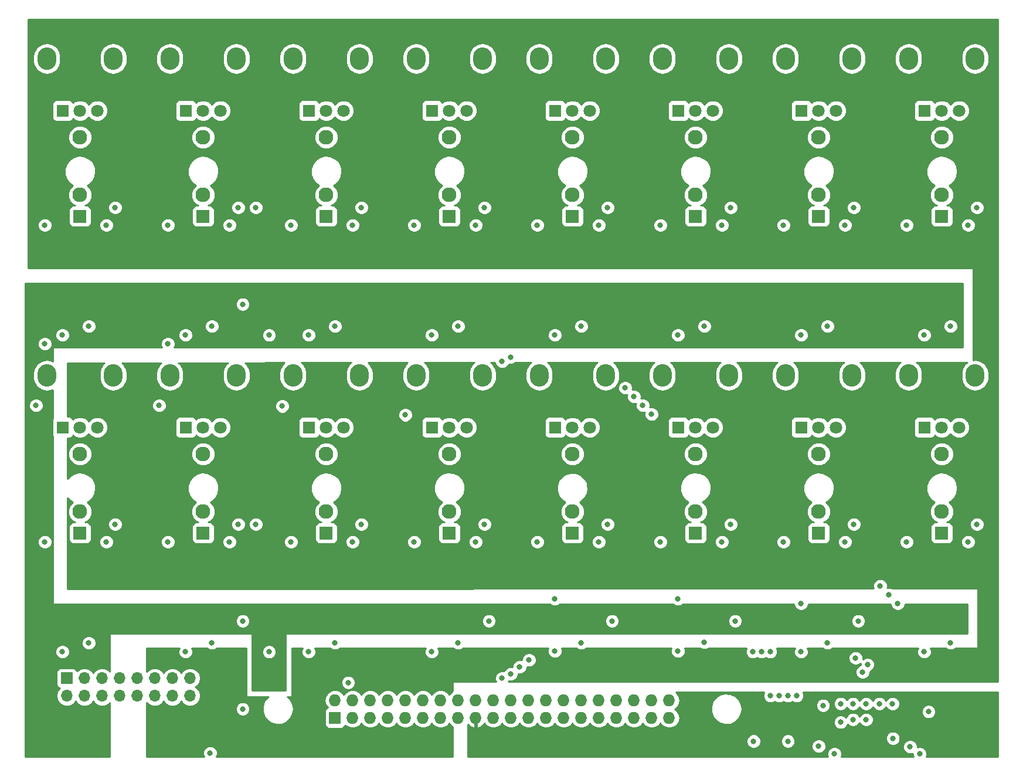
<source format=gbr>
G04 #@! TF.GenerationSoftware,KiCad,Pcbnew,(5.0.1-3-g963ef8bb5)*
G04 #@! TF.CreationDate,2020-08-17T13:32:48-04:00*
G04 #@! TF.ProjectId,Wave_Pool CV Input,576176655F506F6F6C20435620496E70,rev?*
G04 #@! TF.SameCoordinates,Original*
G04 #@! TF.FileFunction,Copper,L2,Inr,Signal*
G04 #@! TF.FilePolarity,Positive*
%FSLAX46Y46*%
G04 Gerber Fmt 4.6, Leading zero omitted, Abs format (unit mm)*
G04 Created by KiCad (PCBNEW (5.0.1-3-g963ef8bb5)) date Monday, August 17, 2020 at 01:32:48 PM*
%MOMM*%
%LPD*%
G01*
G04 APERTURE LIST*
G04 #@! TA.AperFunction,ViaPad*
%ADD10C,2.130000*%
G04 #@! TD*
G04 #@! TA.AperFunction,ViaPad*
%ADD11R,1.930000X1.830000*%
G04 #@! TD*
G04 #@! TA.AperFunction,ViaPad*
%ADD12R,1.700000X1.700000*%
G04 #@! TD*
G04 #@! TA.AperFunction,ViaPad*
%ADD13O,1.700000X1.700000*%
G04 #@! TD*
G04 #@! TA.AperFunction,ViaPad*
%ADD14O,2.720000X3.240000*%
G04 #@! TD*
G04 #@! TA.AperFunction,ViaPad*
%ADD15C,1.800000*%
G04 #@! TD*
G04 #@! TA.AperFunction,ViaPad*
%ADD16R,1.800000X1.800000*%
G04 #@! TD*
G04 #@! TA.AperFunction,ViaPad*
%ADD17R,1.727200X1.727200*%
G04 #@! TD*
G04 #@! TA.AperFunction,ViaPad*
%ADD18O,1.727200X1.727200*%
G04 #@! TD*
G04 #@! TA.AperFunction,ViaPad*
%ADD19C,0.800000*%
G04 #@! TD*
G04 #@! TA.AperFunction,Conductor*
%ADD20C,0.254000*%
G04 #@! TD*
G04 APERTURE END LIST*
D10*
G04 #@! TO.N,Net-(J14-Pad2)*
G04 #@! TO.C,J14*
X199010000Y-67160000D03*
D11*
G04 #@! TO.N,GND*
X199010000Y-70260000D03*
D10*
G04 #@! TO.N,Net-(J14-Pad3)*
X199010000Y-58860000D03*
G04 #@! TD*
G04 #@! TO.N,Net-(J12-Pad2)*
G04 #@! TO.C,J12*
X163450000Y-67160000D03*
D11*
G04 #@! TO.N,GND*
X163450000Y-70260000D03*
D10*
G04 #@! TO.N,Net-(J12-Pad3)*
X163450000Y-58860000D03*
G04 #@! TD*
G04 #@! TO.N,Net-(J13-Pad2)*
G04 #@! TO.C,J13*
X181230000Y-67160000D03*
D11*
G04 #@! TO.N,GND*
X181230000Y-70260000D03*
D10*
G04 #@! TO.N,Net-(J13-Pad3)*
X181230000Y-58860000D03*
G04 #@! TD*
G04 #@! TO.N,Net-(J3-Pad2)*
G04 #@! TO.C,J3*
X74550000Y-67160000D03*
D11*
G04 #@! TO.N,GND*
X74550000Y-70260000D03*
D10*
G04 #@! TO.N,Net-(J3-Pad3)*
X74550000Y-58860000D03*
G04 #@! TD*
G04 #@! TO.N,Net-(J4-Pad2)*
G04 #@! TO.C,J4*
X92330000Y-67160000D03*
D11*
G04 #@! TO.N,GND*
X92330000Y-70260000D03*
D10*
G04 #@! TO.N,Net-(J4-Pad3)*
X92330000Y-58860000D03*
G04 #@! TD*
G04 #@! TO.N,Net-(J5-Pad2)*
G04 #@! TO.C,J5*
X110110000Y-67160000D03*
D11*
G04 #@! TO.N,GND*
X110110000Y-70260000D03*
D10*
G04 #@! TO.N,Net-(J5-Pad3)*
X110110000Y-58860000D03*
G04 #@! TD*
G04 #@! TO.N,Net-(J6-Pad2)*
G04 #@! TO.C,J6*
X127890000Y-67160000D03*
D11*
G04 #@! TO.N,GND*
X127890000Y-70260000D03*
D10*
G04 #@! TO.N,Net-(J6-Pad3)*
X127890000Y-58860000D03*
G04 #@! TD*
G04 #@! TO.N,Net-(J7-Pad2)*
G04 #@! TO.C,J7*
X74550000Y-112880000D03*
D11*
G04 #@! TO.N,GND*
X74550000Y-115980000D03*
D10*
G04 #@! TO.N,Net-(J7-Pad3)*
X74550000Y-104580000D03*
G04 #@! TD*
G04 #@! TO.N,Net-(J8-Pad2)*
G04 #@! TO.C,J8*
X92330000Y-112880000D03*
D11*
G04 #@! TO.N,GND*
X92330000Y-115980000D03*
D10*
G04 #@! TO.N,Net-(J8-Pad3)*
X92330000Y-104580000D03*
G04 #@! TD*
G04 #@! TO.N,Net-(J9-Pad2)*
G04 #@! TO.C,J9*
X110110000Y-112880000D03*
D11*
G04 #@! TO.N,GND*
X110110000Y-115980000D03*
D10*
G04 #@! TO.N,Net-(J9-Pad3)*
X110110000Y-104580000D03*
G04 #@! TD*
G04 #@! TO.N,Net-(J10-Pad2)*
G04 #@! TO.C,J10*
X127890000Y-112880000D03*
D11*
G04 #@! TO.N,GND*
X127890000Y-115980000D03*
D10*
G04 #@! TO.N,Net-(J10-Pad3)*
X127890000Y-104580000D03*
G04 #@! TD*
G04 #@! TO.N,Net-(J11-Pad2)*
G04 #@! TO.C,J11*
X145670000Y-67160000D03*
D11*
G04 #@! TO.N,GND*
X145670000Y-70260000D03*
D10*
G04 #@! TO.N,Net-(J11-Pad3)*
X145670000Y-58860000D03*
G04 #@! TD*
G04 #@! TO.N,Net-(J15-Pad2)*
G04 #@! TO.C,J15*
X145670000Y-112880000D03*
D11*
G04 #@! TO.N,GND*
X145670000Y-115980000D03*
D10*
G04 #@! TO.N,Net-(J15-Pad3)*
X145670000Y-104580000D03*
G04 #@! TD*
G04 #@! TO.N,Net-(J16-Pad2)*
G04 #@! TO.C,J16*
X163450000Y-112880000D03*
D11*
G04 #@! TO.N,GND*
X163450000Y-115980000D03*
D10*
G04 #@! TO.N,Net-(J16-Pad3)*
X163450000Y-104580000D03*
G04 #@! TD*
G04 #@! TO.N,Net-(J17-Pad2)*
G04 #@! TO.C,J17*
X181230000Y-112880000D03*
D11*
G04 #@! TO.N,GND*
X181230000Y-115980000D03*
D10*
G04 #@! TO.N,Net-(J17-Pad3)*
X181230000Y-104580000D03*
G04 #@! TD*
G04 #@! TO.N,Net-(J18-Pad2)*
G04 #@! TO.C,J18*
X199010000Y-112880000D03*
D11*
G04 #@! TO.N,GND*
X199010000Y-115980000D03*
D10*
G04 #@! TO.N,Net-(J18-Pad3)*
X199010000Y-104580000D03*
G04 #@! TD*
D12*
G04 #@! TO.N,Net-(D2-Pad1)*
G04 #@! TO.C,J1*
X72645000Y-136935000D03*
D13*
X72645000Y-139475000D03*
G04 #@! TO.N,GND*
X75185000Y-136935000D03*
X75185000Y-139475000D03*
X77725000Y-136935000D03*
X77725000Y-139475000D03*
X80265000Y-136935000D03*
X80265000Y-139475000D03*
G04 #@! TO.N,Net-(D1-Pad2)*
X82805000Y-136935000D03*
X82805000Y-139475000D03*
G04 #@! TO.N,Net-(J1-Pad11)*
X85345000Y-136935000D03*
G04 #@! TO.N,Net-(J1-Pad12)*
X85345000Y-139475000D03*
G04 #@! TO.N,Net-(J1-Pad13)*
X87885000Y-136935000D03*
G04 #@! TO.N,Net-(J1-Pad14)*
X87885000Y-139475000D03*
G04 #@! TO.N,Net-(J1-Pad15)*
X90425000Y-136935000D03*
G04 #@! TO.N,Net-(J1-Pad16)*
X90425000Y-139475000D03*
G04 #@! TD*
D14*
G04 #@! TO.N,*
G04 #@! TO.C,RV1*
X69750000Y-47520000D03*
X79350000Y-47520000D03*
D15*
G04 #@! TO.N,Net-(R12-Pad1)*
X77050000Y-55020000D03*
G04 #@! TO.N,Net-(RV1-Pad2)*
X74550000Y-55020000D03*
D16*
G04 #@! TO.N,GND*
X72050000Y-55020000D03*
G04 #@! TD*
G04 #@! TO.N,GND*
G04 #@! TO.C,RV2*
X89830000Y-55020000D03*
D15*
G04 #@! TO.N,Net-(RV2-Pad2)*
X92330000Y-55020000D03*
G04 #@! TO.N,Net-(R15-Pad1)*
X94830000Y-55020000D03*
D14*
G04 #@! TO.N,*
X97130000Y-47520000D03*
X87530000Y-47520000D03*
G04 #@! TD*
G04 #@! TO.N,*
G04 #@! TO.C,RV3*
X105310000Y-47520000D03*
X114910000Y-47520000D03*
D15*
G04 #@! TO.N,Net-(R18-Pad1)*
X112610000Y-55020000D03*
G04 #@! TO.N,Net-(RV3-Pad2)*
X110110000Y-55020000D03*
D16*
G04 #@! TO.N,GND*
X107610000Y-55020000D03*
G04 #@! TD*
D14*
G04 #@! TO.N,*
G04 #@! TO.C,RV4*
X123090000Y-47520000D03*
X132690000Y-47520000D03*
D15*
G04 #@! TO.N,Net-(R21-Pad1)*
X130390000Y-55020000D03*
G04 #@! TO.N,Net-(RV4-Pad2)*
X127890000Y-55020000D03*
D16*
G04 #@! TO.N,GND*
X125390000Y-55020000D03*
G04 #@! TD*
G04 #@! TO.N,GND*
G04 #@! TO.C,RV5*
X72050000Y-100740000D03*
D15*
G04 #@! TO.N,Net-(RV5-Pad2)*
X74550000Y-100740000D03*
G04 #@! TO.N,Net-(R44-Pad1)*
X77050000Y-100740000D03*
D14*
G04 #@! TO.N,*
X79350000Y-93240000D03*
X69750000Y-93240000D03*
G04 #@! TD*
G04 #@! TO.N,*
G04 #@! TO.C,RV6*
X87530000Y-93240000D03*
X97130000Y-93240000D03*
D15*
G04 #@! TO.N,Net-(R47-Pad1)*
X94830000Y-100740000D03*
G04 #@! TO.N,Net-(RV6-Pad2)*
X92330000Y-100740000D03*
D16*
G04 #@! TO.N,GND*
X89830000Y-100740000D03*
G04 #@! TD*
D14*
G04 #@! TO.N,*
G04 #@! TO.C,RV7*
X105310000Y-93240000D03*
X114910000Y-93240000D03*
D15*
G04 #@! TO.N,Net-(R50-Pad1)*
X112610000Y-100740000D03*
G04 #@! TO.N,Net-(RV7-Pad2)*
X110110000Y-100740000D03*
D16*
G04 #@! TO.N,GND*
X107610000Y-100740000D03*
G04 #@! TD*
G04 #@! TO.N,GND*
G04 #@! TO.C,RV8*
X125390000Y-100740000D03*
D15*
G04 #@! TO.N,Net-(RV8-Pad2)*
X127890000Y-100740000D03*
G04 #@! TO.N,Net-(R53-Pad1)*
X130390000Y-100740000D03*
D14*
G04 #@! TO.N,*
X132690000Y-93240000D03*
X123090000Y-93240000D03*
G04 #@! TD*
D16*
G04 #@! TO.N,GND*
G04 #@! TO.C,RV9*
X143170000Y-55020000D03*
D15*
G04 #@! TO.N,Net-(RV9-Pad2)*
X145670000Y-55020000D03*
G04 #@! TO.N,Net-(R76-Pad1)*
X148170000Y-55020000D03*
D14*
G04 #@! TO.N,*
X150470000Y-47520000D03*
X140870000Y-47520000D03*
G04 #@! TD*
D16*
G04 #@! TO.N,GND*
G04 #@! TO.C,RV10*
X160950000Y-55020000D03*
D15*
G04 #@! TO.N,Net-(RV10-Pad2)*
X163450000Y-55020000D03*
G04 #@! TO.N,Net-(R79-Pad1)*
X165950000Y-55020000D03*
D14*
G04 #@! TO.N,*
X168250000Y-47520000D03*
X158650000Y-47520000D03*
G04 #@! TD*
G04 #@! TO.N,*
G04 #@! TO.C,RV11*
X176430000Y-47520000D03*
X186030000Y-47520000D03*
D15*
G04 #@! TO.N,Net-(R82-Pad1)*
X183730000Y-55020000D03*
G04 #@! TO.N,Net-(RV11-Pad2)*
X181230000Y-55020000D03*
D16*
G04 #@! TO.N,GND*
X178730000Y-55020000D03*
G04 #@! TD*
G04 #@! TO.N,GND*
G04 #@! TO.C,RV12*
X196510000Y-55020000D03*
D15*
G04 #@! TO.N,Net-(RV12-Pad2)*
X199010000Y-55020000D03*
G04 #@! TO.N,Net-(R85-Pad1)*
X201510000Y-55020000D03*
D14*
G04 #@! TO.N,*
X203810000Y-47520000D03*
X194210000Y-47520000D03*
G04 #@! TD*
G04 #@! TO.N,*
G04 #@! TO.C,RV13*
X140870000Y-93240000D03*
X150470000Y-93240000D03*
D15*
G04 #@! TO.N,Net-(R108-Pad1)*
X148170000Y-100740000D03*
G04 #@! TO.N,Net-(RV13-Pad2)*
X145670000Y-100740000D03*
D16*
G04 #@! TO.N,GND*
X143170000Y-100740000D03*
G04 #@! TD*
G04 #@! TO.N,GND*
G04 #@! TO.C,RV14*
X160950000Y-100740000D03*
D15*
G04 #@! TO.N,Net-(RV14-Pad2)*
X163450000Y-100740000D03*
G04 #@! TO.N,Net-(R111-Pad1)*
X165950000Y-100740000D03*
D14*
G04 #@! TO.N,*
X168250000Y-93240000D03*
X158650000Y-93240000D03*
G04 #@! TD*
G04 #@! TO.N,*
G04 #@! TO.C,RV15*
X176430000Y-93240000D03*
X186030000Y-93240000D03*
D15*
G04 #@! TO.N,Net-(R114-Pad1)*
X183730000Y-100740000D03*
G04 #@! TO.N,Net-(RV15-Pad2)*
X181230000Y-100740000D03*
D16*
G04 #@! TO.N,GND*
X178730000Y-100740000D03*
G04 #@! TD*
G04 #@! TO.N,GND*
G04 #@! TO.C,RV16*
X196510000Y-100740000D03*
D15*
G04 #@! TO.N,Net-(RV16-Pad2)*
X199010000Y-100740000D03*
G04 #@! TO.N,Net-(R117-Pad1)*
X201510000Y-100740000D03*
D14*
G04 #@! TO.N,*
X203810000Y-93240000D03*
X194210000Y-93240000D03*
G04 #@! TD*
D17*
G04 #@! TO.N,Net-(J2-Pad1)*
G04 #@! TO.C,J2*
X111380000Y-142650000D03*
D18*
G04 #@! TO.N,Net-(J2-Pad2)*
X111380000Y-140110000D03*
G04 #@! TO.N,Net-(J2-Pad3)*
X113920000Y-142650000D03*
G04 #@! TO.N,Net-(J2-Pad4)*
X113920000Y-140110000D03*
G04 #@! TO.N,Net-(J2-Pad5)*
X116460000Y-142650000D03*
G04 #@! TO.N,Net-(J2-Pad6)*
X116460000Y-140110000D03*
G04 #@! TO.N,Net-(J2-Pad7)*
X119000000Y-142650000D03*
G04 #@! TO.N,Net-(J2-Pad8)*
X119000000Y-140110000D03*
G04 #@! TO.N,Net-(J2-Pad9)*
X121540000Y-142650000D03*
G04 #@! TO.N,Net-(J2-Pad10)*
X121540000Y-140110000D03*
G04 #@! TO.N,Net-(J2-Pad11)*
X124080000Y-142650000D03*
G04 #@! TO.N,Net-(J2-Pad12)*
X124080000Y-140110000D03*
G04 #@! TO.N,Net-(J2-Pad13)*
X126620000Y-142650000D03*
G04 #@! TO.N,Net-(J2-Pad14)*
X126620000Y-140110000D03*
G04 #@! TO.N,Net-(J2-Pad15)*
X129160000Y-142650000D03*
G04 #@! TO.N,Net-(J2-Pad16)*
X129160000Y-140110000D03*
G04 #@! TO.N,+3V3*
X131700000Y-142650000D03*
G04 #@! TO.N,Net-(J2-Pad18)*
X131700000Y-140110000D03*
G04 #@! TO.N,/SPI_MOSI*
X134240000Y-142650000D03*
G04 #@! TO.N,Net-(J2-Pad20)*
X134240000Y-140110000D03*
G04 #@! TO.N,/SPI_MISO*
X136780000Y-142650000D03*
G04 #@! TO.N,Net-(J2-Pad22)*
X136780000Y-140110000D03*
G04 #@! TO.N,/SPI_CLK*
X139320000Y-142650000D03*
G04 #@! TO.N,/SPI_CE0*
X139320000Y-140110000D03*
G04 #@! TO.N,GND*
X141860000Y-142650000D03*
G04 #@! TO.N,/SPI_CE1*
X141860000Y-140110000D03*
G04 #@! TO.N,Net-(J2-Pad27)*
X144400000Y-142650000D03*
G04 #@! TO.N,Net-(J2-Pad28)*
X144400000Y-140110000D03*
G04 #@! TO.N,Net-(J2-Pad29)*
X146940000Y-142650000D03*
G04 #@! TO.N,Net-(J2-Pad30)*
X146940000Y-140110000D03*
G04 #@! TO.N,Net-(J2-Pad31)*
X149480000Y-142650000D03*
G04 #@! TO.N,Net-(J2-Pad32)*
X149480000Y-140110000D03*
G04 #@! TO.N,Net-(J2-Pad33)*
X152020000Y-142650000D03*
G04 #@! TO.N,Net-(J2-Pad34)*
X152020000Y-140110000D03*
G04 #@! TO.N,Net-(J2-Pad35)*
X154560000Y-142650000D03*
G04 #@! TO.N,Net-(J2-Pad36)*
X154560000Y-140110000D03*
G04 #@! TO.N,Net-(J2-Pad37)*
X157100000Y-142650000D03*
G04 #@! TO.N,Net-(J2-Pad38)*
X157100000Y-140110000D03*
G04 #@! TO.N,Net-(J2-Pad39)*
X159640000Y-142650000D03*
G04 #@! TO.N,Net-(J2-Pad40)*
X159640000Y-140110000D03*
G04 #@! TD*
D19*
G04 #@! TO.N,+12V*
X73280000Y-74070000D03*
X91060000Y-74070000D03*
X108840000Y-74070000D03*
X126620000Y-74070000D03*
X144400000Y-74070000D03*
X162180000Y-74070000D03*
X179960000Y-74070000D03*
X197740000Y-74070000D03*
X197740000Y-119790000D03*
X179960000Y-119790000D03*
X162180000Y-119790000D03*
X144400000Y-119790000D03*
X126620000Y-119790000D03*
X108840000Y-119790000D03*
X91060000Y-119790000D03*
X113920000Y-135665000D03*
X73280000Y-119790000D03*
X85726000Y-146460000D03*
X87504000Y-146460000D03*
X85726000Y-147984000D03*
X87504000Y-147984000D03*
X89282000Y-147984000D03*
X91060000Y-147984000D03*
X93600000Y-145063000D03*
G04 #@! TO.N,GND*
X186183000Y-142904000D03*
X191898000Y-140618000D03*
X111380000Y-86135000D03*
X98045000Y-82960000D03*
X129160000Y-86135000D03*
X75820000Y-86135000D03*
X75820000Y-131855000D03*
X93600000Y-131855000D03*
X98045000Y-128680000D03*
X133605000Y-128680000D03*
X151385000Y-128680000D03*
X169165000Y-128680000D03*
X186945000Y-128680000D03*
X146940000Y-86135000D03*
X164720000Y-86135000D03*
X182500000Y-86135000D03*
X200280000Y-86135000D03*
X200280000Y-131855000D03*
X182500000Y-131855000D03*
X146940000Y-131855000D03*
X129160000Y-131855000D03*
X111380000Y-131855000D03*
X93600000Y-86135000D03*
X164720000Y-131764990D03*
X184405000Y-143285000D03*
X113285000Y-137570000D03*
X98045000Y-141380000D03*
X93346000Y-147730000D03*
X171832000Y-146025980D03*
X189993000Y-140618000D03*
X188088000Y-140618000D03*
X188088000Y-142904000D03*
X186183000Y-140618000D03*
X184405000Y-140618000D03*
G04 #@! TO.N,-12V*
X111380000Y-84230000D03*
X93600000Y-84230000D03*
X75820000Y-84230000D03*
X129160000Y-84230000D03*
X93600000Y-129950000D03*
X75820000Y-129950000D03*
X111380000Y-129950000D03*
X129160000Y-129950000D03*
X146940000Y-129950000D03*
X164720000Y-129950000D03*
X182500000Y-129950000D03*
X200280000Y-129950000D03*
X200280000Y-84230000D03*
X146940000Y-84230000D03*
X164720000Y-84230000D03*
X182500000Y-84230000D03*
X101728000Y-137697000D03*
X76582000Y-146460000D03*
X76582000Y-147984000D03*
X74804000Y-147984000D03*
X74804000Y-146460000D03*
X67184000Y-147984000D03*
X67184000Y-146460000D03*
X67184000Y-144936000D03*
X68708000Y-147984000D03*
X68708000Y-146460000D03*
X68708000Y-144936000D03*
X72772000Y-147984000D03*
X70740002Y-147984000D03*
G04 #@! TO.N,+3V3*
X172340000Y-144555000D03*
X187580000Y-144464990D03*
G04 #@! TO.N,Vref*
X125350000Y-87405000D03*
X143130000Y-87405000D03*
X160910000Y-87405000D03*
X178690000Y-87405000D03*
X196470000Y-87405000D03*
X125350000Y-133125000D03*
X196470000Y-133125000D03*
X89790000Y-133125000D03*
X72010000Y-133125000D03*
X107570000Y-133125000D03*
X107570000Y-87405000D03*
X72010000Y-87405000D03*
X101855000Y-133125000D03*
X89790000Y-87405000D03*
X178690000Y-133125006D03*
X160910000Y-133034990D03*
X143130000Y-133034990D03*
X191955381Y-145611759D03*
X101855008Y-87405000D03*
X176785000Y-146025980D03*
G04 #@! TO.N,DC_Offset*
X115190000Y-68990000D03*
X132970000Y-68990000D03*
X132970000Y-114710000D03*
X150750000Y-114710000D03*
X168530000Y-114710000D03*
X186310000Y-114710000D03*
X204090000Y-114710000D03*
X150750000Y-68990000D03*
X168530000Y-68990000D03*
X186310000Y-68990000D03*
X204090000Y-68990000D03*
X79630000Y-114710000D03*
X97410000Y-114710000D03*
X97410000Y-68990000D03*
X99950000Y-68990000D03*
X79630000Y-68990000D03*
X115190000Y-114710000D03*
X99950000Y-114710000D03*
G04 #@! TO.N,/CV Input 1-4/CV1*
X69470000Y-88675000D03*
X135510000Y-91215000D03*
X174245000Y-139475000D03*
X135510000Y-136935000D03*
G04 #@! TO.N,/CV Input 1-4/CV2*
X87250000Y-88675000D03*
X136780000Y-90580004D03*
X175515000Y-139475000D03*
X136780000Y-136300000D03*
G04 #@! TO.N,/CV Input 1-4/CV3*
X176785000Y-139475010D03*
X138050000Y-135284006D03*
G04 #@! TO.N,/CV Input 1-4/CV4*
X178055000Y-139475000D03*
X139392115Y-134304990D03*
G04 #@! TO.N,/CV Input 5-8/CV5*
X68200000Y-97565000D03*
X153290000Y-95025000D03*
G04 #@! TO.N,/CV Input 5-8/CV6*
X154560000Y-96295000D03*
X85980000Y-97565004D03*
G04 #@! TO.N,/CV Input 5-8/CV7*
X155830000Y-97565016D03*
X103760000Y-97655010D03*
G04 #@! TO.N,/CV Input 5-8/CV8*
X157100000Y-98835000D03*
X121540000Y-98925010D03*
G04 #@! TO.N,/CV Input 9-12/CV9*
X171705000Y-133125000D03*
X187580000Y-136046000D03*
G04 #@! TO.N,/CV Input 9-12/CV10*
X188287121Y-134957890D03*
X172975000Y-133125000D03*
G04 #@! TO.N,/CV Input 9-12/CV11*
X174245000Y-133125000D03*
X186564000Y-134014000D03*
G04 #@! TO.N,/CV Input 13-16/CV13*
X143130000Y-125505000D03*
X190120000Y-123600000D03*
G04 #@! TO.N,/CV Input 13-16/CV14*
X160910000Y-125505000D03*
X191389990Y-124870000D03*
G04 #@! TO.N,/CV Input 13-16/CV15*
X178690000Y-126139994D03*
X192660001Y-126139999D03*
G04 #@! TO.N,/SPI_MOSI*
X195834998Y-147857000D03*
X183516000Y-147856998D03*
G04 #@! TO.N,/SPI_MISO*
X181230000Y-146750990D03*
X194438000Y-146841000D03*
G04 #@! TO.N,/SPI_CE0*
X181865000Y-140872000D03*
G04 #@! TO.N,/SPI_CE1*
X197105000Y-141761000D03*
G04 #@! TO.N,Net-(R12-Pad2)*
X69470000Y-71530000D03*
X78360000Y-71530000D03*
G04 #@! TO.N,Net-(R15-Pad2)*
X96140000Y-71530000D03*
X87250000Y-71530000D03*
G04 #@! TO.N,Net-(R18-Pad2)*
X105030000Y-71530000D03*
X113920000Y-71530000D03*
G04 #@! TO.N,Net-(R21-Pad2)*
X131700000Y-71530000D03*
X122810000Y-71530000D03*
G04 #@! TO.N,Net-(R44-Pad2)*
X69470000Y-117250000D03*
X78360000Y-117250000D03*
G04 #@! TO.N,Net-(R47-Pad2)*
X87250000Y-117250000D03*
X96140000Y-117250000D03*
G04 #@! TO.N,Net-(R50-Pad2)*
X113920000Y-117250000D03*
X105030000Y-117250000D03*
G04 #@! TO.N,Net-(R53-Pad2)*
X122810000Y-117250000D03*
X131700000Y-117250000D03*
G04 #@! TO.N,Net-(R76-Pad2)*
X140590000Y-71530000D03*
X149480000Y-71530000D03*
G04 #@! TO.N,Net-(R79-Pad2)*
X158370000Y-71530000D03*
X167260000Y-71530000D03*
G04 #@! TO.N,Net-(R82-Pad2)*
X176150000Y-71530000D03*
X185040000Y-71530000D03*
G04 #@! TO.N,Net-(R85-Pad2)*
X193930000Y-71530000D03*
X202820000Y-71530000D03*
G04 #@! TO.N,Net-(R108-Pad2)*
X140590000Y-117250000D03*
X149480000Y-117250000D03*
G04 #@! TO.N,Net-(R111-Pad2)*
X158370000Y-117250000D03*
X167260000Y-117250000D03*
G04 #@! TO.N,Net-(R114-Pad2)*
X176150000Y-117250000D03*
X185040000Y-117250000D03*
G04 #@! TO.N,Net-(R117-Pad2)*
X193930000Y-117250000D03*
X202820000Y-117250000D03*
G04 #@! TD*
D20*
G04 #@! TO.N,+3V3*
G36*
X173210000Y-139269126D02*
X173210000Y-139680874D01*
X173367569Y-140061280D01*
X173658720Y-140352431D01*
X174039126Y-140510000D01*
X174450874Y-140510000D01*
X174831280Y-140352431D01*
X174880000Y-140303711D01*
X174928720Y-140352431D01*
X175309126Y-140510000D01*
X175720874Y-140510000D01*
X176101280Y-140352431D01*
X176149995Y-140303716D01*
X176198720Y-140352441D01*
X176579126Y-140510010D01*
X176990874Y-140510010D01*
X177371280Y-140352441D01*
X177420005Y-140303716D01*
X177468720Y-140352431D01*
X177849126Y-140510000D01*
X178260874Y-140510000D01*
X178641280Y-140352431D01*
X178932431Y-140061280D01*
X179090000Y-139680874D01*
X179090000Y-139269126D01*
X178964856Y-138967000D01*
X207138000Y-138967000D01*
X207138000Y-148238000D01*
X196797459Y-148238000D01*
X196869998Y-148062874D01*
X196869998Y-147651126D01*
X196712429Y-147270720D01*
X196421278Y-146979569D01*
X196040872Y-146822000D01*
X195629124Y-146822000D01*
X195473000Y-146886669D01*
X195473000Y-146635126D01*
X195315431Y-146254720D01*
X195024280Y-145963569D01*
X194643874Y-145806000D01*
X194232126Y-145806000D01*
X193851720Y-145963569D01*
X193560569Y-146254720D01*
X193403000Y-146635126D01*
X193403000Y-147046874D01*
X193560569Y-147427280D01*
X193851720Y-147718431D01*
X194232126Y-147876000D01*
X194643874Y-147876000D01*
X194799998Y-147811331D01*
X194799998Y-148062874D01*
X194872537Y-148238000D01*
X184478460Y-148238000D01*
X184551000Y-148062872D01*
X184551000Y-147651124D01*
X184393431Y-147270718D01*
X184102280Y-146979567D01*
X183721874Y-146821998D01*
X183310126Y-146821998D01*
X182929720Y-146979567D01*
X182638569Y-147270718D01*
X182481000Y-147651124D01*
X182481000Y-148062872D01*
X182553540Y-148238000D01*
X130557000Y-148238000D01*
X130557000Y-145820106D01*
X170797000Y-145820106D01*
X170797000Y-146231854D01*
X170954569Y-146612260D01*
X171245720Y-146903411D01*
X171626126Y-147060980D01*
X172037874Y-147060980D01*
X172418280Y-146903411D01*
X172709431Y-146612260D01*
X172867000Y-146231854D01*
X172867000Y-145820106D01*
X175750000Y-145820106D01*
X175750000Y-146231854D01*
X175907569Y-146612260D01*
X176198720Y-146903411D01*
X176579126Y-147060980D01*
X176990874Y-147060980D01*
X177371280Y-146903411D01*
X177662431Y-146612260D01*
X177690242Y-146545116D01*
X180195000Y-146545116D01*
X180195000Y-146956864D01*
X180352569Y-147337270D01*
X180643720Y-147628421D01*
X181024126Y-147785990D01*
X181435874Y-147785990D01*
X181816280Y-147628421D01*
X182107431Y-147337270D01*
X182265000Y-146956864D01*
X182265000Y-146545116D01*
X182107431Y-146164710D01*
X181816280Y-145873559D01*
X181435874Y-145715990D01*
X181024126Y-145715990D01*
X180643720Y-145873559D01*
X180352569Y-146164710D01*
X180195000Y-146545116D01*
X177690242Y-146545116D01*
X177820000Y-146231854D01*
X177820000Y-145820106D01*
X177662431Y-145439700D01*
X177628616Y-145405885D01*
X190920381Y-145405885D01*
X190920381Y-145817633D01*
X191077950Y-146198039D01*
X191369101Y-146489190D01*
X191749507Y-146646759D01*
X192161255Y-146646759D01*
X192541661Y-146489190D01*
X192832812Y-146198039D01*
X192990381Y-145817633D01*
X192990381Y-145405885D01*
X192832812Y-145025479D01*
X192541661Y-144734328D01*
X192161255Y-144576759D01*
X191749507Y-144576759D01*
X191369101Y-144734328D01*
X191077950Y-145025479D01*
X190920381Y-145405885D01*
X177628616Y-145405885D01*
X177371280Y-145148549D01*
X176990874Y-144990980D01*
X176579126Y-144990980D01*
X176198720Y-145148549D01*
X175907569Y-145439700D01*
X175750000Y-145820106D01*
X172867000Y-145820106D01*
X172709431Y-145439700D01*
X172418280Y-145148549D01*
X172037874Y-144990980D01*
X171626126Y-144990980D01*
X171245720Y-145148549D01*
X170954569Y-145439700D01*
X170797000Y-145820106D01*
X130557000Y-145820106D01*
X130557000Y-143596743D01*
X130925053Y-143932688D01*
X131340974Y-144104958D01*
X131573000Y-143983817D01*
X131573000Y-142777000D01*
X131553000Y-142777000D01*
X131553000Y-142523000D01*
X131573000Y-142523000D01*
X131573000Y-142503000D01*
X131827000Y-142503000D01*
X131827000Y-142523000D01*
X131847000Y-142523000D01*
X131847000Y-142777000D01*
X131827000Y-142777000D01*
X131827000Y-143983817D01*
X132059026Y-144104958D01*
X132474947Y-143932688D01*
X132906821Y-143538490D01*
X132958146Y-143428979D01*
X133159570Y-143730430D01*
X133655275Y-144061650D01*
X134092402Y-144148600D01*
X134387598Y-144148600D01*
X134824725Y-144061650D01*
X135320430Y-143730430D01*
X135510000Y-143446719D01*
X135699570Y-143730430D01*
X136195275Y-144061650D01*
X136632402Y-144148600D01*
X136927598Y-144148600D01*
X137364725Y-144061650D01*
X137860430Y-143730430D01*
X138050000Y-143446719D01*
X138239570Y-143730430D01*
X138735275Y-144061650D01*
X139172402Y-144148600D01*
X139467598Y-144148600D01*
X139904725Y-144061650D01*
X140400430Y-143730430D01*
X140590000Y-143446719D01*
X140779570Y-143730430D01*
X141275275Y-144061650D01*
X141712402Y-144148600D01*
X142007598Y-144148600D01*
X142444725Y-144061650D01*
X142940430Y-143730430D01*
X143130000Y-143446719D01*
X143319570Y-143730430D01*
X143815275Y-144061650D01*
X144252402Y-144148600D01*
X144547598Y-144148600D01*
X144984725Y-144061650D01*
X145480430Y-143730430D01*
X145670000Y-143446719D01*
X145859570Y-143730430D01*
X146355275Y-144061650D01*
X146792402Y-144148600D01*
X147087598Y-144148600D01*
X147524725Y-144061650D01*
X148020430Y-143730430D01*
X148210000Y-143446719D01*
X148399570Y-143730430D01*
X148895275Y-144061650D01*
X149332402Y-144148600D01*
X149627598Y-144148600D01*
X150064725Y-144061650D01*
X150560430Y-143730430D01*
X150750000Y-143446719D01*
X150939570Y-143730430D01*
X151435275Y-144061650D01*
X151872402Y-144148600D01*
X152167598Y-144148600D01*
X152604725Y-144061650D01*
X153100430Y-143730430D01*
X153290000Y-143446719D01*
X153479570Y-143730430D01*
X153975275Y-144061650D01*
X154412402Y-144148600D01*
X154707598Y-144148600D01*
X155144725Y-144061650D01*
X155640430Y-143730430D01*
X155830000Y-143446719D01*
X156019570Y-143730430D01*
X156515275Y-144061650D01*
X156952402Y-144148600D01*
X157247598Y-144148600D01*
X157684725Y-144061650D01*
X158180430Y-143730430D01*
X158370000Y-143446719D01*
X158559570Y-143730430D01*
X159055275Y-144061650D01*
X159492402Y-144148600D01*
X159787598Y-144148600D01*
X160224725Y-144061650D01*
X160720430Y-143730430D01*
X161051650Y-143234725D01*
X161167959Y-142650000D01*
X161051650Y-142065275D01*
X160720430Y-141569570D01*
X160436719Y-141380000D01*
X160720430Y-141190430D01*
X160829470Y-141027240D01*
X165667763Y-141027240D01*
X165673578Y-141767700D01*
X165918928Y-142466355D01*
X166377357Y-143047868D01*
X166999432Y-143449537D01*
X167718075Y-143628049D01*
X168455796Y-143564155D01*
X169133046Y-143264746D01*
X169333848Y-143079126D01*
X183370000Y-143079126D01*
X183370000Y-143490874D01*
X183527569Y-143871280D01*
X183818720Y-144162431D01*
X184199126Y-144320000D01*
X184610874Y-144320000D01*
X184991280Y-144162431D01*
X185282431Y-143871280D01*
X185400800Y-143585511D01*
X185596720Y-143781431D01*
X185977126Y-143939000D01*
X186388874Y-143939000D01*
X186769280Y-143781431D01*
X187060431Y-143490280D01*
X187135500Y-143309047D01*
X187210569Y-143490280D01*
X187501720Y-143781431D01*
X187882126Y-143939000D01*
X188293874Y-143939000D01*
X188674280Y-143781431D01*
X188965431Y-143490280D01*
X189123000Y-143109874D01*
X189123000Y-142698126D01*
X188965431Y-142317720D01*
X188674280Y-142026569D01*
X188293874Y-141869000D01*
X187882126Y-141869000D01*
X187501720Y-142026569D01*
X187210569Y-142317720D01*
X187135500Y-142498953D01*
X187060431Y-142317720D01*
X186769280Y-142026569D01*
X186388874Y-141869000D01*
X185977126Y-141869000D01*
X185596720Y-142026569D01*
X185305569Y-142317720D01*
X185187200Y-142603489D01*
X184991280Y-142407569D01*
X184610874Y-142250000D01*
X184199126Y-142250000D01*
X183818720Y-142407569D01*
X183527569Y-142698720D01*
X183370000Y-143079126D01*
X169333848Y-143079126D01*
X169676800Y-142762105D01*
X170028422Y-142110434D01*
X170150000Y-141380000D01*
X170149722Y-141344580D01*
X170025814Y-140666126D01*
X180830000Y-140666126D01*
X180830000Y-141077874D01*
X180987569Y-141458280D01*
X181278720Y-141749431D01*
X181659126Y-141907000D01*
X182070874Y-141907000D01*
X182451280Y-141749431D01*
X182742431Y-141458280D01*
X182900000Y-141077874D01*
X182900000Y-140666126D01*
X182794790Y-140412126D01*
X183370000Y-140412126D01*
X183370000Y-140823874D01*
X183527569Y-141204280D01*
X183818720Y-141495431D01*
X184199126Y-141653000D01*
X184610874Y-141653000D01*
X184991280Y-141495431D01*
X185282431Y-141204280D01*
X185294000Y-141176350D01*
X185305569Y-141204280D01*
X185596720Y-141495431D01*
X185977126Y-141653000D01*
X186388874Y-141653000D01*
X186769280Y-141495431D01*
X187060431Y-141204280D01*
X187135500Y-141023047D01*
X187210569Y-141204280D01*
X187501720Y-141495431D01*
X187882126Y-141653000D01*
X188293874Y-141653000D01*
X188674280Y-141495431D01*
X188965431Y-141204280D01*
X189040500Y-141023047D01*
X189115569Y-141204280D01*
X189406720Y-141495431D01*
X189787126Y-141653000D01*
X190198874Y-141653000D01*
X190579280Y-141495431D01*
X190870431Y-141204280D01*
X190945500Y-141023047D01*
X191020569Y-141204280D01*
X191311720Y-141495431D01*
X191692126Y-141653000D01*
X192103874Y-141653000D01*
X192340163Y-141555126D01*
X196070000Y-141555126D01*
X196070000Y-141966874D01*
X196227569Y-142347280D01*
X196518720Y-142638431D01*
X196899126Y-142796000D01*
X197310874Y-142796000D01*
X197691280Y-142638431D01*
X197982431Y-142347280D01*
X198140000Y-141966874D01*
X198140000Y-141555126D01*
X197982431Y-141174720D01*
X197691280Y-140883569D01*
X197310874Y-140726000D01*
X196899126Y-140726000D01*
X196518720Y-140883569D01*
X196227569Y-141174720D01*
X196070000Y-141555126D01*
X192340163Y-141555126D01*
X192484280Y-141495431D01*
X192775431Y-141204280D01*
X192933000Y-140823874D01*
X192933000Y-140412126D01*
X192775431Y-140031720D01*
X192484280Y-139740569D01*
X192103874Y-139583000D01*
X191692126Y-139583000D01*
X191311720Y-139740569D01*
X191020569Y-140031720D01*
X190945500Y-140212953D01*
X190870431Y-140031720D01*
X190579280Y-139740569D01*
X190198874Y-139583000D01*
X189787126Y-139583000D01*
X189406720Y-139740569D01*
X189115569Y-140031720D01*
X189040500Y-140212953D01*
X188965431Y-140031720D01*
X188674280Y-139740569D01*
X188293874Y-139583000D01*
X187882126Y-139583000D01*
X187501720Y-139740569D01*
X187210569Y-140031720D01*
X187135500Y-140212953D01*
X187060431Y-140031720D01*
X186769280Y-139740569D01*
X186388874Y-139583000D01*
X185977126Y-139583000D01*
X185596720Y-139740569D01*
X185305569Y-140031720D01*
X185294000Y-140059650D01*
X185282431Y-140031720D01*
X184991280Y-139740569D01*
X184610874Y-139583000D01*
X184199126Y-139583000D01*
X183818720Y-139740569D01*
X183527569Y-140031720D01*
X183370000Y-140412126D01*
X182794790Y-140412126D01*
X182742431Y-140285720D01*
X182451280Y-139994569D01*
X182070874Y-139837000D01*
X181659126Y-139837000D01*
X181278720Y-139994569D01*
X180987569Y-140285720D01*
X180830000Y-140666126D01*
X170025814Y-140666126D01*
X170016686Y-140616146D01*
X169654871Y-139970078D01*
X169103289Y-139476041D01*
X168421419Y-139187306D01*
X167682786Y-139135008D01*
X166967035Y-139324786D01*
X166351346Y-139736176D01*
X165902109Y-140324818D01*
X165667763Y-141027240D01*
X160829470Y-141027240D01*
X161051650Y-140694725D01*
X161167959Y-140110000D01*
X161051650Y-139525275D01*
X160720430Y-139029570D01*
X160626788Y-138967000D01*
X173335144Y-138967000D01*
X173210000Y-139269126D01*
X173210000Y-139269126D01*
G37*
X173210000Y-139269126D02*
X173210000Y-139680874D01*
X173367569Y-140061280D01*
X173658720Y-140352431D01*
X174039126Y-140510000D01*
X174450874Y-140510000D01*
X174831280Y-140352431D01*
X174880000Y-140303711D01*
X174928720Y-140352431D01*
X175309126Y-140510000D01*
X175720874Y-140510000D01*
X176101280Y-140352431D01*
X176149995Y-140303716D01*
X176198720Y-140352441D01*
X176579126Y-140510010D01*
X176990874Y-140510010D01*
X177371280Y-140352441D01*
X177420005Y-140303716D01*
X177468720Y-140352431D01*
X177849126Y-140510000D01*
X178260874Y-140510000D01*
X178641280Y-140352431D01*
X178932431Y-140061280D01*
X179090000Y-139680874D01*
X179090000Y-139269126D01*
X178964856Y-138967000D01*
X207138000Y-138967000D01*
X207138000Y-148238000D01*
X196797459Y-148238000D01*
X196869998Y-148062874D01*
X196869998Y-147651126D01*
X196712429Y-147270720D01*
X196421278Y-146979569D01*
X196040872Y-146822000D01*
X195629124Y-146822000D01*
X195473000Y-146886669D01*
X195473000Y-146635126D01*
X195315431Y-146254720D01*
X195024280Y-145963569D01*
X194643874Y-145806000D01*
X194232126Y-145806000D01*
X193851720Y-145963569D01*
X193560569Y-146254720D01*
X193403000Y-146635126D01*
X193403000Y-147046874D01*
X193560569Y-147427280D01*
X193851720Y-147718431D01*
X194232126Y-147876000D01*
X194643874Y-147876000D01*
X194799998Y-147811331D01*
X194799998Y-148062874D01*
X194872537Y-148238000D01*
X184478460Y-148238000D01*
X184551000Y-148062872D01*
X184551000Y-147651124D01*
X184393431Y-147270718D01*
X184102280Y-146979567D01*
X183721874Y-146821998D01*
X183310126Y-146821998D01*
X182929720Y-146979567D01*
X182638569Y-147270718D01*
X182481000Y-147651124D01*
X182481000Y-148062872D01*
X182553540Y-148238000D01*
X130557000Y-148238000D01*
X130557000Y-145820106D01*
X170797000Y-145820106D01*
X170797000Y-146231854D01*
X170954569Y-146612260D01*
X171245720Y-146903411D01*
X171626126Y-147060980D01*
X172037874Y-147060980D01*
X172418280Y-146903411D01*
X172709431Y-146612260D01*
X172867000Y-146231854D01*
X172867000Y-145820106D01*
X175750000Y-145820106D01*
X175750000Y-146231854D01*
X175907569Y-146612260D01*
X176198720Y-146903411D01*
X176579126Y-147060980D01*
X176990874Y-147060980D01*
X177371280Y-146903411D01*
X177662431Y-146612260D01*
X177690242Y-146545116D01*
X180195000Y-146545116D01*
X180195000Y-146956864D01*
X180352569Y-147337270D01*
X180643720Y-147628421D01*
X181024126Y-147785990D01*
X181435874Y-147785990D01*
X181816280Y-147628421D01*
X182107431Y-147337270D01*
X182265000Y-146956864D01*
X182265000Y-146545116D01*
X182107431Y-146164710D01*
X181816280Y-145873559D01*
X181435874Y-145715990D01*
X181024126Y-145715990D01*
X180643720Y-145873559D01*
X180352569Y-146164710D01*
X180195000Y-146545116D01*
X177690242Y-146545116D01*
X177820000Y-146231854D01*
X177820000Y-145820106D01*
X177662431Y-145439700D01*
X177628616Y-145405885D01*
X190920381Y-145405885D01*
X190920381Y-145817633D01*
X191077950Y-146198039D01*
X191369101Y-146489190D01*
X191749507Y-146646759D01*
X192161255Y-146646759D01*
X192541661Y-146489190D01*
X192832812Y-146198039D01*
X192990381Y-145817633D01*
X192990381Y-145405885D01*
X192832812Y-145025479D01*
X192541661Y-144734328D01*
X192161255Y-144576759D01*
X191749507Y-144576759D01*
X191369101Y-144734328D01*
X191077950Y-145025479D01*
X190920381Y-145405885D01*
X177628616Y-145405885D01*
X177371280Y-145148549D01*
X176990874Y-144990980D01*
X176579126Y-144990980D01*
X176198720Y-145148549D01*
X175907569Y-145439700D01*
X175750000Y-145820106D01*
X172867000Y-145820106D01*
X172709431Y-145439700D01*
X172418280Y-145148549D01*
X172037874Y-144990980D01*
X171626126Y-144990980D01*
X171245720Y-145148549D01*
X170954569Y-145439700D01*
X170797000Y-145820106D01*
X130557000Y-145820106D01*
X130557000Y-143596743D01*
X130925053Y-143932688D01*
X131340974Y-144104958D01*
X131573000Y-143983817D01*
X131573000Y-142777000D01*
X131553000Y-142777000D01*
X131553000Y-142523000D01*
X131573000Y-142523000D01*
X131573000Y-142503000D01*
X131827000Y-142503000D01*
X131827000Y-142523000D01*
X131847000Y-142523000D01*
X131847000Y-142777000D01*
X131827000Y-142777000D01*
X131827000Y-143983817D01*
X132059026Y-144104958D01*
X132474947Y-143932688D01*
X132906821Y-143538490D01*
X132958146Y-143428979D01*
X133159570Y-143730430D01*
X133655275Y-144061650D01*
X134092402Y-144148600D01*
X134387598Y-144148600D01*
X134824725Y-144061650D01*
X135320430Y-143730430D01*
X135510000Y-143446719D01*
X135699570Y-143730430D01*
X136195275Y-144061650D01*
X136632402Y-144148600D01*
X136927598Y-144148600D01*
X137364725Y-144061650D01*
X137860430Y-143730430D01*
X138050000Y-143446719D01*
X138239570Y-143730430D01*
X138735275Y-144061650D01*
X139172402Y-144148600D01*
X139467598Y-144148600D01*
X139904725Y-144061650D01*
X140400430Y-143730430D01*
X140590000Y-143446719D01*
X140779570Y-143730430D01*
X141275275Y-144061650D01*
X141712402Y-144148600D01*
X142007598Y-144148600D01*
X142444725Y-144061650D01*
X142940430Y-143730430D01*
X143130000Y-143446719D01*
X143319570Y-143730430D01*
X143815275Y-144061650D01*
X144252402Y-144148600D01*
X144547598Y-144148600D01*
X144984725Y-144061650D01*
X145480430Y-143730430D01*
X145670000Y-143446719D01*
X145859570Y-143730430D01*
X146355275Y-144061650D01*
X146792402Y-144148600D01*
X147087598Y-144148600D01*
X147524725Y-144061650D01*
X148020430Y-143730430D01*
X148210000Y-143446719D01*
X148399570Y-143730430D01*
X148895275Y-144061650D01*
X149332402Y-144148600D01*
X149627598Y-144148600D01*
X150064725Y-144061650D01*
X150560430Y-143730430D01*
X150750000Y-143446719D01*
X150939570Y-143730430D01*
X151435275Y-144061650D01*
X151872402Y-144148600D01*
X152167598Y-144148600D01*
X152604725Y-144061650D01*
X153100430Y-143730430D01*
X153290000Y-143446719D01*
X153479570Y-143730430D01*
X153975275Y-144061650D01*
X154412402Y-144148600D01*
X154707598Y-144148600D01*
X155144725Y-144061650D01*
X155640430Y-143730430D01*
X155830000Y-143446719D01*
X156019570Y-143730430D01*
X156515275Y-144061650D01*
X156952402Y-144148600D01*
X157247598Y-144148600D01*
X157684725Y-144061650D01*
X158180430Y-143730430D01*
X158370000Y-143446719D01*
X158559570Y-143730430D01*
X159055275Y-144061650D01*
X159492402Y-144148600D01*
X159787598Y-144148600D01*
X160224725Y-144061650D01*
X160720430Y-143730430D01*
X161051650Y-143234725D01*
X161167959Y-142650000D01*
X161051650Y-142065275D01*
X160720430Y-141569570D01*
X160436719Y-141380000D01*
X160720430Y-141190430D01*
X160829470Y-141027240D01*
X165667763Y-141027240D01*
X165673578Y-141767700D01*
X165918928Y-142466355D01*
X166377357Y-143047868D01*
X166999432Y-143449537D01*
X167718075Y-143628049D01*
X168455796Y-143564155D01*
X169133046Y-143264746D01*
X169333848Y-143079126D01*
X183370000Y-143079126D01*
X183370000Y-143490874D01*
X183527569Y-143871280D01*
X183818720Y-144162431D01*
X184199126Y-144320000D01*
X184610874Y-144320000D01*
X184991280Y-144162431D01*
X185282431Y-143871280D01*
X185400800Y-143585511D01*
X185596720Y-143781431D01*
X185977126Y-143939000D01*
X186388874Y-143939000D01*
X186769280Y-143781431D01*
X187060431Y-143490280D01*
X187135500Y-143309047D01*
X187210569Y-143490280D01*
X187501720Y-143781431D01*
X187882126Y-143939000D01*
X188293874Y-143939000D01*
X188674280Y-143781431D01*
X188965431Y-143490280D01*
X189123000Y-143109874D01*
X189123000Y-142698126D01*
X188965431Y-142317720D01*
X188674280Y-142026569D01*
X188293874Y-141869000D01*
X187882126Y-141869000D01*
X187501720Y-142026569D01*
X187210569Y-142317720D01*
X187135500Y-142498953D01*
X187060431Y-142317720D01*
X186769280Y-142026569D01*
X186388874Y-141869000D01*
X185977126Y-141869000D01*
X185596720Y-142026569D01*
X185305569Y-142317720D01*
X185187200Y-142603489D01*
X184991280Y-142407569D01*
X184610874Y-142250000D01*
X184199126Y-142250000D01*
X183818720Y-142407569D01*
X183527569Y-142698720D01*
X183370000Y-143079126D01*
X169333848Y-143079126D01*
X169676800Y-142762105D01*
X170028422Y-142110434D01*
X170150000Y-141380000D01*
X170149722Y-141344580D01*
X170025814Y-140666126D01*
X180830000Y-140666126D01*
X180830000Y-141077874D01*
X180987569Y-141458280D01*
X181278720Y-141749431D01*
X181659126Y-141907000D01*
X182070874Y-141907000D01*
X182451280Y-141749431D01*
X182742431Y-141458280D01*
X182900000Y-141077874D01*
X182900000Y-140666126D01*
X182794790Y-140412126D01*
X183370000Y-140412126D01*
X183370000Y-140823874D01*
X183527569Y-141204280D01*
X183818720Y-141495431D01*
X184199126Y-141653000D01*
X184610874Y-141653000D01*
X184991280Y-141495431D01*
X185282431Y-141204280D01*
X185294000Y-141176350D01*
X185305569Y-141204280D01*
X185596720Y-141495431D01*
X185977126Y-141653000D01*
X186388874Y-141653000D01*
X186769280Y-141495431D01*
X187060431Y-141204280D01*
X187135500Y-141023047D01*
X187210569Y-141204280D01*
X187501720Y-141495431D01*
X187882126Y-141653000D01*
X188293874Y-141653000D01*
X188674280Y-141495431D01*
X188965431Y-141204280D01*
X189040500Y-141023047D01*
X189115569Y-141204280D01*
X189406720Y-141495431D01*
X189787126Y-141653000D01*
X190198874Y-141653000D01*
X190579280Y-141495431D01*
X190870431Y-141204280D01*
X190945500Y-141023047D01*
X191020569Y-141204280D01*
X191311720Y-141495431D01*
X191692126Y-141653000D01*
X192103874Y-141653000D01*
X192340163Y-141555126D01*
X196070000Y-141555126D01*
X196070000Y-141966874D01*
X196227569Y-142347280D01*
X196518720Y-142638431D01*
X196899126Y-142796000D01*
X197310874Y-142796000D01*
X197691280Y-142638431D01*
X197982431Y-142347280D01*
X198140000Y-141966874D01*
X198140000Y-141555126D01*
X197982431Y-141174720D01*
X197691280Y-140883569D01*
X197310874Y-140726000D01*
X196899126Y-140726000D01*
X196518720Y-140883569D01*
X196227569Y-141174720D01*
X196070000Y-141555126D01*
X192340163Y-141555126D01*
X192484280Y-141495431D01*
X192775431Y-141204280D01*
X192933000Y-140823874D01*
X192933000Y-140412126D01*
X192775431Y-140031720D01*
X192484280Y-139740569D01*
X192103874Y-139583000D01*
X191692126Y-139583000D01*
X191311720Y-139740569D01*
X191020569Y-140031720D01*
X190945500Y-140212953D01*
X190870431Y-140031720D01*
X190579280Y-139740569D01*
X190198874Y-139583000D01*
X189787126Y-139583000D01*
X189406720Y-139740569D01*
X189115569Y-140031720D01*
X189040500Y-140212953D01*
X188965431Y-140031720D01*
X188674280Y-139740569D01*
X188293874Y-139583000D01*
X187882126Y-139583000D01*
X187501720Y-139740569D01*
X187210569Y-140031720D01*
X187135500Y-140212953D01*
X187060431Y-140031720D01*
X186769280Y-139740569D01*
X186388874Y-139583000D01*
X185977126Y-139583000D01*
X185596720Y-139740569D01*
X185305569Y-140031720D01*
X185294000Y-140059650D01*
X185282431Y-140031720D01*
X184991280Y-139740569D01*
X184610874Y-139583000D01*
X184199126Y-139583000D01*
X183818720Y-139740569D01*
X183527569Y-140031720D01*
X183370000Y-140412126D01*
X182794790Y-140412126D01*
X182742431Y-140285720D01*
X182451280Y-139994569D01*
X182070874Y-139837000D01*
X181659126Y-139837000D01*
X181278720Y-139994569D01*
X180987569Y-140285720D01*
X180830000Y-140666126D01*
X170025814Y-140666126D01*
X170016686Y-140616146D01*
X169654871Y-139970078D01*
X169103289Y-139476041D01*
X168421419Y-139187306D01*
X167682786Y-139135008D01*
X166967035Y-139324786D01*
X166351346Y-139736176D01*
X165902109Y-140324818D01*
X165667763Y-141027240D01*
X160829470Y-141027240D01*
X161051650Y-140694725D01*
X161167959Y-140110000D01*
X161051650Y-139525275D01*
X160720430Y-139029570D01*
X160626788Y-138967000D01*
X173335144Y-138967000D01*
X173210000Y-139269126D01*
G04 #@! TO.N,-12V*
G36*
X202058000Y-89183000D02*
X88159856Y-89183000D01*
X88285000Y-88880874D01*
X88285000Y-88469126D01*
X88127431Y-88088720D01*
X87836280Y-87797569D01*
X87455874Y-87640000D01*
X87044126Y-87640000D01*
X86663720Y-87797569D01*
X86372569Y-88088720D01*
X86215000Y-88469126D01*
X86215000Y-88880874D01*
X86340144Y-89183000D01*
X70740000Y-89183000D01*
X70691399Y-89192667D01*
X70650197Y-89220197D01*
X70622667Y-89261399D01*
X70613000Y-89310000D01*
X70613000Y-91157272D01*
X70528410Y-91100751D01*
X69750000Y-90945916D01*
X68971591Y-91100751D01*
X68311686Y-91541685D01*
X67870751Y-92201590D01*
X67755000Y-92783511D01*
X67755000Y-93696488D01*
X67870751Y-94278409D01*
X68311685Y-94938315D01*
X68971590Y-95379249D01*
X69750000Y-95534084D01*
X70528409Y-95379249D01*
X70613000Y-95322727D01*
X70613000Y-99500708D01*
X70551843Y-99592235D01*
X70502560Y-99840000D01*
X70502560Y-101640000D01*
X70551843Y-101887765D01*
X70613000Y-101979292D01*
X70613000Y-126140000D01*
X70622667Y-126188601D01*
X70650197Y-126229803D01*
X70691399Y-126257333D01*
X70740000Y-126267000D01*
X142428289Y-126267000D01*
X142543720Y-126382431D01*
X142924126Y-126540000D01*
X143335874Y-126540000D01*
X143716280Y-126382431D01*
X143831711Y-126267000D01*
X160208289Y-126267000D01*
X160323720Y-126382431D01*
X160704126Y-126540000D01*
X161115874Y-126540000D01*
X161496280Y-126382431D01*
X161611711Y-126267000D01*
X177655000Y-126267000D01*
X177655000Y-126345868D01*
X177812569Y-126726274D01*
X178103720Y-127017425D01*
X178484126Y-127174994D01*
X178895874Y-127174994D01*
X179276280Y-127017425D01*
X179567431Y-126726274D01*
X179725000Y-126345868D01*
X179725000Y-126267000D01*
X191625001Y-126267000D01*
X191625001Y-126345873D01*
X191782570Y-126726279D01*
X192073721Y-127017430D01*
X192454127Y-127174999D01*
X192865875Y-127174999D01*
X193246281Y-127017430D01*
X193537432Y-126726279D01*
X193695001Y-126345873D01*
X193695001Y-126267000D01*
X202693000Y-126267000D01*
X202693000Y-130458000D01*
X104395000Y-130458000D01*
X104346399Y-130467667D01*
X104305197Y-130495197D01*
X104277667Y-130536399D01*
X104268000Y-130585000D01*
X104268000Y-138713000D01*
X99442000Y-138713000D01*
X99442000Y-132919126D01*
X100820000Y-132919126D01*
X100820000Y-133330874D01*
X100977569Y-133711280D01*
X101268720Y-134002431D01*
X101649126Y-134160000D01*
X102060874Y-134160000D01*
X102441280Y-134002431D01*
X102732431Y-133711280D01*
X102890000Y-133330874D01*
X102890000Y-132919126D01*
X102732431Y-132538720D01*
X102441280Y-132247569D01*
X102060874Y-132090000D01*
X101649126Y-132090000D01*
X101268720Y-132247569D01*
X100977569Y-132538720D01*
X100820000Y-132919126D01*
X99442000Y-132919126D01*
X99442000Y-130585000D01*
X99432333Y-130536399D01*
X99404803Y-130495197D01*
X99363601Y-130467667D01*
X99315000Y-130458000D01*
X78995000Y-130458000D01*
X78946399Y-130467667D01*
X78905197Y-130495197D01*
X78877667Y-130536399D01*
X78868000Y-130585000D01*
X78868000Y-135972692D01*
X78795625Y-135864375D01*
X78304418Y-135536161D01*
X77871256Y-135450000D01*
X77578744Y-135450000D01*
X77145582Y-135536161D01*
X76654375Y-135864375D01*
X76455000Y-136162761D01*
X76255625Y-135864375D01*
X75764418Y-135536161D01*
X75331256Y-135450000D01*
X75038744Y-135450000D01*
X74605582Y-135536161D01*
X74114375Y-135864375D01*
X74102184Y-135882619D01*
X74093157Y-135837235D01*
X73952809Y-135627191D01*
X73742765Y-135486843D01*
X73495000Y-135437560D01*
X71795000Y-135437560D01*
X71547235Y-135486843D01*
X71337191Y-135627191D01*
X71196843Y-135837235D01*
X71147560Y-136085000D01*
X71147560Y-137785000D01*
X71196843Y-138032765D01*
X71337191Y-138242809D01*
X71547235Y-138383157D01*
X71592619Y-138392184D01*
X71574375Y-138404375D01*
X71246161Y-138895582D01*
X71130908Y-139475000D01*
X71246161Y-140054418D01*
X71574375Y-140545625D01*
X72065582Y-140873839D01*
X72498744Y-140960000D01*
X72791256Y-140960000D01*
X73224418Y-140873839D01*
X73715625Y-140545625D01*
X73915000Y-140247239D01*
X74114375Y-140545625D01*
X74605582Y-140873839D01*
X75038744Y-140960000D01*
X75331256Y-140960000D01*
X75764418Y-140873839D01*
X76255625Y-140545625D01*
X76455000Y-140247239D01*
X76654375Y-140545625D01*
X77145582Y-140873839D01*
X77578744Y-140960000D01*
X77871256Y-140960000D01*
X78304418Y-140873839D01*
X78795625Y-140545625D01*
X78868000Y-140437308D01*
X78868000Y-148238000D01*
X66640000Y-148238000D01*
X66640000Y-132919126D01*
X70975000Y-132919126D01*
X70975000Y-133330874D01*
X71132569Y-133711280D01*
X71423720Y-134002431D01*
X71804126Y-134160000D01*
X72215874Y-134160000D01*
X72596280Y-134002431D01*
X72887431Y-133711280D01*
X73045000Y-133330874D01*
X73045000Y-132919126D01*
X72887431Y-132538720D01*
X72596280Y-132247569D01*
X72215874Y-132090000D01*
X71804126Y-132090000D01*
X71423720Y-132247569D01*
X71132569Y-132538720D01*
X70975000Y-132919126D01*
X66640000Y-132919126D01*
X66640000Y-131649126D01*
X74785000Y-131649126D01*
X74785000Y-132060874D01*
X74942569Y-132441280D01*
X75233720Y-132732431D01*
X75614126Y-132890000D01*
X76025874Y-132890000D01*
X76406280Y-132732431D01*
X76697431Y-132441280D01*
X76855000Y-132060874D01*
X76855000Y-131649126D01*
X76697431Y-131268720D01*
X76406280Y-130977569D01*
X76025874Y-130820000D01*
X75614126Y-130820000D01*
X75233720Y-130977569D01*
X74942569Y-131268720D01*
X74785000Y-131649126D01*
X66640000Y-131649126D01*
X66640000Y-128474126D01*
X97010000Y-128474126D01*
X97010000Y-128885874D01*
X97167569Y-129266280D01*
X97458720Y-129557431D01*
X97839126Y-129715000D01*
X98250874Y-129715000D01*
X98631280Y-129557431D01*
X98922431Y-129266280D01*
X99080000Y-128885874D01*
X99080000Y-128474126D01*
X132570000Y-128474126D01*
X132570000Y-128885874D01*
X132727569Y-129266280D01*
X133018720Y-129557431D01*
X133399126Y-129715000D01*
X133810874Y-129715000D01*
X134191280Y-129557431D01*
X134482431Y-129266280D01*
X134640000Y-128885874D01*
X134640000Y-128474126D01*
X150350000Y-128474126D01*
X150350000Y-128885874D01*
X150507569Y-129266280D01*
X150798720Y-129557431D01*
X151179126Y-129715000D01*
X151590874Y-129715000D01*
X151971280Y-129557431D01*
X152262431Y-129266280D01*
X152420000Y-128885874D01*
X152420000Y-128474126D01*
X168130000Y-128474126D01*
X168130000Y-128885874D01*
X168287569Y-129266280D01*
X168578720Y-129557431D01*
X168959126Y-129715000D01*
X169370874Y-129715000D01*
X169751280Y-129557431D01*
X170042431Y-129266280D01*
X170200000Y-128885874D01*
X170200000Y-128474126D01*
X185910000Y-128474126D01*
X185910000Y-128885874D01*
X186067569Y-129266280D01*
X186358720Y-129557431D01*
X186739126Y-129715000D01*
X187150874Y-129715000D01*
X187531280Y-129557431D01*
X187822431Y-129266280D01*
X187980000Y-128885874D01*
X187980000Y-128474126D01*
X187822431Y-128093720D01*
X187531280Y-127802569D01*
X187150874Y-127645000D01*
X186739126Y-127645000D01*
X186358720Y-127802569D01*
X186067569Y-128093720D01*
X185910000Y-128474126D01*
X170200000Y-128474126D01*
X170042431Y-128093720D01*
X169751280Y-127802569D01*
X169370874Y-127645000D01*
X168959126Y-127645000D01*
X168578720Y-127802569D01*
X168287569Y-128093720D01*
X168130000Y-128474126D01*
X152420000Y-128474126D01*
X152262431Y-128093720D01*
X151971280Y-127802569D01*
X151590874Y-127645000D01*
X151179126Y-127645000D01*
X150798720Y-127802569D01*
X150507569Y-128093720D01*
X150350000Y-128474126D01*
X134640000Y-128474126D01*
X134482431Y-128093720D01*
X134191280Y-127802569D01*
X133810874Y-127645000D01*
X133399126Y-127645000D01*
X133018720Y-127802569D01*
X132727569Y-128093720D01*
X132570000Y-128474126D01*
X99080000Y-128474126D01*
X98922431Y-128093720D01*
X98631280Y-127802569D01*
X98250874Y-127645000D01*
X97839126Y-127645000D01*
X97458720Y-127802569D01*
X97167569Y-128093720D01*
X97010000Y-128474126D01*
X66640000Y-128474126D01*
X66640000Y-117044126D01*
X68435000Y-117044126D01*
X68435000Y-117455874D01*
X68592569Y-117836280D01*
X68883720Y-118127431D01*
X69264126Y-118285000D01*
X69675874Y-118285000D01*
X70056280Y-118127431D01*
X70347431Y-117836280D01*
X70505000Y-117455874D01*
X70505000Y-117044126D01*
X70347431Y-116663720D01*
X70056280Y-116372569D01*
X69675874Y-116215000D01*
X69264126Y-116215000D01*
X68883720Y-116372569D01*
X68592569Y-116663720D01*
X68435000Y-117044126D01*
X66640000Y-117044126D01*
X66640000Y-97359126D01*
X67165000Y-97359126D01*
X67165000Y-97770874D01*
X67322569Y-98151280D01*
X67613720Y-98442431D01*
X67994126Y-98600000D01*
X68405874Y-98600000D01*
X68786280Y-98442431D01*
X69077431Y-98151280D01*
X69235000Y-97770874D01*
X69235000Y-97359126D01*
X69077431Y-96978720D01*
X68786280Y-96687569D01*
X68405874Y-96530000D01*
X67994126Y-96530000D01*
X67613720Y-96687569D01*
X67322569Y-96978720D01*
X67165000Y-97359126D01*
X66640000Y-97359126D01*
X66640000Y-88469126D01*
X68435000Y-88469126D01*
X68435000Y-88880874D01*
X68592569Y-89261280D01*
X68883720Y-89552431D01*
X69264126Y-89710000D01*
X69675874Y-89710000D01*
X70056280Y-89552431D01*
X70347431Y-89261280D01*
X70505000Y-88880874D01*
X70505000Y-88469126D01*
X70347431Y-88088720D01*
X70056280Y-87797569D01*
X69675874Y-87640000D01*
X69264126Y-87640000D01*
X68883720Y-87797569D01*
X68592569Y-88088720D01*
X68435000Y-88469126D01*
X66640000Y-88469126D01*
X66640000Y-87199126D01*
X70975000Y-87199126D01*
X70975000Y-87610874D01*
X71132569Y-87991280D01*
X71423720Y-88282431D01*
X71804126Y-88440000D01*
X72215874Y-88440000D01*
X72596280Y-88282431D01*
X72887431Y-87991280D01*
X73045000Y-87610874D01*
X73045000Y-87199126D01*
X88755000Y-87199126D01*
X88755000Y-87610874D01*
X88912569Y-87991280D01*
X89203720Y-88282431D01*
X89584126Y-88440000D01*
X89995874Y-88440000D01*
X90376280Y-88282431D01*
X90667431Y-87991280D01*
X90825000Y-87610874D01*
X90825000Y-87199126D01*
X100820008Y-87199126D01*
X100820008Y-87610874D01*
X100977577Y-87991280D01*
X101268728Y-88282431D01*
X101649134Y-88440000D01*
X102060882Y-88440000D01*
X102441288Y-88282431D01*
X102732439Y-87991280D01*
X102890008Y-87610874D01*
X102890008Y-87199126D01*
X106535000Y-87199126D01*
X106535000Y-87610874D01*
X106692569Y-87991280D01*
X106983720Y-88282431D01*
X107364126Y-88440000D01*
X107775874Y-88440000D01*
X108156280Y-88282431D01*
X108447431Y-87991280D01*
X108605000Y-87610874D01*
X108605000Y-87199126D01*
X124315000Y-87199126D01*
X124315000Y-87610874D01*
X124472569Y-87991280D01*
X124763720Y-88282431D01*
X125144126Y-88440000D01*
X125555874Y-88440000D01*
X125936280Y-88282431D01*
X126227431Y-87991280D01*
X126385000Y-87610874D01*
X126385000Y-87199126D01*
X142095000Y-87199126D01*
X142095000Y-87610874D01*
X142252569Y-87991280D01*
X142543720Y-88282431D01*
X142924126Y-88440000D01*
X143335874Y-88440000D01*
X143716280Y-88282431D01*
X144007431Y-87991280D01*
X144165000Y-87610874D01*
X144165000Y-87199126D01*
X159875000Y-87199126D01*
X159875000Y-87610874D01*
X160032569Y-87991280D01*
X160323720Y-88282431D01*
X160704126Y-88440000D01*
X161115874Y-88440000D01*
X161496280Y-88282431D01*
X161787431Y-87991280D01*
X161945000Y-87610874D01*
X161945000Y-87199126D01*
X177655000Y-87199126D01*
X177655000Y-87610874D01*
X177812569Y-87991280D01*
X178103720Y-88282431D01*
X178484126Y-88440000D01*
X178895874Y-88440000D01*
X179276280Y-88282431D01*
X179567431Y-87991280D01*
X179725000Y-87610874D01*
X179725000Y-87199126D01*
X195435000Y-87199126D01*
X195435000Y-87610874D01*
X195592569Y-87991280D01*
X195883720Y-88282431D01*
X196264126Y-88440000D01*
X196675874Y-88440000D01*
X197056280Y-88282431D01*
X197347431Y-87991280D01*
X197505000Y-87610874D01*
X197505000Y-87199126D01*
X197347431Y-86818720D01*
X197056280Y-86527569D01*
X196675874Y-86370000D01*
X196264126Y-86370000D01*
X195883720Y-86527569D01*
X195592569Y-86818720D01*
X195435000Y-87199126D01*
X179725000Y-87199126D01*
X179567431Y-86818720D01*
X179276280Y-86527569D01*
X178895874Y-86370000D01*
X178484126Y-86370000D01*
X178103720Y-86527569D01*
X177812569Y-86818720D01*
X177655000Y-87199126D01*
X161945000Y-87199126D01*
X161787431Y-86818720D01*
X161496280Y-86527569D01*
X161115874Y-86370000D01*
X160704126Y-86370000D01*
X160323720Y-86527569D01*
X160032569Y-86818720D01*
X159875000Y-87199126D01*
X144165000Y-87199126D01*
X144007431Y-86818720D01*
X143716280Y-86527569D01*
X143335874Y-86370000D01*
X142924126Y-86370000D01*
X142543720Y-86527569D01*
X142252569Y-86818720D01*
X142095000Y-87199126D01*
X126385000Y-87199126D01*
X126227431Y-86818720D01*
X125936280Y-86527569D01*
X125555874Y-86370000D01*
X125144126Y-86370000D01*
X124763720Y-86527569D01*
X124472569Y-86818720D01*
X124315000Y-87199126D01*
X108605000Y-87199126D01*
X108447431Y-86818720D01*
X108156280Y-86527569D01*
X107775874Y-86370000D01*
X107364126Y-86370000D01*
X106983720Y-86527569D01*
X106692569Y-86818720D01*
X106535000Y-87199126D01*
X102890008Y-87199126D01*
X102732439Y-86818720D01*
X102441288Y-86527569D01*
X102060882Y-86370000D01*
X101649134Y-86370000D01*
X101268728Y-86527569D01*
X100977577Y-86818720D01*
X100820008Y-87199126D01*
X90825000Y-87199126D01*
X90667431Y-86818720D01*
X90376280Y-86527569D01*
X89995874Y-86370000D01*
X89584126Y-86370000D01*
X89203720Y-86527569D01*
X88912569Y-86818720D01*
X88755000Y-87199126D01*
X73045000Y-87199126D01*
X72887431Y-86818720D01*
X72596280Y-86527569D01*
X72215874Y-86370000D01*
X71804126Y-86370000D01*
X71423720Y-86527569D01*
X71132569Y-86818720D01*
X70975000Y-87199126D01*
X66640000Y-87199126D01*
X66640000Y-85929126D01*
X74785000Y-85929126D01*
X74785000Y-86340874D01*
X74942569Y-86721280D01*
X75233720Y-87012431D01*
X75614126Y-87170000D01*
X76025874Y-87170000D01*
X76406280Y-87012431D01*
X76697431Y-86721280D01*
X76855000Y-86340874D01*
X76855000Y-85929126D01*
X92565000Y-85929126D01*
X92565000Y-86340874D01*
X92722569Y-86721280D01*
X93013720Y-87012431D01*
X93394126Y-87170000D01*
X93805874Y-87170000D01*
X94186280Y-87012431D01*
X94477431Y-86721280D01*
X94635000Y-86340874D01*
X94635000Y-85929126D01*
X110345000Y-85929126D01*
X110345000Y-86340874D01*
X110502569Y-86721280D01*
X110793720Y-87012431D01*
X111174126Y-87170000D01*
X111585874Y-87170000D01*
X111966280Y-87012431D01*
X112257431Y-86721280D01*
X112415000Y-86340874D01*
X112415000Y-85929126D01*
X128125000Y-85929126D01*
X128125000Y-86340874D01*
X128282569Y-86721280D01*
X128573720Y-87012431D01*
X128954126Y-87170000D01*
X129365874Y-87170000D01*
X129746280Y-87012431D01*
X130037431Y-86721280D01*
X130195000Y-86340874D01*
X130195000Y-85929126D01*
X145905000Y-85929126D01*
X145905000Y-86340874D01*
X146062569Y-86721280D01*
X146353720Y-87012431D01*
X146734126Y-87170000D01*
X147145874Y-87170000D01*
X147526280Y-87012431D01*
X147817431Y-86721280D01*
X147975000Y-86340874D01*
X147975000Y-85929126D01*
X163685000Y-85929126D01*
X163685000Y-86340874D01*
X163842569Y-86721280D01*
X164133720Y-87012431D01*
X164514126Y-87170000D01*
X164925874Y-87170000D01*
X165306280Y-87012431D01*
X165597431Y-86721280D01*
X165755000Y-86340874D01*
X165755000Y-85929126D01*
X181465000Y-85929126D01*
X181465000Y-86340874D01*
X181622569Y-86721280D01*
X181913720Y-87012431D01*
X182294126Y-87170000D01*
X182705874Y-87170000D01*
X183086280Y-87012431D01*
X183377431Y-86721280D01*
X183535000Y-86340874D01*
X183535000Y-85929126D01*
X199245000Y-85929126D01*
X199245000Y-86340874D01*
X199402569Y-86721280D01*
X199693720Y-87012431D01*
X200074126Y-87170000D01*
X200485874Y-87170000D01*
X200866280Y-87012431D01*
X201157431Y-86721280D01*
X201315000Y-86340874D01*
X201315000Y-85929126D01*
X201157431Y-85548720D01*
X200866280Y-85257569D01*
X200485874Y-85100000D01*
X200074126Y-85100000D01*
X199693720Y-85257569D01*
X199402569Y-85548720D01*
X199245000Y-85929126D01*
X183535000Y-85929126D01*
X183377431Y-85548720D01*
X183086280Y-85257569D01*
X182705874Y-85100000D01*
X182294126Y-85100000D01*
X181913720Y-85257569D01*
X181622569Y-85548720D01*
X181465000Y-85929126D01*
X165755000Y-85929126D01*
X165597431Y-85548720D01*
X165306280Y-85257569D01*
X164925874Y-85100000D01*
X164514126Y-85100000D01*
X164133720Y-85257569D01*
X163842569Y-85548720D01*
X163685000Y-85929126D01*
X147975000Y-85929126D01*
X147817431Y-85548720D01*
X147526280Y-85257569D01*
X147145874Y-85100000D01*
X146734126Y-85100000D01*
X146353720Y-85257569D01*
X146062569Y-85548720D01*
X145905000Y-85929126D01*
X130195000Y-85929126D01*
X130037431Y-85548720D01*
X129746280Y-85257569D01*
X129365874Y-85100000D01*
X128954126Y-85100000D01*
X128573720Y-85257569D01*
X128282569Y-85548720D01*
X128125000Y-85929126D01*
X112415000Y-85929126D01*
X112257431Y-85548720D01*
X111966280Y-85257569D01*
X111585874Y-85100000D01*
X111174126Y-85100000D01*
X110793720Y-85257569D01*
X110502569Y-85548720D01*
X110345000Y-85929126D01*
X94635000Y-85929126D01*
X94477431Y-85548720D01*
X94186280Y-85257569D01*
X93805874Y-85100000D01*
X93394126Y-85100000D01*
X93013720Y-85257569D01*
X92722569Y-85548720D01*
X92565000Y-85929126D01*
X76855000Y-85929126D01*
X76697431Y-85548720D01*
X76406280Y-85257569D01*
X76025874Y-85100000D01*
X75614126Y-85100000D01*
X75233720Y-85257569D01*
X74942569Y-85548720D01*
X74785000Y-85929126D01*
X66640000Y-85929126D01*
X66640000Y-82754126D01*
X97010000Y-82754126D01*
X97010000Y-83165874D01*
X97167569Y-83546280D01*
X97458720Y-83837431D01*
X97839126Y-83995000D01*
X98250874Y-83995000D01*
X98631280Y-83837431D01*
X98922431Y-83546280D01*
X99080000Y-83165874D01*
X99080000Y-82754126D01*
X98922431Y-82373720D01*
X98631280Y-82082569D01*
X98250874Y-81925000D01*
X97839126Y-81925000D01*
X97458720Y-82082569D01*
X97167569Y-82373720D01*
X97010000Y-82754126D01*
X66640000Y-82754126D01*
X66640000Y-79912000D01*
X202058000Y-79912000D01*
X202058000Y-89183000D01*
X202058000Y-89183000D01*
G37*
X202058000Y-89183000D02*
X88159856Y-89183000D01*
X88285000Y-88880874D01*
X88285000Y-88469126D01*
X88127431Y-88088720D01*
X87836280Y-87797569D01*
X87455874Y-87640000D01*
X87044126Y-87640000D01*
X86663720Y-87797569D01*
X86372569Y-88088720D01*
X86215000Y-88469126D01*
X86215000Y-88880874D01*
X86340144Y-89183000D01*
X70740000Y-89183000D01*
X70691399Y-89192667D01*
X70650197Y-89220197D01*
X70622667Y-89261399D01*
X70613000Y-89310000D01*
X70613000Y-91157272D01*
X70528410Y-91100751D01*
X69750000Y-90945916D01*
X68971591Y-91100751D01*
X68311686Y-91541685D01*
X67870751Y-92201590D01*
X67755000Y-92783511D01*
X67755000Y-93696488D01*
X67870751Y-94278409D01*
X68311685Y-94938315D01*
X68971590Y-95379249D01*
X69750000Y-95534084D01*
X70528409Y-95379249D01*
X70613000Y-95322727D01*
X70613000Y-99500708D01*
X70551843Y-99592235D01*
X70502560Y-99840000D01*
X70502560Y-101640000D01*
X70551843Y-101887765D01*
X70613000Y-101979292D01*
X70613000Y-126140000D01*
X70622667Y-126188601D01*
X70650197Y-126229803D01*
X70691399Y-126257333D01*
X70740000Y-126267000D01*
X142428289Y-126267000D01*
X142543720Y-126382431D01*
X142924126Y-126540000D01*
X143335874Y-126540000D01*
X143716280Y-126382431D01*
X143831711Y-126267000D01*
X160208289Y-126267000D01*
X160323720Y-126382431D01*
X160704126Y-126540000D01*
X161115874Y-126540000D01*
X161496280Y-126382431D01*
X161611711Y-126267000D01*
X177655000Y-126267000D01*
X177655000Y-126345868D01*
X177812569Y-126726274D01*
X178103720Y-127017425D01*
X178484126Y-127174994D01*
X178895874Y-127174994D01*
X179276280Y-127017425D01*
X179567431Y-126726274D01*
X179725000Y-126345868D01*
X179725000Y-126267000D01*
X191625001Y-126267000D01*
X191625001Y-126345873D01*
X191782570Y-126726279D01*
X192073721Y-127017430D01*
X192454127Y-127174999D01*
X192865875Y-127174999D01*
X193246281Y-127017430D01*
X193537432Y-126726279D01*
X193695001Y-126345873D01*
X193695001Y-126267000D01*
X202693000Y-126267000D01*
X202693000Y-130458000D01*
X104395000Y-130458000D01*
X104346399Y-130467667D01*
X104305197Y-130495197D01*
X104277667Y-130536399D01*
X104268000Y-130585000D01*
X104268000Y-138713000D01*
X99442000Y-138713000D01*
X99442000Y-132919126D01*
X100820000Y-132919126D01*
X100820000Y-133330874D01*
X100977569Y-133711280D01*
X101268720Y-134002431D01*
X101649126Y-134160000D01*
X102060874Y-134160000D01*
X102441280Y-134002431D01*
X102732431Y-133711280D01*
X102890000Y-133330874D01*
X102890000Y-132919126D01*
X102732431Y-132538720D01*
X102441280Y-132247569D01*
X102060874Y-132090000D01*
X101649126Y-132090000D01*
X101268720Y-132247569D01*
X100977569Y-132538720D01*
X100820000Y-132919126D01*
X99442000Y-132919126D01*
X99442000Y-130585000D01*
X99432333Y-130536399D01*
X99404803Y-130495197D01*
X99363601Y-130467667D01*
X99315000Y-130458000D01*
X78995000Y-130458000D01*
X78946399Y-130467667D01*
X78905197Y-130495197D01*
X78877667Y-130536399D01*
X78868000Y-130585000D01*
X78868000Y-135972692D01*
X78795625Y-135864375D01*
X78304418Y-135536161D01*
X77871256Y-135450000D01*
X77578744Y-135450000D01*
X77145582Y-135536161D01*
X76654375Y-135864375D01*
X76455000Y-136162761D01*
X76255625Y-135864375D01*
X75764418Y-135536161D01*
X75331256Y-135450000D01*
X75038744Y-135450000D01*
X74605582Y-135536161D01*
X74114375Y-135864375D01*
X74102184Y-135882619D01*
X74093157Y-135837235D01*
X73952809Y-135627191D01*
X73742765Y-135486843D01*
X73495000Y-135437560D01*
X71795000Y-135437560D01*
X71547235Y-135486843D01*
X71337191Y-135627191D01*
X71196843Y-135837235D01*
X71147560Y-136085000D01*
X71147560Y-137785000D01*
X71196843Y-138032765D01*
X71337191Y-138242809D01*
X71547235Y-138383157D01*
X71592619Y-138392184D01*
X71574375Y-138404375D01*
X71246161Y-138895582D01*
X71130908Y-139475000D01*
X71246161Y-140054418D01*
X71574375Y-140545625D01*
X72065582Y-140873839D01*
X72498744Y-140960000D01*
X72791256Y-140960000D01*
X73224418Y-140873839D01*
X73715625Y-140545625D01*
X73915000Y-140247239D01*
X74114375Y-140545625D01*
X74605582Y-140873839D01*
X75038744Y-140960000D01*
X75331256Y-140960000D01*
X75764418Y-140873839D01*
X76255625Y-140545625D01*
X76455000Y-140247239D01*
X76654375Y-140545625D01*
X77145582Y-140873839D01*
X77578744Y-140960000D01*
X77871256Y-140960000D01*
X78304418Y-140873839D01*
X78795625Y-140545625D01*
X78868000Y-140437308D01*
X78868000Y-148238000D01*
X66640000Y-148238000D01*
X66640000Y-132919126D01*
X70975000Y-132919126D01*
X70975000Y-133330874D01*
X71132569Y-133711280D01*
X71423720Y-134002431D01*
X71804126Y-134160000D01*
X72215874Y-134160000D01*
X72596280Y-134002431D01*
X72887431Y-133711280D01*
X73045000Y-133330874D01*
X73045000Y-132919126D01*
X72887431Y-132538720D01*
X72596280Y-132247569D01*
X72215874Y-132090000D01*
X71804126Y-132090000D01*
X71423720Y-132247569D01*
X71132569Y-132538720D01*
X70975000Y-132919126D01*
X66640000Y-132919126D01*
X66640000Y-131649126D01*
X74785000Y-131649126D01*
X74785000Y-132060874D01*
X74942569Y-132441280D01*
X75233720Y-132732431D01*
X75614126Y-132890000D01*
X76025874Y-132890000D01*
X76406280Y-132732431D01*
X76697431Y-132441280D01*
X76855000Y-132060874D01*
X76855000Y-131649126D01*
X76697431Y-131268720D01*
X76406280Y-130977569D01*
X76025874Y-130820000D01*
X75614126Y-130820000D01*
X75233720Y-130977569D01*
X74942569Y-131268720D01*
X74785000Y-131649126D01*
X66640000Y-131649126D01*
X66640000Y-128474126D01*
X97010000Y-128474126D01*
X97010000Y-128885874D01*
X97167569Y-129266280D01*
X97458720Y-129557431D01*
X97839126Y-129715000D01*
X98250874Y-129715000D01*
X98631280Y-129557431D01*
X98922431Y-129266280D01*
X99080000Y-128885874D01*
X99080000Y-128474126D01*
X132570000Y-128474126D01*
X132570000Y-128885874D01*
X132727569Y-129266280D01*
X133018720Y-129557431D01*
X133399126Y-129715000D01*
X133810874Y-129715000D01*
X134191280Y-129557431D01*
X134482431Y-129266280D01*
X134640000Y-128885874D01*
X134640000Y-128474126D01*
X150350000Y-128474126D01*
X150350000Y-128885874D01*
X150507569Y-129266280D01*
X150798720Y-129557431D01*
X151179126Y-129715000D01*
X151590874Y-129715000D01*
X151971280Y-129557431D01*
X152262431Y-129266280D01*
X152420000Y-128885874D01*
X152420000Y-128474126D01*
X168130000Y-128474126D01*
X168130000Y-128885874D01*
X168287569Y-129266280D01*
X168578720Y-129557431D01*
X168959126Y-129715000D01*
X169370874Y-129715000D01*
X169751280Y-129557431D01*
X170042431Y-129266280D01*
X170200000Y-128885874D01*
X170200000Y-128474126D01*
X185910000Y-128474126D01*
X185910000Y-128885874D01*
X186067569Y-129266280D01*
X186358720Y-129557431D01*
X186739126Y-129715000D01*
X187150874Y-129715000D01*
X187531280Y-129557431D01*
X187822431Y-129266280D01*
X187980000Y-128885874D01*
X187980000Y-128474126D01*
X187822431Y-128093720D01*
X187531280Y-127802569D01*
X187150874Y-127645000D01*
X186739126Y-127645000D01*
X186358720Y-127802569D01*
X186067569Y-128093720D01*
X185910000Y-128474126D01*
X170200000Y-128474126D01*
X170042431Y-128093720D01*
X169751280Y-127802569D01*
X169370874Y-127645000D01*
X168959126Y-127645000D01*
X168578720Y-127802569D01*
X168287569Y-128093720D01*
X168130000Y-128474126D01*
X152420000Y-128474126D01*
X152262431Y-128093720D01*
X151971280Y-127802569D01*
X151590874Y-127645000D01*
X151179126Y-127645000D01*
X150798720Y-127802569D01*
X150507569Y-128093720D01*
X150350000Y-128474126D01*
X134640000Y-128474126D01*
X134482431Y-128093720D01*
X134191280Y-127802569D01*
X133810874Y-127645000D01*
X133399126Y-127645000D01*
X133018720Y-127802569D01*
X132727569Y-128093720D01*
X132570000Y-128474126D01*
X99080000Y-128474126D01*
X98922431Y-128093720D01*
X98631280Y-127802569D01*
X98250874Y-127645000D01*
X97839126Y-127645000D01*
X97458720Y-127802569D01*
X97167569Y-128093720D01*
X97010000Y-128474126D01*
X66640000Y-128474126D01*
X66640000Y-117044126D01*
X68435000Y-117044126D01*
X68435000Y-117455874D01*
X68592569Y-117836280D01*
X68883720Y-118127431D01*
X69264126Y-118285000D01*
X69675874Y-118285000D01*
X70056280Y-118127431D01*
X70347431Y-117836280D01*
X70505000Y-117455874D01*
X70505000Y-117044126D01*
X70347431Y-116663720D01*
X70056280Y-116372569D01*
X69675874Y-116215000D01*
X69264126Y-116215000D01*
X68883720Y-116372569D01*
X68592569Y-116663720D01*
X68435000Y-117044126D01*
X66640000Y-117044126D01*
X66640000Y-97359126D01*
X67165000Y-97359126D01*
X67165000Y-97770874D01*
X67322569Y-98151280D01*
X67613720Y-98442431D01*
X67994126Y-98600000D01*
X68405874Y-98600000D01*
X68786280Y-98442431D01*
X69077431Y-98151280D01*
X69235000Y-97770874D01*
X69235000Y-97359126D01*
X69077431Y-96978720D01*
X68786280Y-96687569D01*
X68405874Y-96530000D01*
X67994126Y-96530000D01*
X67613720Y-96687569D01*
X67322569Y-96978720D01*
X67165000Y-97359126D01*
X66640000Y-97359126D01*
X66640000Y-88469126D01*
X68435000Y-88469126D01*
X68435000Y-88880874D01*
X68592569Y-89261280D01*
X68883720Y-89552431D01*
X69264126Y-89710000D01*
X69675874Y-89710000D01*
X70056280Y-89552431D01*
X70347431Y-89261280D01*
X70505000Y-88880874D01*
X70505000Y-88469126D01*
X70347431Y-88088720D01*
X70056280Y-87797569D01*
X69675874Y-87640000D01*
X69264126Y-87640000D01*
X68883720Y-87797569D01*
X68592569Y-88088720D01*
X68435000Y-88469126D01*
X66640000Y-88469126D01*
X66640000Y-87199126D01*
X70975000Y-87199126D01*
X70975000Y-87610874D01*
X71132569Y-87991280D01*
X71423720Y-88282431D01*
X71804126Y-88440000D01*
X72215874Y-88440000D01*
X72596280Y-88282431D01*
X72887431Y-87991280D01*
X73045000Y-87610874D01*
X73045000Y-87199126D01*
X88755000Y-87199126D01*
X88755000Y-87610874D01*
X88912569Y-87991280D01*
X89203720Y-88282431D01*
X89584126Y-88440000D01*
X89995874Y-88440000D01*
X90376280Y-88282431D01*
X90667431Y-87991280D01*
X90825000Y-87610874D01*
X90825000Y-87199126D01*
X100820008Y-87199126D01*
X100820008Y-87610874D01*
X100977577Y-87991280D01*
X101268728Y-88282431D01*
X101649134Y-88440000D01*
X102060882Y-88440000D01*
X102441288Y-88282431D01*
X102732439Y-87991280D01*
X102890008Y-87610874D01*
X102890008Y-87199126D01*
X106535000Y-87199126D01*
X106535000Y-87610874D01*
X106692569Y-87991280D01*
X106983720Y-88282431D01*
X107364126Y-88440000D01*
X107775874Y-88440000D01*
X108156280Y-88282431D01*
X108447431Y-87991280D01*
X108605000Y-87610874D01*
X108605000Y-87199126D01*
X124315000Y-87199126D01*
X124315000Y-87610874D01*
X124472569Y-87991280D01*
X124763720Y-88282431D01*
X125144126Y-88440000D01*
X125555874Y-88440000D01*
X125936280Y-88282431D01*
X126227431Y-87991280D01*
X126385000Y-87610874D01*
X126385000Y-87199126D01*
X142095000Y-87199126D01*
X142095000Y-87610874D01*
X142252569Y-87991280D01*
X142543720Y-88282431D01*
X142924126Y-88440000D01*
X143335874Y-88440000D01*
X143716280Y-88282431D01*
X144007431Y-87991280D01*
X144165000Y-87610874D01*
X144165000Y-87199126D01*
X159875000Y-87199126D01*
X159875000Y-87610874D01*
X160032569Y-87991280D01*
X160323720Y-88282431D01*
X160704126Y-88440000D01*
X161115874Y-88440000D01*
X161496280Y-88282431D01*
X161787431Y-87991280D01*
X161945000Y-87610874D01*
X161945000Y-87199126D01*
X177655000Y-87199126D01*
X177655000Y-87610874D01*
X177812569Y-87991280D01*
X178103720Y-88282431D01*
X178484126Y-88440000D01*
X178895874Y-88440000D01*
X179276280Y-88282431D01*
X179567431Y-87991280D01*
X179725000Y-87610874D01*
X179725000Y-87199126D01*
X195435000Y-87199126D01*
X195435000Y-87610874D01*
X195592569Y-87991280D01*
X195883720Y-88282431D01*
X196264126Y-88440000D01*
X196675874Y-88440000D01*
X197056280Y-88282431D01*
X197347431Y-87991280D01*
X197505000Y-87610874D01*
X197505000Y-87199126D01*
X197347431Y-86818720D01*
X197056280Y-86527569D01*
X196675874Y-86370000D01*
X196264126Y-86370000D01*
X195883720Y-86527569D01*
X195592569Y-86818720D01*
X195435000Y-87199126D01*
X179725000Y-87199126D01*
X179567431Y-86818720D01*
X179276280Y-86527569D01*
X178895874Y-86370000D01*
X178484126Y-86370000D01*
X178103720Y-86527569D01*
X177812569Y-86818720D01*
X177655000Y-87199126D01*
X161945000Y-87199126D01*
X161787431Y-86818720D01*
X161496280Y-86527569D01*
X161115874Y-86370000D01*
X160704126Y-86370000D01*
X160323720Y-86527569D01*
X160032569Y-86818720D01*
X159875000Y-87199126D01*
X144165000Y-87199126D01*
X144007431Y-86818720D01*
X143716280Y-86527569D01*
X143335874Y-86370000D01*
X142924126Y-86370000D01*
X142543720Y-86527569D01*
X142252569Y-86818720D01*
X142095000Y-87199126D01*
X126385000Y-87199126D01*
X126227431Y-86818720D01*
X125936280Y-86527569D01*
X125555874Y-86370000D01*
X125144126Y-86370000D01*
X124763720Y-86527569D01*
X124472569Y-86818720D01*
X124315000Y-87199126D01*
X108605000Y-87199126D01*
X108447431Y-86818720D01*
X108156280Y-86527569D01*
X107775874Y-86370000D01*
X107364126Y-86370000D01*
X106983720Y-86527569D01*
X106692569Y-86818720D01*
X106535000Y-87199126D01*
X102890008Y-87199126D01*
X102732439Y-86818720D01*
X102441288Y-86527569D01*
X102060882Y-86370000D01*
X101649134Y-86370000D01*
X101268728Y-86527569D01*
X100977577Y-86818720D01*
X100820008Y-87199126D01*
X90825000Y-87199126D01*
X90667431Y-86818720D01*
X90376280Y-86527569D01*
X89995874Y-86370000D01*
X89584126Y-86370000D01*
X89203720Y-86527569D01*
X88912569Y-86818720D01*
X88755000Y-87199126D01*
X73045000Y-87199126D01*
X72887431Y-86818720D01*
X72596280Y-86527569D01*
X72215874Y-86370000D01*
X71804126Y-86370000D01*
X71423720Y-86527569D01*
X71132569Y-86818720D01*
X70975000Y-87199126D01*
X66640000Y-87199126D01*
X66640000Y-85929126D01*
X74785000Y-85929126D01*
X74785000Y-86340874D01*
X74942569Y-86721280D01*
X75233720Y-87012431D01*
X75614126Y-87170000D01*
X76025874Y-87170000D01*
X76406280Y-87012431D01*
X76697431Y-86721280D01*
X76855000Y-86340874D01*
X76855000Y-85929126D01*
X92565000Y-85929126D01*
X92565000Y-86340874D01*
X92722569Y-86721280D01*
X93013720Y-87012431D01*
X93394126Y-87170000D01*
X93805874Y-87170000D01*
X94186280Y-87012431D01*
X94477431Y-86721280D01*
X94635000Y-86340874D01*
X94635000Y-85929126D01*
X110345000Y-85929126D01*
X110345000Y-86340874D01*
X110502569Y-86721280D01*
X110793720Y-87012431D01*
X111174126Y-87170000D01*
X111585874Y-87170000D01*
X111966280Y-87012431D01*
X112257431Y-86721280D01*
X112415000Y-86340874D01*
X112415000Y-85929126D01*
X128125000Y-85929126D01*
X128125000Y-86340874D01*
X128282569Y-86721280D01*
X128573720Y-87012431D01*
X128954126Y-87170000D01*
X129365874Y-87170000D01*
X129746280Y-87012431D01*
X130037431Y-86721280D01*
X130195000Y-86340874D01*
X130195000Y-85929126D01*
X145905000Y-85929126D01*
X145905000Y-86340874D01*
X146062569Y-86721280D01*
X146353720Y-87012431D01*
X146734126Y-87170000D01*
X147145874Y-87170000D01*
X147526280Y-87012431D01*
X147817431Y-86721280D01*
X147975000Y-86340874D01*
X147975000Y-85929126D01*
X163685000Y-85929126D01*
X163685000Y-86340874D01*
X163842569Y-86721280D01*
X164133720Y-87012431D01*
X164514126Y-87170000D01*
X164925874Y-87170000D01*
X165306280Y-87012431D01*
X165597431Y-86721280D01*
X165755000Y-86340874D01*
X165755000Y-85929126D01*
X181465000Y-85929126D01*
X181465000Y-86340874D01*
X181622569Y-86721280D01*
X181913720Y-87012431D01*
X182294126Y-87170000D01*
X182705874Y-87170000D01*
X183086280Y-87012431D01*
X183377431Y-86721280D01*
X183535000Y-86340874D01*
X183535000Y-85929126D01*
X199245000Y-85929126D01*
X199245000Y-86340874D01*
X199402569Y-86721280D01*
X199693720Y-87012431D01*
X200074126Y-87170000D01*
X200485874Y-87170000D01*
X200866280Y-87012431D01*
X201157431Y-86721280D01*
X201315000Y-86340874D01*
X201315000Y-85929126D01*
X201157431Y-85548720D01*
X200866280Y-85257569D01*
X200485874Y-85100000D01*
X200074126Y-85100000D01*
X199693720Y-85257569D01*
X199402569Y-85548720D01*
X199245000Y-85929126D01*
X183535000Y-85929126D01*
X183377431Y-85548720D01*
X183086280Y-85257569D01*
X182705874Y-85100000D01*
X182294126Y-85100000D01*
X181913720Y-85257569D01*
X181622569Y-85548720D01*
X181465000Y-85929126D01*
X165755000Y-85929126D01*
X165597431Y-85548720D01*
X165306280Y-85257569D01*
X164925874Y-85100000D01*
X164514126Y-85100000D01*
X164133720Y-85257569D01*
X163842569Y-85548720D01*
X163685000Y-85929126D01*
X147975000Y-85929126D01*
X147817431Y-85548720D01*
X147526280Y-85257569D01*
X147145874Y-85100000D01*
X146734126Y-85100000D01*
X146353720Y-85257569D01*
X146062569Y-85548720D01*
X145905000Y-85929126D01*
X130195000Y-85929126D01*
X130037431Y-85548720D01*
X129746280Y-85257569D01*
X129365874Y-85100000D01*
X128954126Y-85100000D01*
X128573720Y-85257569D01*
X128282569Y-85548720D01*
X128125000Y-85929126D01*
X112415000Y-85929126D01*
X112257431Y-85548720D01*
X111966280Y-85257569D01*
X111585874Y-85100000D01*
X111174126Y-85100000D01*
X110793720Y-85257569D01*
X110502569Y-85548720D01*
X110345000Y-85929126D01*
X94635000Y-85929126D01*
X94477431Y-85548720D01*
X94186280Y-85257569D01*
X93805874Y-85100000D01*
X93394126Y-85100000D01*
X93013720Y-85257569D01*
X92722569Y-85548720D01*
X92565000Y-85929126D01*
X76855000Y-85929126D01*
X76697431Y-85548720D01*
X76406280Y-85257569D01*
X76025874Y-85100000D01*
X75614126Y-85100000D01*
X75233720Y-85257569D01*
X74942569Y-85548720D01*
X74785000Y-85929126D01*
X66640000Y-85929126D01*
X66640000Y-82754126D01*
X97010000Y-82754126D01*
X97010000Y-83165874D01*
X97167569Y-83546280D01*
X97458720Y-83837431D01*
X97839126Y-83995000D01*
X98250874Y-83995000D01*
X98631280Y-83837431D01*
X98922431Y-83546280D01*
X99080000Y-83165874D01*
X99080000Y-82754126D01*
X98922431Y-82373720D01*
X98631280Y-82082569D01*
X98250874Y-81925000D01*
X97839126Y-81925000D01*
X97458720Y-82082569D01*
X97167569Y-82373720D01*
X97010000Y-82754126D01*
X66640000Y-82754126D01*
X66640000Y-79912000D01*
X202058000Y-79912000D01*
X202058000Y-89183000D01*
G04 #@! TO.N,+12V*
G36*
X207138000Y-137443000D02*
X136419856Y-137443000D01*
X136480632Y-137296273D01*
X136574126Y-137335000D01*
X136985874Y-137335000D01*
X137366280Y-137177431D01*
X137657431Y-136886280D01*
X137815000Y-136505874D01*
X137815000Y-136306942D01*
X137844126Y-136319006D01*
X138255874Y-136319006D01*
X138636280Y-136161437D01*
X138927431Y-135870286D01*
X139085000Y-135489880D01*
X139085000Y-135298055D01*
X139186241Y-135339990D01*
X139597989Y-135339990D01*
X139978395Y-135182421D01*
X140269546Y-134891270D01*
X140427115Y-134510864D01*
X140427115Y-134099116D01*
X140269546Y-133718710D01*
X139978395Y-133427559D01*
X139597989Y-133269990D01*
X139186241Y-133269990D01*
X138805835Y-133427559D01*
X138514684Y-133718710D01*
X138357115Y-134099116D01*
X138357115Y-134290941D01*
X138255874Y-134249006D01*
X137844126Y-134249006D01*
X137463720Y-134406575D01*
X137172569Y-134697726D01*
X137015000Y-135078132D01*
X137015000Y-135277064D01*
X136985874Y-135265000D01*
X136574126Y-135265000D01*
X136193720Y-135422569D01*
X135902569Y-135713720D01*
X135809368Y-135938727D01*
X135715874Y-135900000D01*
X135304126Y-135900000D01*
X134923720Y-136057569D01*
X134632569Y-136348720D01*
X134475000Y-136729126D01*
X134475000Y-137140874D01*
X134600144Y-137443000D01*
X128525000Y-137443000D01*
X128476399Y-137452667D01*
X128435197Y-137480197D01*
X128407667Y-137521399D01*
X128398000Y-137570000D01*
X128398000Y-138816802D01*
X128079570Y-139029570D01*
X127890000Y-139313281D01*
X127700430Y-139029570D01*
X127204725Y-138698350D01*
X126767598Y-138611400D01*
X126472402Y-138611400D01*
X126035275Y-138698350D01*
X125539570Y-139029570D01*
X125350000Y-139313281D01*
X125160430Y-139029570D01*
X124664725Y-138698350D01*
X124227598Y-138611400D01*
X123932402Y-138611400D01*
X123495275Y-138698350D01*
X122999570Y-139029570D01*
X122810000Y-139313281D01*
X122620430Y-139029570D01*
X122124725Y-138698350D01*
X121687598Y-138611400D01*
X121392402Y-138611400D01*
X120955275Y-138698350D01*
X120459570Y-139029570D01*
X120270000Y-139313281D01*
X120080430Y-139029570D01*
X119584725Y-138698350D01*
X119147598Y-138611400D01*
X118852402Y-138611400D01*
X118415275Y-138698350D01*
X117919570Y-139029570D01*
X117730000Y-139313281D01*
X117540430Y-139029570D01*
X117044725Y-138698350D01*
X116607598Y-138611400D01*
X116312402Y-138611400D01*
X115875275Y-138698350D01*
X115379570Y-139029570D01*
X115190000Y-139313281D01*
X115000430Y-139029570D01*
X114504725Y-138698350D01*
X114067598Y-138611400D01*
X113772402Y-138611400D01*
X113335275Y-138698350D01*
X112839570Y-139029570D01*
X112650000Y-139313281D01*
X112460430Y-139029570D01*
X111964725Y-138698350D01*
X111527598Y-138611400D01*
X111232402Y-138611400D01*
X110795275Y-138698350D01*
X110299570Y-139029570D01*
X109968350Y-139525275D01*
X109852041Y-140110000D01*
X109968350Y-140694725D01*
X110294651Y-141183068D01*
X110268635Y-141188243D01*
X110058591Y-141328591D01*
X109918243Y-141538635D01*
X109868960Y-141786400D01*
X109868960Y-143513600D01*
X109918243Y-143761365D01*
X110058591Y-143971409D01*
X110268635Y-144111757D01*
X110516400Y-144161040D01*
X112243600Y-144161040D01*
X112491365Y-144111757D01*
X112701409Y-143971409D01*
X112841757Y-143761365D01*
X112846932Y-143735349D01*
X113335275Y-144061650D01*
X113772402Y-144148600D01*
X114067598Y-144148600D01*
X114504725Y-144061650D01*
X115000430Y-143730430D01*
X115190000Y-143446719D01*
X115379570Y-143730430D01*
X115875275Y-144061650D01*
X116312402Y-144148600D01*
X116607598Y-144148600D01*
X117044725Y-144061650D01*
X117540430Y-143730430D01*
X117730000Y-143446719D01*
X117919570Y-143730430D01*
X118415275Y-144061650D01*
X118852402Y-144148600D01*
X119147598Y-144148600D01*
X119584725Y-144061650D01*
X120080430Y-143730430D01*
X120270000Y-143446719D01*
X120459570Y-143730430D01*
X120955275Y-144061650D01*
X121392402Y-144148600D01*
X121687598Y-144148600D01*
X122124725Y-144061650D01*
X122620430Y-143730430D01*
X122810000Y-143446719D01*
X122999570Y-143730430D01*
X123495275Y-144061650D01*
X123932402Y-144148600D01*
X124227598Y-144148600D01*
X124664725Y-144061650D01*
X125160430Y-143730430D01*
X125350000Y-143446719D01*
X125539570Y-143730430D01*
X126035275Y-144061650D01*
X126472402Y-144148600D01*
X126767598Y-144148600D01*
X127204725Y-144061650D01*
X127700430Y-143730430D01*
X127890000Y-143446719D01*
X128079570Y-143730430D01*
X128398000Y-143943198D01*
X128398000Y-148238000D01*
X94255856Y-148238000D01*
X94381000Y-147935874D01*
X94381000Y-147524126D01*
X94223431Y-147143720D01*
X93932280Y-146852569D01*
X93551874Y-146695000D01*
X93140126Y-146695000D01*
X92759720Y-146852569D01*
X92468569Y-147143720D01*
X92311000Y-147524126D01*
X92311000Y-147935874D01*
X92436144Y-148238000D01*
X84202000Y-148238000D01*
X84202000Y-141174126D01*
X97010000Y-141174126D01*
X97010000Y-141585874D01*
X97167569Y-141966280D01*
X97458720Y-142257431D01*
X97839126Y-142415000D01*
X98250874Y-142415000D01*
X98631280Y-142257431D01*
X98922431Y-141966280D01*
X99080000Y-141585874D01*
X99080000Y-141174126D01*
X98922431Y-140793720D01*
X98631280Y-140502569D01*
X98250874Y-140345000D01*
X97839126Y-140345000D01*
X97458720Y-140502569D01*
X97167569Y-140793720D01*
X97010000Y-141174126D01*
X84202000Y-141174126D01*
X84202000Y-140437308D01*
X84274375Y-140545625D01*
X84765582Y-140873839D01*
X85198744Y-140960000D01*
X85491256Y-140960000D01*
X85924418Y-140873839D01*
X86415625Y-140545625D01*
X86615000Y-140247239D01*
X86814375Y-140545625D01*
X87305582Y-140873839D01*
X87738744Y-140960000D01*
X88031256Y-140960000D01*
X88464418Y-140873839D01*
X88955625Y-140545625D01*
X89155000Y-140247239D01*
X89354375Y-140545625D01*
X89845582Y-140873839D01*
X90278744Y-140960000D01*
X90571256Y-140960000D01*
X91004418Y-140873839D01*
X91495625Y-140545625D01*
X91823839Y-140054418D01*
X91939092Y-139475000D01*
X91823839Y-138895582D01*
X91495625Y-138404375D01*
X91197239Y-138205000D01*
X91495625Y-138005625D01*
X91823839Y-137514418D01*
X91939092Y-136935000D01*
X91823839Y-136355582D01*
X91495625Y-135864375D01*
X91004418Y-135536161D01*
X90571256Y-135450000D01*
X90278744Y-135450000D01*
X89845582Y-135536161D01*
X89354375Y-135864375D01*
X89155000Y-136162761D01*
X88955625Y-135864375D01*
X88464418Y-135536161D01*
X88031256Y-135450000D01*
X87738744Y-135450000D01*
X87305582Y-135536161D01*
X86814375Y-135864375D01*
X86615000Y-136162761D01*
X86415625Y-135864375D01*
X85924418Y-135536161D01*
X85491256Y-135450000D01*
X85198744Y-135450000D01*
X84765582Y-135536161D01*
X84274375Y-135864375D01*
X84202000Y-135972692D01*
X84202000Y-132617000D01*
X88880144Y-132617000D01*
X88755000Y-132919126D01*
X88755000Y-133330874D01*
X88912569Y-133711280D01*
X89203720Y-134002431D01*
X89584126Y-134160000D01*
X89995874Y-134160000D01*
X90376280Y-134002431D01*
X90667431Y-133711280D01*
X90825000Y-133330874D01*
X90825000Y-132919126D01*
X90699856Y-132617000D01*
X92898289Y-132617000D01*
X93013720Y-132732431D01*
X93394126Y-132890000D01*
X93805874Y-132890000D01*
X94186280Y-132732431D01*
X94301711Y-132617000D01*
X98553000Y-132617000D01*
X98553000Y-139475000D01*
X98562667Y-139523601D01*
X98590197Y-139564803D01*
X98631399Y-139592333D01*
X98680000Y-139602000D01*
X101782155Y-139602000D01*
X101581346Y-139736176D01*
X101132109Y-140324818D01*
X100897763Y-141027240D01*
X100903578Y-141767700D01*
X101148928Y-142466355D01*
X101607357Y-143047868D01*
X102229432Y-143449537D01*
X102948075Y-143628049D01*
X103685796Y-143564155D01*
X104363046Y-143264746D01*
X104906800Y-142762105D01*
X105258422Y-142110434D01*
X105380000Y-141380000D01*
X105379722Y-141344580D01*
X105246686Y-140616146D01*
X104884871Y-139970078D01*
X104473920Y-139602000D01*
X105030000Y-139602000D01*
X105078601Y-139592333D01*
X105119803Y-139564803D01*
X105147333Y-139523601D01*
X105157000Y-139475000D01*
X105157000Y-137364126D01*
X112250000Y-137364126D01*
X112250000Y-137775874D01*
X112407569Y-138156280D01*
X112698720Y-138447431D01*
X113079126Y-138605000D01*
X113490874Y-138605000D01*
X113871280Y-138447431D01*
X114162431Y-138156280D01*
X114320000Y-137775874D01*
X114320000Y-137364126D01*
X114162431Y-136983720D01*
X113871280Y-136692569D01*
X113490874Y-136535000D01*
X113079126Y-136535000D01*
X112698720Y-136692569D01*
X112407569Y-136983720D01*
X112250000Y-137364126D01*
X105157000Y-137364126D01*
X105157000Y-132617000D01*
X106660144Y-132617000D01*
X106535000Y-132919126D01*
X106535000Y-133330874D01*
X106692569Y-133711280D01*
X106983720Y-134002431D01*
X107364126Y-134160000D01*
X107775874Y-134160000D01*
X108156280Y-134002431D01*
X108447431Y-133711280D01*
X108605000Y-133330874D01*
X108605000Y-132919126D01*
X108479856Y-132617000D01*
X110678289Y-132617000D01*
X110793720Y-132732431D01*
X111174126Y-132890000D01*
X111585874Y-132890000D01*
X111966280Y-132732431D01*
X112081711Y-132617000D01*
X124440144Y-132617000D01*
X124315000Y-132919126D01*
X124315000Y-133330874D01*
X124472569Y-133711280D01*
X124763720Y-134002431D01*
X125144126Y-134160000D01*
X125555874Y-134160000D01*
X125936280Y-134002431D01*
X126227431Y-133711280D01*
X126385000Y-133330874D01*
X126385000Y-132919126D01*
X126259856Y-132617000D01*
X128458289Y-132617000D01*
X128573720Y-132732431D01*
X128954126Y-132890000D01*
X129365874Y-132890000D01*
X129746280Y-132732431D01*
X129861711Y-132617000D01*
X142182861Y-132617000D01*
X142095000Y-132829116D01*
X142095000Y-133240864D01*
X142252569Y-133621270D01*
X142543720Y-133912421D01*
X142924126Y-134069990D01*
X143335874Y-134069990D01*
X143716280Y-133912421D01*
X144007431Y-133621270D01*
X144165000Y-133240864D01*
X144165000Y-132829116D01*
X144077139Y-132617000D01*
X146238289Y-132617000D01*
X146353720Y-132732431D01*
X146734126Y-132890000D01*
X147145874Y-132890000D01*
X147526280Y-132732431D01*
X147641711Y-132617000D01*
X159962861Y-132617000D01*
X159875000Y-132829116D01*
X159875000Y-133240864D01*
X160032569Y-133621270D01*
X160323720Y-133912421D01*
X160704126Y-134069990D01*
X161115874Y-134069990D01*
X161496280Y-133912421D01*
X161787431Y-133621270D01*
X161945000Y-133240864D01*
X161945000Y-132829116D01*
X161857139Y-132617000D01*
X164108299Y-132617000D01*
X164133720Y-132642421D01*
X164514126Y-132799990D01*
X164925874Y-132799990D01*
X165306280Y-132642421D01*
X165331701Y-132617000D01*
X170795144Y-132617000D01*
X170670000Y-132919126D01*
X170670000Y-133330874D01*
X170827569Y-133711280D01*
X171118720Y-134002431D01*
X171499126Y-134160000D01*
X171910874Y-134160000D01*
X172291280Y-134002431D01*
X172340000Y-133953711D01*
X172388720Y-134002431D01*
X172769126Y-134160000D01*
X173180874Y-134160000D01*
X173561280Y-134002431D01*
X173610000Y-133953711D01*
X173658720Y-134002431D01*
X174039126Y-134160000D01*
X174450874Y-134160000D01*
X174831280Y-134002431D01*
X175122431Y-133711280D01*
X175280000Y-133330874D01*
X175280000Y-132919126D01*
X175154856Y-132617000D01*
X177780147Y-132617000D01*
X177655000Y-132919132D01*
X177655000Y-133330880D01*
X177812569Y-133711286D01*
X178103720Y-134002437D01*
X178484126Y-134160006D01*
X178895874Y-134160006D01*
X179276280Y-134002437D01*
X179470591Y-133808126D01*
X185529000Y-133808126D01*
X185529000Y-134219874D01*
X185686569Y-134600280D01*
X185977720Y-134891431D01*
X186358126Y-135049000D01*
X186769874Y-135049000D01*
X187150280Y-134891431D01*
X187252121Y-134789590D01*
X187252121Y-135061536D01*
X186993720Y-135168569D01*
X186702569Y-135459720D01*
X186545000Y-135840126D01*
X186545000Y-136251874D01*
X186702569Y-136632280D01*
X186993720Y-136923431D01*
X187374126Y-137081000D01*
X187785874Y-137081000D01*
X188166280Y-136923431D01*
X188457431Y-136632280D01*
X188615000Y-136251874D01*
X188615000Y-135942354D01*
X188873401Y-135835321D01*
X189164552Y-135544170D01*
X189322121Y-135163764D01*
X189322121Y-134752016D01*
X189164552Y-134371610D01*
X188873401Y-134080459D01*
X188492995Y-133922890D01*
X188081247Y-133922890D01*
X187700841Y-134080459D01*
X187599000Y-134182300D01*
X187599000Y-133808126D01*
X187441431Y-133427720D01*
X187150280Y-133136569D01*
X186769874Y-132979000D01*
X186358126Y-132979000D01*
X185977720Y-133136569D01*
X185686569Y-133427720D01*
X185529000Y-133808126D01*
X179470591Y-133808126D01*
X179567431Y-133711286D01*
X179725000Y-133330880D01*
X179725000Y-132919132D01*
X179599853Y-132617000D01*
X181798289Y-132617000D01*
X181913720Y-132732431D01*
X182294126Y-132890000D01*
X182705874Y-132890000D01*
X183086280Y-132732431D01*
X183201711Y-132617000D01*
X195560144Y-132617000D01*
X195435000Y-132919126D01*
X195435000Y-133330874D01*
X195592569Y-133711280D01*
X195883720Y-134002431D01*
X196264126Y-134160000D01*
X196675874Y-134160000D01*
X197056280Y-134002431D01*
X197347431Y-133711280D01*
X197505000Y-133330874D01*
X197505000Y-132919126D01*
X197379856Y-132617000D01*
X199578289Y-132617000D01*
X199693720Y-132732431D01*
X200074126Y-132890000D01*
X200485874Y-132890000D01*
X200866280Y-132732431D01*
X200981711Y-132617000D01*
X204090000Y-132617000D01*
X204138601Y-132607333D01*
X204179803Y-132579803D01*
X204207333Y-132538601D01*
X204217000Y-132490000D01*
X204217000Y-124076250D01*
X204207333Y-124027649D01*
X204179803Y-123986447D01*
X204138601Y-123958917D01*
X204089923Y-123949250D01*
X191889475Y-123956617D01*
X191595864Y-123835000D01*
X191184116Y-123835000D01*
X191134407Y-123855590D01*
X191155000Y-123805874D01*
X191155000Y-123394126D01*
X190997431Y-123013720D01*
X190706280Y-122722569D01*
X190325874Y-122565000D01*
X189914126Y-122565000D01*
X189533720Y-122722569D01*
X189242569Y-123013720D01*
X189085000Y-123394126D01*
X189085000Y-123805874D01*
X189148126Y-123958273D01*
X72772000Y-124028548D01*
X72772000Y-110878884D01*
X73016238Y-111188698D01*
X73515056Y-111510781D01*
X73108810Y-111917027D01*
X72850000Y-112541849D01*
X72850000Y-113218151D01*
X73108810Y-113842973D01*
X73587027Y-114321190D01*
X73819685Y-114417560D01*
X73585000Y-114417560D01*
X73337235Y-114466843D01*
X73127191Y-114607191D01*
X72986843Y-114817235D01*
X72937560Y-115065000D01*
X72937560Y-116895000D01*
X72986843Y-117142765D01*
X73127191Y-117352809D01*
X73337235Y-117493157D01*
X73585000Y-117542440D01*
X75515000Y-117542440D01*
X75762765Y-117493157D01*
X75972809Y-117352809D01*
X76113157Y-117142765D01*
X76132777Y-117044126D01*
X77325000Y-117044126D01*
X77325000Y-117455874D01*
X77482569Y-117836280D01*
X77773720Y-118127431D01*
X78154126Y-118285000D01*
X78565874Y-118285000D01*
X78946280Y-118127431D01*
X79237431Y-117836280D01*
X79395000Y-117455874D01*
X79395000Y-117044126D01*
X86215000Y-117044126D01*
X86215000Y-117455874D01*
X86372569Y-117836280D01*
X86663720Y-118127431D01*
X87044126Y-118285000D01*
X87455874Y-118285000D01*
X87836280Y-118127431D01*
X88127431Y-117836280D01*
X88285000Y-117455874D01*
X88285000Y-117044126D01*
X88127431Y-116663720D01*
X87836280Y-116372569D01*
X87455874Y-116215000D01*
X87044126Y-116215000D01*
X86663720Y-116372569D01*
X86372569Y-116663720D01*
X86215000Y-117044126D01*
X79395000Y-117044126D01*
X79237431Y-116663720D01*
X78946280Y-116372569D01*
X78565874Y-116215000D01*
X78154126Y-116215000D01*
X77773720Y-116372569D01*
X77482569Y-116663720D01*
X77325000Y-117044126D01*
X76132777Y-117044126D01*
X76162440Y-116895000D01*
X76162440Y-115065000D01*
X76113157Y-114817235D01*
X75972809Y-114607191D01*
X75818563Y-114504126D01*
X78595000Y-114504126D01*
X78595000Y-114915874D01*
X78752569Y-115296280D01*
X79043720Y-115587431D01*
X79424126Y-115745000D01*
X79835874Y-115745000D01*
X80216280Y-115587431D01*
X80507431Y-115296280D01*
X80665000Y-114915874D01*
X80665000Y-114504126D01*
X80507431Y-114123720D01*
X80216280Y-113832569D01*
X79835874Y-113675000D01*
X79424126Y-113675000D01*
X79043720Y-113832569D01*
X78752569Y-114123720D01*
X78595000Y-114504126D01*
X75818563Y-114504126D01*
X75762765Y-114466843D01*
X75515000Y-114417560D01*
X75280315Y-114417560D01*
X75512973Y-114321190D01*
X75991190Y-113842973D01*
X76250000Y-113218151D01*
X76250000Y-112541849D01*
X75991190Y-111917027D01*
X75579953Y-111505790D01*
X75801388Y-111407894D01*
X76350954Y-110899881D01*
X76706336Y-110241242D01*
X76829213Y-109503000D01*
X76828932Y-109467201D01*
X76770356Y-109146469D01*
X90078953Y-109146469D01*
X90084830Y-109894845D01*
X90332803Y-110600968D01*
X90796132Y-111188698D01*
X91295014Y-111510823D01*
X90888810Y-111917027D01*
X90630000Y-112541849D01*
X90630000Y-113218151D01*
X90888810Y-113842973D01*
X91367027Y-114321190D01*
X91599685Y-114417560D01*
X91365000Y-114417560D01*
X91117235Y-114466843D01*
X90907191Y-114607191D01*
X90766843Y-114817235D01*
X90717560Y-115065000D01*
X90717560Y-116895000D01*
X90766843Y-117142765D01*
X90907191Y-117352809D01*
X91117235Y-117493157D01*
X91365000Y-117542440D01*
X93295000Y-117542440D01*
X93542765Y-117493157D01*
X93752809Y-117352809D01*
X93893157Y-117142765D01*
X93912777Y-117044126D01*
X95105000Y-117044126D01*
X95105000Y-117455874D01*
X95262569Y-117836280D01*
X95553720Y-118127431D01*
X95934126Y-118285000D01*
X96345874Y-118285000D01*
X96726280Y-118127431D01*
X97017431Y-117836280D01*
X97175000Y-117455874D01*
X97175000Y-117044126D01*
X103995000Y-117044126D01*
X103995000Y-117455874D01*
X104152569Y-117836280D01*
X104443720Y-118127431D01*
X104824126Y-118285000D01*
X105235874Y-118285000D01*
X105616280Y-118127431D01*
X105907431Y-117836280D01*
X106065000Y-117455874D01*
X106065000Y-117044126D01*
X105907431Y-116663720D01*
X105616280Y-116372569D01*
X105235874Y-116215000D01*
X104824126Y-116215000D01*
X104443720Y-116372569D01*
X104152569Y-116663720D01*
X103995000Y-117044126D01*
X97175000Y-117044126D01*
X97017431Y-116663720D01*
X96726280Y-116372569D01*
X96345874Y-116215000D01*
X95934126Y-116215000D01*
X95553720Y-116372569D01*
X95262569Y-116663720D01*
X95105000Y-117044126D01*
X93912777Y-117044126D01*
X93942440Y-116895000D01*
X93942440Y-115065000D01*
X93893157Y-114817235D01*
X93752809Y-114607191D01*
X93598563Y-114504126D01*
X96375000Y-114504126D01*
X96375000Y-114915874D01*
X96532569Y-115296280D01*
X96823720Y-115587431D01*
X97204126Y-115745000D01*
X97615874Y-115745000D01*
X97996280Y-115587431D01*
X98287431Y-115296280D01*
X98445000Y-114915874D01*
X98445000Y-114504126D01*
X98915000Y-114504126D01*
X98915000Y-114915874D01*
X99072569Y-115296280D01*
X99363720Y-115587431D01*
X99744126Y-115745000D01*
X100155874Y-115745000D01*
X100536280Y-115587431D01*
X100827431Y-115296280D01*
X100985000Y-114915874D01*
X100985000Y-114504126D01*
X100827431Y-114123720D01*
X100536280Y-113832569D01*
X100155874Y-113675000D01*
X99744126Y-113675000D01*
X99363720Y-113832569D01*
X99072569Y-114123720D01*
X98915000Y-114504126D01*
X98445000Y-114504126D01*
X98287431Y-114123720D01*
X97996280Y-113832569D01*
X97615874Y-113675000D01*
X97204126Y-113675000D01*
X96823720Y-113832569D01*
X96532569Y-114123720D01*
X96375000Y-114504126D01*
X93598563Y-114504126D01*
X93542765Y-114466843D01*
X93295000Y-114417560D01*
X93060315Y-114417560D01*
X93292973Y-114321190D01*
X93771190Y-113842973D01*
X94030000Y-113218151D01*
X94030000Y-112541849D01*
X93771190Y-111917027D01*
X93359920Y-111505757D01*
X93581282Y-111407894D01*
X94130848Y-110899881D01*
X94486230Y-110241242D01*
X94609107Y-109503000D01*
X94608826Y-109467201D01*
X94550250Y-109146469D01*
X107858953Y-109146469D01*
X107864830Y-109894845D01*
X108112803Y-110600968D01*
X108576132Y-111188698D01*
X109075014Y-111510823D01*
X108668810Y-111917027D01*
X108410000Y-112541849D01*
X108410000Y-113218151D01*
X108668810Y-113842973D01*
X109147027Y-114321190D01*
X109379685Y-114417560D01*
X109145000Y-114417560D01*
X108897235Y-114466843D01*
X108687191Y-114607191D01*
X108546843Y-114817235D01*
X108497560Y-115065000D01*
X108497560Y-116895000D01*
X108546843Y-117142765D01*
X108687191Y-117352809D01*
X108897235Y-117493157D01*
X109145000Y-117542440D01*
X111075000Y-117542440D01*
X111322765Y-117493157D01*
X111532809Y-117352809D01*
X111673157Y-117142765D01*
X111692777Y-117044126D01*
X112885000Y-117044126D01*
X112885000Y-117455874D01*
X113042569Y-117836280D01*
X113333720Y-118127431D01*
X113714126Y-118285000D01*
X114125874Y-118285000D01*
X114506280Y-118127431D01*
X114797431Y-117836280D01*
X114955000Y-117455874D01*
X114955000Y-117044126D01*
X121775000Y-117044126D01*
X121775000Y-117455874D01*
X121932569Y-117836280D01*
X122223720Y-118127431D01*
X122604126Y-118285000D01*
X123015874Y-118285000D01*
X123396280Y-118127431D01*
X123687431Y-117836280D01*
X123845000Y-117455874D01*
X123845000Y-117044126D01*
X123687431Y-116663720D01*
X123396280Y-116372569D01*
X123015874Y-116215000D01*
X122604126Y-116215000D01*
X122223720Y-116372569D01*
X121932569Y-116663720D01*
X121775000Y-117044126D01*
X114955000Y-117044126D01*
X114797431Y-116663720D01*
X114506280Y-116372569D01*
X114125874Y-116215000D01*
X113714126Y-116215000D01*
X113333720Y-116372569D01*
X113042569Y-116663720D01*
X112885000Y-117044126D01*
X111692777Y-117044126D01*
X111722440Y-116895000D01*
X111722440Y-115065000D01*
X111673157Y-114817235D01*
X111532809Y-114607191D01*
X111378563Y-114504126D01*
X114155000Y-114504126D01*
X114155000Y-114915874D01*
X114312569Y-115296280D01*
X114603720Y-115587431D01*
X114984126Y-115745000D01*
X115395874Y-115745000D01*
X115776280Y-115587431D01*
X116067431Y-115296280D01*
X116225000Y-114915874D01*
X116225000Y-114504126D01*
X116067431Y-114123720D01*
X115776280Y-113832569D01*
X115395874Y-113675000D01*
X114984126Y-113675000D01*
X114603720Y-113832569D01*
X114312569Y-114123720D01*
X114155000Y-114504126D01*
X111378563Y-114504126D01*
X111322765Y-114466843D01*
X111075000Y-114417560D01*
X110840315Y-114417560D01*
X111072973Y-114321190D01*
X111551190Y-113842973D01*
X111810000Y-113218151D01*
X111810000Y-112541849D01*
X111551190Y-111917027D01*
X111139920Y-111505757D01*
X111361282Y-111407894D01*
X111910848Y-110899881D01*
X112266230Y-110241242D01*
X112389107Y-109503000D01*
X112388826Y-109467201D01*
X112325611Y-109121069D01*
X125638953Y-109121069D01*
X125644830Y-109869445D01*
X125892803Y-110575568D01*
X126356132Y-111163298D01*
X126870449Y-111495388D01*
X126448810Y-111917027D01*
X126190000Y-112541849D01*
X126190000Y-113218151D01*
X126448810Y-113842973D01*
X126927027Y-114321190D01*
X127159685Y-114417560D01*
X126925000Y-114417560D01*
X126677235Y-114466843D01*
X126467191Y-114607191D01*
X126326843Y-114817235D01*
X126277560Y-115065000D01*
X126277560Y-116895000D01*
X126326843Y-117142765D01*
X126467191Y-117352809D01*
X126677235Y-117493157D01*
X126925000Y-117542440D01*
X128855000Y-117542440D01*
X129102765Y-117493157D01*
X129312809Y-117352809D01*
X129453157Y-117142765D01*
X129472777Y-117044126D01*
X130665000Y-117044126D01*
X130665000Y-117455874D01*
X130822569Y-117836280D01*
X131113720Y-118127431D01*
X131494126Y-118285000D01*
X131905874Y-118285000D01*
X132286280Y-118127431D01*
X132577431Y-117836280D01*
X132735000Y-117455874D01*
X132735000Y-117044126D01*
X139555000Y-117044126D01*
X139555000Y-117455874D01*
X139712569Y-117836280D01*
X140003720Y-118127431D01*
X140384126Y-118285000D01*
X140795874Y-118285000D01*
X141176280Y-118127431D01*
X141467431Y-117836280D01*
X141625000Y-117455874D01*
X141625000Y-117044126D01*
X141467431Y-116663720D01*
X141176280Y-116372569D01*
X140795874Y-116215000D01*
X140384126Y-116215000D01*
X140003720Y-116372569D01*
X139712569Y-116663720D01*
X139555000Y-117044126D01*
X132735000Y-117044126D01*
X132577431Y-116663720D01*
X132286280Y-116372569D01*
X131905874Y-116215000D01*
X131494126Y-116215000D01*
X131113720Y-116372569D01*
X130822569Y-116663720D01*
X130665000Y-117044126D01*
X129472777Y-117044126D01*
X129502440Y-116895000D01*
X129502440Y-115065000D01*
X129453157Y-114817235D01*
X129312809Y-114607191D01*
X129158563Y-114504126D01*
X131935000Y-114504126D01*
X131935000Y-114915874D01*
X132092569Y-115296280D01*
X132383720Y-115587431D01*
X132764126Y-115745000D01*
X133175874Y-115745000D01*
X133556280Y-115587431D01*
X133847431Y-115296280D01*
X134005000Y-114915874D01*
X134005000Y-114504126D01*
X133847431Y-114123720D01*
X133556280Y-113832569D01*
X133175874Y-113675000D01*
X132764126Y-113675000D01*
X132383720Y-113832569D01*
X132092569Y-114123720D01*
X131935000Y-114504126D01*
X129158563Y-114504126D01*
X129102765Y-114466843D01*
X128855000Y-114417560D01*
X128620315Y-114417560D01*
X128852973Y-114321190D01*
X129331190Y-113842973D01*
X129590000Y-113218151D01*
X129590000Y-112541849D01*
X129331190Y-111917027D01*
X128902307Y-111488144D01*
X129141282Y-111382494D01*
X129690848Y-110874481D01*
X130046230Y-110215842D01*
X130169107Y-109477600D01*
X130168826Y-109441801D01*
X130119528Y-109171869D01*
X143393553Y-109171869D01*
X143399430Y-109920245D01*
X143647403Y-110626368D01*
X144110732Y-111214098D01*
X144609614Y-111536223D01*
X144228810Y-111917027D01*
X143970000Y-112541849D01*
X143970000Y-113218151D01*
X144228810Y-113842973D01*
X144707027Y-114321190D01*
X144939685Y-114417560D01*
X144705000Y-114417560D01*
X144457235Y-114466843D01*
X144247191Y-114607191D01*
X144106843Y-114817235D01*
X144057560Y-115065000D01*
X144057560Y-116895000D01*
X144106843Y-117142765D01*
X144247191Y-117352809D01*
X144457235Y-117493157D01*
X144705000Y-117542440D01*
X146635000Y-117542440D01*
X146882765Y-117493157D01*
X147092809Y-117352809D01*
X147233157Y-117142765D01*
X147252777Y-117044126D01*
X148445000Y-117044126D01*
X148445000Y-117455874D01*
X148602569Y-117836280D01*
X148893720Y-118127431D01*
X149274126Y-118285000D01*
X149685874Y-118285000D01*
X150066280Y-118127431D01*
X150357431Y-117836280D01*
X150515000Y-117455874D01*
X150515000Y-117044126D01*
X157335000Y-117044126D01*
X157335000Y-117455874D01*
X157492569Y-117836280D01*
X157783720Y-118127431D01*
X158164126Y-118285000D01*
X158575874Y-118285000D01*
X158956280Y-118127431D01*
X159247431Y-117836280D01*
X159405000Y-117455874D01*
X159405000Y-117044126D01*
X159247431Y-116663720D01*
X158956280Y-116372569D01*
X158575874Y-116215000D01*
X158164126Y-116215000D01*
X157783720Y-116372569D01*
X157492569Y-116663720D01*
X157335000Y-117044126D01*
X150515000Y-117044126D01*
X150357431Y-116663720D01*
X150066280Y-116372569D01*
X149685874Y-116215000D01*
X149274126Y-116215000D01*
X148893720Y-116372569D01*
X148602569Y-116663720D01*
X148445000Y-117044126D01*
X147252777Y-117044126D01*
X147282440Y-116895000D01*
X147282440Y-115065000D01*
X147233157Y-114817235D01*
X147092809Y-114607191D01*
X146938563Y-114504126D01*
X149715000Y-114504126D01*
X149715000Y-114915874D01*
X149872569Y-115296280D01*
X150163720Y-115587431D01*
X150544126Y-115745000D01*
X150955874Y-115745000D01*
X151336280Y-115587431D01*
X151627431Y-115296280D01*
X151785000Y-114915874D01*
X151785000Y-114504126D01*
X151627431Y-114123720D01*
X151336280Y-113832569D01*
X150955874Y-113675000D01*
X150544126Y-113675000D01*
X150163720Y-113832569D01*
X149872569Y-114123720D01*
X149715000Y-114504126D01*
X146938563Y-114504126D01*
X146882765Y-114466843D01*
X146635000Y-114417560D01*
X146400315Y-114417560D01*
X146632973Y-114321190D01*
X147111190Y-113842973D01*
X147370000Y-113218151D01*
X147370000Y-112541849D01*
X147111190Y-111917027D01*
X146709747Y-111515584D01*
X146895882Y-111433294D01*
X147445448Y-110925281D01*
X147800830Y-110266642D01*
X147923707Y-109528400D01*
X147923426Y-109492601D01*
X147855573Y-109121069D01*
X161198953Y-109121069D01*
X161204830Y-109869445D01*
X161452803Y-110575568D01*
X161916132Y-111163298D01*
X162430449Y-111495388D01*
X162008810Y-111917027D01*
X161750000Y-112541849D01*
X161750000Y-113218151D01*
X162008810Y-113842973D01*
X162487027Y-114321190D01*
X162719685Y-114417560D01*
X162485000Y-114417560D01*
X162237235Y-114466843D01*
X162027191Y-114607191D01*
X161886843Y-114817235D01*
X161837560Y-115065000D01*
X161837560Y-116895000D01*
X161886843Y-117142765D01*
X162027191Y-117352809D01*
X162237235Y-117493157D01*
X162485000Y-117542440D01*
X164415000Y-117542440D01*
X164662765Y-117493157D01*
X164872809Y-117352809D01*
X165013157Y-117142765D01*
X165032777Y-117044126D01*
X166225000Y-117044126D01*
X166225000Y-117455874D01*
X166382569Y-117836280D01*
X166673720Y-118127431D01*
X167054126Y-118285000D01*
X167465874Y-118285000D01*
X167846280Y-118127431D01*
X168137431Y-117836280D01*
X168295000Y-117455874D01*
X168295000Y-117044126D01*
X175115000Y-117044126D01*
X175115000Y-117455874D01*
X175272569Y-117836280D01*
X175563720Y-118127431D01*
X175944126Y-118285000D01*
X176355874Y-118285000D01*
X176736280Y-118127431D01*
X177027431Y-117836280D01*
X177185000Y-117455874D01*
X177185000Y-117044126D01*
X177027431Y-116663720D01*
X176736280Y-116372569D01*
X176355874Y-116215000D01*
X175944126Y-116215000D01*
X175563720Y-116372569D01*
X175272569Y-116663720D01*
X175115000Y-117044126D01*
X168295000Y-117044126D01*
X168137431Y-116663720D01*
X167846280Y-116372569D01*
X167465874Y-116215000D01*
X167054126Y-116215000D01*
X166673720Y-116372569D01*
X166382569Y-116663720D01*
X166225000Y-117044126D01*
X165032777Y-117044126D01*
X165062440Y-116895000D01*
X165062440Y-115065000D01*
X165013157Y-114817235D01*
X164872809Y-114607191D01*
X164718563Y-114504126D01*
X167495000Y-114504126D01*
X167495000Y-114915874D01*
X167652569Y-115296280D01*
X167943720Y-115587431D01*
X168324126Y-115745000D01*
X168735874Y-115745000D01*
X169116280Y-115587431D01*
X169407431Y-115296280D01*
X169565000Y-114915874D01*
X169565000Y-114504126D01*
X169407431Y-114123720D01*
X169116280Y-113832569D01*
X168735874Y-113675000D01*
X168324126Y-113675000D01*
X167943720Y-113832569D01*
X167652569Y-114123720D01*
X167495000Y-114504126D01*
X164718563Y-114504126D01*
X164662765Y-114466843D01*
X164415000Y-114417560D01*
X164180315Y-114417560D01*
X164412973Y-114321190D01*
X164891190Y-113842973D01*
X165150000Y-113218151D01*
X165150000Y-112541849D01*
X164891190Y-111917027D01*
X164462307Y-111488144D01*
X164701282Y-111382494D01*
X165250848Y-110874481D01*
X165606230Y-110215842D01*
X165729107Y-109477600D01*
X165728826Y-109441801D01*
X165674889Y-109146469D01*
X178978953Y-109146469D01*
X178984830Y-109894845D01*
X179232803Y-110600968D01*
X179696132Y-111188698D01*
X180195014Y-111510823D01*
X179788810Y-111917027D01*
X179530000Y-112541849D01*
X179530000Y-113218151D01*
X179788810Y-113842973D01*
X180267027Y-114321190D01*
X180499685Y-114417560D01*
X180265000Y-114417560D01*
X180017235Y-114466843D01*
X179807191Y-114607191D01*
X179666843Y-114817235D01*
X179617560Y-115065000D01*
X179617560Y-116895000D01*
X179666843Y-117142765D01*
X179807191Y-117352809D01*
X180017235Y-117493157D01*
X180265000Y-117542440D01*
X182195000Y-117542440D01*
X182442765Y-117493157D01*
X182652809Y-117352809D01*
X182793157Y-117142765D01*
X182812777Y-117044126D01*
X184005000Y-117044126D01*
X184005000Y-117455874D01*
X184162569Y-117836280D01*
X184453720Y-118127431D01*
X184834126Y-118285000D01*
X185245874Y-118285000D01*
X185626280Y-118127431D01*
X185917431Y-117836280D01*
X186075000Y-117455874D01*
X186075000Y-117044126D01*
X192895000Y-117044126D01*
X192895000Y-117455874D01*
X193052569Y-117836280D01*
X193343720Y-118127431D01*
X193724126Y-118285000D01*
X194135874Y-118285000D01*
X194516280Y-118127431D01*
X194807431Y-117836280D01*
X194965000Y-117455874D01*
X194965000Y-117044126D01*
X194807431Y-116663720D01*
X194516280Y-116372569D01*
X194135874Y-116215000D01*
X193724126Y-116215000D01*
X193343720Y-116372569D01*
X193052569Y-116663720D01*
X192895000Y-117044126D01*
X186075000Y-117044126D01*
X185917431Y-116663720D01*
X185626280Y-116372569D01*
X185245874Y-116215000D01*
X184834126Y-116215000D01*
X184453720Y-116372569D01*
X184162569Y-116663720D01*
X184005000Y-117044126D01*
X182812777Y-117044126D01*
X182842440Y-116895000D01*
X182842440Y-115065000D01*
X182793157Y-114817235D01*
X182652809Y-114607191D01*
X182498563Y-114504126D01*
X185275000Y-114504126D01*
X185275000Y-114915874D01*
X185432569Y-115296280D01*
X185723720Y-115587431D01*
X186104126Y-115745000D01*
X186515874Y-115745000D01*
X186896280Y-115587431D01*
X187187431Y-115296280D01*
X187345000Y-114915874D01*
X187345000Y-114504126D01*
X187187431Y-114123720D01*
X186896280Y-113832569D01*
X186515874Y-113675000D01*
X186104126Y-113675000D01*
X185723720Y-113832569D01*
X185432569Y-114123720D01*
X185275000Y-114504126D01*
X182498563Y-114504126D01*
X182442765Y-114466843D01*
X182195000Y-114417560D01*
X181960315Y-114417560D01*
X182192973Y-114321190D01*
X182671190Y-113842973D01*
X182930000Y-113218151D01*
X182930000Y-112541849D01*
X182671190Y-111917027D01*
X182259920Y-111505757D01*
X182481282Y-111407894D01*
X183030848Y-110899881D01*
X183386230Y-110241242D01*
X183509107Y-109503000D01*
X183508826Y-109467201D01*
X183450250Y-109146469D01*
X196758953Y-109146469D01*
X196764830Y-109894845D01*
X197012803Y-110600968D01*
X197476132Y-111188698D01*
X197975014Y-111510823D01*
X197568810Y-111917027D01*
X197310000Y-112541849D01*
X197310000Y-113218151D01*
X197568810Y-113842973D01*
X198047027Y-114321190D01*
X198279685Y-114417560D01*
X198045000Y-114417560D01*
X197797235Y-114466843D01*
X197587191Y-114607191D01*
X197446843Y-114817235D01*
X197397560Y-115065000D01*
X197397560Y-116895000D01*
X197446843Y-117142765D01*
X197587191Y-117352809D01*
X197797235Y-117493157D01*
X198045000Y-117542440D01*
X199975000Y-117542440D01*
X200222765Y-117493157D01*
X200432809Y-117352809D01*
X200573157Y-117142765D01*
X200592777Y-117044126D01*
X201785000Y-117044126D01*
X201785000Y-117455874D01*
X201942569Y-117836280D01*
X202233720Y-118127431D01*
X202614126Y-118285000D01*
X203025874Y-118285000D01*
X203406280Y-118127431D01*
X203697431Y-117836280D01*
X203855000Y-117455874D01*
X203855000Y-117044126D01*
X203697431Y-116663720D01*
X203406280Y-116372569D01*
X203025874Y-116215000D01*
X202614126Y-116215000D01*
X202233720Y-116372569D01*
X201942569Y-116663720D01*
X201785000Y-117044126D01*
X200592777Y-117044126D01*
X200622440Y-116895000D01*
X200622440Y-115065000D01*
X200573157Y-114817235D01*
X200432809Y-114607191D01*
X200278563Y-114504126D01*
X203055000Y-114504126D01*
X203055000Y-114915874D01*
X203212569Y-115296280D01*
X203503720Y-115587431D01*
X203884126Y-115745000D01*
X204295874Y-115745000D01*
X204676280Y-115587431D01*
X204967431Y-115296280D01*
X205125000Y-114915874D01*
X205125000Y-114504126D01*
X204967431Y-114123720D01*
X204676280Y-113832569D01*
X204295874Y-113675000D01*
X203884126Y-113675000D01*
X203503720Y-113832569D01*
X203212569Y-114123720D01*
X203055000Y-114504126D01*
X200278563Y-114504126D01*
X200222765Y-114466843D01*
X199975000Y-114417560D01*
X199740315Y-114417560D01*
X199972973Y-114321190D01*
X200451190Y-113842973D01*
X200710000Y-113218151D01*
X200710000Y-112541849D01*
X200451190Y-111917027D01*
X200039920Y-111505757D01*
X200261282Y-111407894D01*
X200810848Y-110899881D01*
X201166230Y-110241242D01*
X201289107Y-109503000D01*
X201288826Y-109467201D01*
X201154368Y-108730980D01*
X200788684Y-108078005D01*
X200231207Y-107578686D01*
X199542047Y-107286865D01*
X198795517Y-107234008D01*
X198072115Y-107425814D01*
X197449844Y-107841602D01*
X196995804Y-108436538D01*
X196758953Y-109146469D01*
X183450250Y-109146469D01*
X183374368Y-108730980D01*
X183008684Y-108078005D01*
X182451207Y-107578686D01*
X181762047Y-107286865D01*
X181015517Y-107234008D01*
X180292115Y-107425814D01*
X179669844Y-107841602D01*
X179215804Y-108436538D01*
X178978953Y-109146469D01*
X165674889Y-109146469D01*
X165594368Y-108705580D01*
X165228684Y-108052605D01*
X164671207Y-107553286D01*
X163982047Y-107261465D01*
X163235517Y-107208608D01*
X162512115Y-107400414D01*
X161889844Y-107816202D01*
X161435804Y-108411138D01*
X161198953Y-109121069D01*
X147855573Y-109121069D01*
X147788968Y-108756380D01*
X147423284Y-108103405D01*
X146865807Y-107604086D01*
X146176647Y-107312265D01*
X145430117Y-107259408D01*
X144706715Y-107451214D01*
X144084444Y-107867002D01*
X143630404Y-108461938D01*
X143393553Y-109171869D01*
X130119528Y-109171869D01*
X130034368Y-108705580D01*
X129668684Y-108052605D01*
X129111207Y-107553286D01*
X128422047Y-107261465D01*
X127675517Y-107208608D01*
X126952115Y-107400414D01*
X126329844Y-107816202D01*
X125875804Y-108411138D01*
X125638953Y-109121069D01*
X112325611Y-109121069D01*
X112254368Y-108730980D01*
X111888684Y-108078005D01*
X111331207Y-107578686D01*
X110642047Y-107286865D01*
X109895517Y-107234008D01*
X109172115Y-107425814D01*
X108549844Y-107841602D01*
X108095804Y-108436538D01*
X107858953Y-109146469D01*
X94550250Y-109146469D01*
X94474368Y-108730980D01*
X94108684Y-108078005D01*
X93551207Y-107578686D01*
X92862047Y-107286865D01*
X92115517Y-107234008D01*
X91392115Y-107425814D01*
X90769844Y-107841602D01*
X90315804Y-108436538D01*
X90078953Y-109146469D01*
X76770356Y-109146469D01*
X76694474Y-108730980D01*
X76328790Y-108078005D01*
X75771313Y-107578686D01*
X75082153Y-107286865D01*
X74335623Y-107234008D01*
X73612221Y-107425814D01*
X72989950Y-107841602D01*
X72772000Y-108127185D01*
X72772000Y-104241849D01*
X72850000Y-104241849D01*
X72850000Y-104918151D01*
X73108810Y-105542973D01*
X73587027Y-106021190D01*
X74211849Y-106280000D01*
X74888151Y-106280000D01*
X75512973Y-106021190D01*
X75991190Y-105542973D01*
X76250000Y-104918151D01*
X76250000Y-104241849D01*
X90630000Y-104241849D01*
X90630000Y-104918151D01*
X90888810Y-105542973D01*
X91367027Y-106021190D01*
X91991849Y-106280000D01*
X92668151Y-106280000D01*
X93292973Y-106021190D01*
X93771190Y-105542973D01*
X94030000Y-104918151D01*
X94030000Y-104241849D01*
X108410000Y-104241849D01*
X108410000Y-104918151D01*
X108668810Y-105542973D01*
X109147027Y-106021190D01*
X109771849Y-106280000D01*
X110448151Y-106280000D01*
X111072973Y-106021190D01*
X111551190Y-105542973D01*
X111810000Y-104918151D01*
X111810000Y-104241849D01*
X126190000Y-104241849D01*
X126190000Y-104918151D01*
X126448810Y-105542973D01*
X126927027Y-106021190D01*
X127551849Y-106280000D01*
X128228151Y-106280000D01*
X128852973Y-106021190D01*
X129331190Y-105542973D01*
X129590000Y-104918151D01*
X129590000Y-104241849D01*
X143970000Y-104241849D01*
X143970000Y-104918151D01*
X144228810Y-105542973D01*
X144707027Y-106021190D01*
X145331849Y-106280000D01*
X146008151Y-106280000D01*
X146632973Y-106021190D01*
X147111190Y-105542973D01*
X147370000Y-104918151D01*
X147370000Y-104241849D01*
X161750000Y-104241849D01*
X161750000Y-104918151D01*
X162008810Y-105542973D01*
X162487027Y-106021190D01*
X163111849Y-106280000D01*
X163788151Y-106280000D01*
X164412973Y-106021190D01*
X164891190Y-105542973D01*
X165150000Y-104918151D01*
X165150000Y-104241849D01*
X179530000Y-104241849D01*
X179530000Y-104918151D01*
X179788810Y-105542973D01*
X180267027Y-106021190D01*
X180891849Y-106280000D01*
X181568151Y-106280000D01*
X182192973Y-106021190D01*
X182671190Y-105542973D01*
X182930000Y-104918151D01*
X182930000Y-104241849D01*
X197310000Y-104241849D01*
X197310000Y-104918151D01*
X197568810Y-105542973D01*
X198047027Y-106021190D01*
X198671849Y-106280000D01*
X199348151Y-106280000D01*
X199972973Y-106021190D01*
X200451190Y-105542973D01*
X200710000Y-104918151D01*
X200710000Y-104241849D01*
X200451190Y-103617027D01*
X199972973Y-103138810D01*
X199348151Y-102880000D01*
X198671849Y-102880000D01*
X198047027Y-103138810D01*
X197568810Y-103617027D01*
X197310000Y-104241849D01*
X182930000Y-104241849D01*
X182671190Y-103617027D01*
X182192973Y-103138810D01*
X181568151Y-102880000D01*
X180891849Y-102880000D01*
X180267027Y-103138810D01*
X179788810Y-103617027D01*
X179530000Y-104241849D01*
X165150000Y-104241849D01*
X164891190Y-103617027D01*
X164412973Y-103138810D01*
X163788151Y-102880000D01*
X163111849Y-102880000D01*
X162487027Y-103138810D01*
X162008810Y-103617027D01*
X161750000Y-104241849D01*
X147370000Y-104241849D01*
X147111190Y-103617027D01*
X146632973Y-103138810D01*
X146008151Y-102880000D01*
X145331849Y-102880000D01*
X144707027Y-103138810D01*
X144228810Y-103617027D01*
X143970000Y-104241849D01*
X129590000Y-104241849D01*
X129331190Y-103617027D01*
X128852973Y-103138810D01*
X128228151Y-102880000D01*
X127551849Y-102880000D01*
X126927027Y-103138810D01*
X126448810Y-103617027D01*
X126190000Y-104241849D01*
X111810000Y-104241849D01*
X111551190Y-103617027D01*
X111072973Y-103138810D01*
X110448151Y-102880000D01*
X109771849Y-102880000D01*
X109147027Y-103138810D01*
X108668810Y-103617027D01*
X108410000Y-104241849D01*
X94030000Y-104241849D01*
X93771190Y-103617027D01*
X93292973Y-103138810D01*
X92668151Y-102880000D01*
X91991849Y-102880000D01*
X91367027Y-103138810D01*
X90888810Y-103617027D01*
X90630000Y-104241849D01*
X76250000Y-104241849D01*
X75991190Y-103617027D01*
X75512973Y-103138810D01*
X74888151Y-102880000D01*
X74211849Y-102880000D01*
X73587027Y-103138810D01*
X73108810Y-103617027D01*
X72850000Y-104241849D01*
X72772000Y-104241849D01*
X72772000Y-102287440D01*
X72950000Y-102287440D01*
X73197765Y-102238157D01*
X73407809Y-102097809D01*
X73539662Y-101900479D01*
X73680493Y-102041310D01*
X74244670Y-102275000D01*
X74855330Y-102275000D01*
X75419507Y-102041310D01*
X75800000Y-101660817D01*
X76180493Y-102041310D01*
X76744670Y-102275000D01*
X77355330Y-102275000D01*
X77919507Y-102041310D01*
X78351310Y-101609507D01*
X78585000Y-101045330D01*
X78585000Y-100434670D01*
X78351310Y-99870493D01*
X78320817Y-99840000D01*
X88282560Y-99840000D01*
X88282560Y-101640000D01*
X88331843Y-101887765D01*
X88472191Y-102097809D01*
X88682235Y-102238157D01*
X88930000Y-102287440D01*
X90730000Y-102287440D01*
X90977765Y-102238157D01*
X91187809Y-102097809D01*
X91319662Y-101900479D01*
X91460493Y-102041310D01*
X92024670Y-102275000D01*
X92635330Y-102275000D01*
X93199507Y-102041310D01*
X93580000Y-101660817D01*
X93960493Y-102041310D01*
X94524670Y-102275000D01*
X95135330Y-102275000D01*
X95699507Y-102041310D01*
X96131310Y-101609507D01*
X96365000Y-101045330D01*
X96365000Y-100434670D01*
X96131310Y-99870493D01*
X96100817Y-99840000D01*
X106062560Y-99840000D01*
X106062560Y-101640000D01*
X106111843Y-101887765D01*
X106252191Y-102097809D01*
X106462235Y-102238157D01*
X106710000Y-102287440D01*
X108510000Y-102287440D01*
X108757765Y-102238157D01*
X108967809Y-102097809D01*
X109099662Y-101900479D01*
X109240493Y-102041310D01*
X109804670Y-102275000D01*
X110415330Y-102275000D01*
X110979507Y-102041310D01*
X111360000Y-101660817D01*
X111740493Y-102041310D01*
X112304670Y-102275000D01*
X112915330Y-102275000D01*
X113479507Y-102041310D01*
X113911310Y-101609507D01*
X114145000Y-101045330D01*
X114145000Y-100434670D01*
X113911310Y-99870493D01*
X113479507Y-99438690D01*
X112915330Y-99205000D01*
X112304670Y-99205000D01*
X111740493Y-99438690D01*
X111360000Y-99819183D01*
X110979507Y-99438690D01*
X110415330Y-99205000D01*
X109804670Y-99205000D01*
X109240493Y-99438690D01*
X109099662Y-99579521D01*
X108967809Y-99382191D01*
X108757765Y-99241843D01*
X108510000Y-99192560D01*
X106710000Y-99192560D01*
X106462235Y-99241843D01*
X106252191Y-99382191D01*
X106111843Y-99592235D01*
X106062560Y-99840000D01*
X96100817Y-99840000D01*
X95699507Y-99438690D01*
X95135330Y-99205000D01*
X94524670Y-99205000D01*
X93960493Y-99438690D01*
X93580000Y-99819183D01*
X93199507Y-99438690D01*
X92635330Y-99205000D01*
X92024670Y-99205000D01*
X91460493Y-99438690D01*
X91319662Y-99579521D01*
X91187809Y-99382191D01*
X90977765Y-99241843D01*
X90730000Y-99192560D01*
X88930000Y-99192560D01*
X88682235Y-99241843D01*
X88472191Y-99382191D01*
X88331843Y-99592235D01*
X88282560Y-99840000D01*
X78320817Y-99840000D01*
X77919507Y-99438690D01*
X77355330Y-99205000D01*
X76744670Y-99205000D01*
X76180493Y-99438690D01*
X75800000Y-99819183D01*
X75419507Y-99438690D01*
X74855330Y-99205000D01*
X74244670Y-99205000D01*
X73680493Y-99438690D01*
X73539662Y-99579521D01*
X73407809Y-99382191D01*
X73197765Y-99241843D01*
X72950000Y-99192560D01*
X72772000Y-99192560D01*
X72772000Y-98719136D01*
X120505000Y-98719136D01*
X120505000Y-99130884D01*
X120662569Y-99511290D01*
X120953720Y-99802441D01*
X121334126Y-99960010D01*
X121745874Y-99960010D01*
X122035604Y-99840000D01*
X123842560Y-99840000D01*
X123842560Y-101640000D01*
X123891843Y-101887765D01*
X124032191Y-102097809D01*
X124242235Y-102238157D01*
X124490000Y-102287440D01*
X126290000Y-102287440D01*
X126537765Y-102238157D01*
X126747809Y-102097809D01*
X126879662Y-101900479D01*
X127020493Y-102041310D01*
X127584670Y-102275000D01*
X128195330Y-102275000D01*
X128759507Y-102041310D01*
X129140000Y-101660817D01*
X129520493Y-102041310D01*
X130084670Y-102275000D01*
X130695330Y-102275000D01*
X131259507Y-102041310D01*
X131691310Y-101609507D01*
X131925000Y-101045330D01*
X131925000Y-100434670D01*
X131691310Y-99870493D01*
X131660817Y-99840000D01*
X141622560Y-99840000D01*
X141622560Y-101640000D01*
X141671843Y-101887765D01*
X141812191Y-102097809D01*
X142022235Y-102238157D01*
X142270000Y-102287440D01*
X144070000Y-102287440D01*
X144317765Y-102238157D01*
X144527809Y-102097809D01*
X144659662Y-101900479D01*
X144800493Y-102041310D01*
X145364670Y-102275000D01*
X145975330Y-102275000D01*
X146539507Y-102041310D01*
X146920000Y-101660817D01*
X147300493Y-102041310D01*
X147864670Y-102275000D01*
X148475330Y-102275000D01*
X149039507Y-102041310D01*
X149471310Y-101609507D01*
X149705000Y-101045330D01*
X149705000Y-100434670D01*
X149471310Y-99870493D01*
X149039507Y-99438690D01*
X148475330Y-99205000D01*
X147864670Y-99205000D01*
X147300493Y-99438690D01*
X146920000Y-99819183D01*
X146539507Y-99438690D01*
X145975330Y-99205000D01*
X145364670Y-99205000D01*
X144800493Y-99438690D01*
X144659662Y-99579521D01*
X144527809Y-99382191D01*
X144317765Y-99241843D01*
X144070000Y-99192560D01*
X142270000Y-99192560D01*
X142022235Y-99241843D01*
X141812191Y-99382191D01*
X141671843Y-99592235D01*
X141622560Y-99840000D01*
X131660817Y-99840000D01*
X131259507Y-99438690D01*
X130695330Y-99205000D01*
X130084670Y-99205000D01*
X129520493Y-99438690D01*
X129140000Y-99819183D01*
X128759507Y-99438690D01*
X128195330Y-99205000D01*
X127584670Y-99205000D01*
X127020493Y-99438690D01*
X126879662Y-99579521D01*
X126747809Y-99382191D01*
X126537765Y-99241843D01*
X126290000Y-99192560D01*
X124490000Y-99192560D01*
X124242235Y-99241843D01*
X124032191Y-99382191D01*
X123891843Y-99592235D01*
X123842560Y-99840000D01*
X122035604Y-99840000D01*
X122126280Y-99802441D01*
X122417431Y-99511290D01*
X122575000Y-99130884D01*
X122575000Y-98719136D01*
X122417431Y-98338730D01*
X122126280Y-98047579D01*
X121745874Y-97890010D01*
X121334126Y-97890010D01*
X120953720Y-98047579D01*
X120662569Y-98338730D01*
X120505000Y-98719136D01*
X72772000Y-98719136D01*
X72772000Y-97359130D01*
X84945000Y-97359130D01*
X84945000Y-97770878D01*
X85102569Y-98151284D01*
X85393720Y-98442435D01*
X85774126Y-98600004D01*
X86185874Y-98600004D01*
X86566280Y-98442435D01*
X86857431Y-98151284D01*
X87015000Y-97770878D01*
X87015000Y-97449136D01*
X102725000Y-97449136D01*
X102725000Y-97860884D01*
X102882569Y-98241290D01*
X103173720Y-98532441D01*
X103554126Y-98690010D01*
X103965874Y-98690010D01*
X104346280Y-98532441D01*
X104637431Y-98241290D01*
X104795000Y-97860884D01*
X104795000Y-97449136D01*
X104637431Y-97068730D01*
X104346280Y-96777579D01*
X103965874Y-96620010D01*
X103554126Y-96620010D01*
X103173720Y-96777579D01*
X102882569Y-97068730D01*
X102725000Y-97449136D01*
X87015000Y-97449136D01*
X87015000Y-97359130D01*
X86857431Y-96978724D01*
X86566280Y-96687573D01*
X86185874Y-96530004D01*
X85774126Y-96530004D01*
X85393720Y-96687573D01*
X85102569Y-96978724D01*
X84945000Y-97359130D01*
X72772000Y-97359130D01*
X72772000Y-91421298D01*
X78096694Y-91418067D01*
X77911686Y-91541685D01*
X77470751Y-92201590D01*
X77355000Y-92783511D01*
X77355000Y-93696488D01*
X77470751Y-94278409D01*
X77911685Y-94938315D01*
X78571590Y-95379249D01*
X79350000Y-95534084D01*
X80128409Y-95379249D01*
X80788315Y-94938315D01*
X81229249Y-94278410D01*
X81345000Y-93696489D01*
X81345000Y-92783512D01*
X81229249Y-92201590D01*
X80788315Y-91541685D01*
X80601033Y-91416547D01*
X86284129Y-91413099D01*
X86091686Y-91541685D01*
X85650751Y-92201590D01*
X85535000Y-92783511D01*
X85535000Y-93696488D01*
X85650751Y-94278409D01*
X86091685Y-94938315D01*
X86751590Y-95379249D01*
X87530000Y-95534084D01*
X88308409Y-95379249D01*
X88968315Y-94938315D01*
X89409249Y-94278410D01*
X89525000Y-93696489D01*
X89525000Y-92783512D01*
X89409249Y-92201590D01*
X88968315Y-91541685D01*
X88773611Y-91411588D01*
X95892855Y-91407268D01*
X95691686Y-91541685D01*
X95250751Y-92201590D01*
X95135000Y-92783511D01*
X95135000Y-93696488D01*
X95250751Y-94278409D01*
X95691685Y-94938315D01*
X96351590Y-95379249D01*
X97130000Y-95534084D01*
X97908409Y-95379249D01*
X98568315Y-94938315D01*
X99009249Y-94278410D01*
X99125000Y-93696489D01*
X99125000Y-92783512D01*
X99009249Y-92201590D01*
X98568315Y-91541685D01*
X98364901Y-91405768D01*
X104080290Y-91402300D01*
X103871686Y-91541685D01*
X103430751Y-92201590D01*
X103315000Y-92783511D01*
X103315000Y-93696488D01*
X103430751Y-94278409D01*
X103871685Y-94938315D01*
X104531590Y-95379249D01*
X105310000Y-95534084D01*
X106088409Y-95379249D01*
X106748315Y-94938315D01*
X107189249Y-94278410D01*
X107305000Y-93696489D01*
X107305000Y-92783512D01*
X107189249Y-92201590D01*
X106748315Y-91541685D01*
X106537479Y-91400809D01*
X113689016Y-91396470D01*
X113471686Y-91541685D01*
X113030751Y-92201590D01*
X112915000Y-92783511D01*
X112915000Y-93696488D01*
X113030751Y-94278409D01*
X113471685Y-94938315D01*
X114131590Y-95379249D01*
X114910000Y-95534084D01*
X115688409Y-95379249D01*
X116348315Y-94938315D01*
X116789249Y-94278410D01*
X116905000Y-93696489D01*
X116905000Y-92783512D01*
X116789249Y-92201590D01*
X116348315Y-91541685D01*
X116128769Y-91394989D01*
X121876452Y-91391502D01*
X121651686Y-91541685D01*
X121210751Y-92201590D01*
X121095000Y-92783511D01*
X121095000Y-93696488D01*
X121210751Y-94278409D01*
X121651685Y-94938315D01*
X122311590Y-95379249D01*
X123090000Y-95534084D01*
X123868409Y-95379249D01*
X124528315Y-94938315D01*
X124969249Y-94278410D01*
X125085000Y-93696489D01*
X125085000Y-92783512D01*
X124969249Y-92201590D01*
X124528315Y-91541685D01*
X124301347Y-91390030D01*
X131485178Y-91385671D01*
X131251686Y-91541685D01*
X130810751Y-92201590D01*
X130695000Y-92783511D01*
X130695000Y-93696488D01*
X130810751Y-94278409D01*
X131251685Y-94938315D01*
X131911590Y-95379249D01*
X132690000Y-95534084D01*
X133468409Y-95379249D01*
X134128315Y-94938315D01*
X134569249Y-94278410D01*
X134685000Y-93696489D01*
X134685000Y-92783512D01*
X134569249Y-92201590D01*
X134128315Y-91541685D01*
X133892637Y-91384210D01*
X134475000Y-91383857D01*
X134475000Y-91420874D01*
X134632569Y-91801280D01*
X134923720Y-92092431D01*
X135304126Y-92250000D01*
X135715874Y-92250000D01*
X136096280Y-92092431D01*
X136387431Y-91801280D01*
X136480630Y-91576277D01*
X136574126Y-91615004D01*
X136985874Y-91615004D01*
X137366280Y-91457435D01*
X137441658Y-91382057D01*
X139672613Y-91380703D01*
X139431686Y-91541685D01*
X138990751Y-92201590D01*
X138875000Y-92783511D01*
X138875000Y-93696488D01*
X138990751Y-94278409D01*
X139431685Y-94938315D01*
X140091590Y-95379249D01*
X140870000Y-95534084D01*
X141648409Y-95379249D01*
X142308315Y-94938315D01*
X142749249Y-94278410D01*
X142865000Y-93696489D01*
X142865000Y-92783512D01*
X142749249Y-92201590D01*
X142308315Y-91541685D01*
X142065215Y-91379251D01*
X149281339Y-91374872D01*
X149031686Y-91541685D01*
X148590751Y-92201590D01*
X148475000Y-92783511D01*
X148475000Y-93696488D01*
X148590751Y-94278409D01*
X149031685Y-94938315D01*
X149691590Y-95379249D01*
X150470000Y-95534084D01*
X151248409Y-95379249D01*
X151908315Y-94938315D01*
X151987954Y-94819126D01*
X152255000Y-94819126D01*
X152255000Y-95230874D01*
X152412569Y-95611280D01*
X152703720Y-95902431D01*
X153084126Y-96060000D01*
X153495874Y-96060000D01*
X153545595Y-96039405D01*
X153525000Y-96089126D01*
X153525000Y-96500874D01*
X153682569Y-96881280D01*
X153973720Y-97172431D01*
X154354126Y-97330000D01*
X154765874Y-97330000D01*
X154815603Y-97309402D01*
X154795000Y-97359142D01*
X154795000Y-97770890D01*
X154952569Y-98151296D01*
X155243720Y-98442447D01*
X155624126Y-98600016D01*
X156035874Y-98600016D01*
X156085587Y-98579424D01*
X156065000Y-98629126D01*
X156065000Y-99040874D01*
X156222569Y-99421280D01*
X156513720Y-99712431D01*
X156894126Y-99870000D01*
X157305874Y-99870000D01*
X157378300Y-99840000D01*
X159402560Y-99840000D01*
X159402560Y-101640000D01*
X159451843Y-101887765D01*
X159592191Y-102097809D01*
X159802235Y-102238157D01*
X160050000Y-102287440D01*
X161850000Y-102287440D01*
X162097765Y-102238157D01*
X162307809Y-102097809D01*
X162439662Y-101900479D01*
X162580493Y-102041310D01*
X163144670Y-102275000D01*
X163755330Y-102275000D01*
X164319507Y-102041310D01*
X164700000Y-101660817D01*
X165080493Y-102041310D01*
X165644670Y-102275000D01*
X166255330Y-102275000D01*
X166819507Y-102041310D01*
X167251310Y-101609507D01*
X167485000Y-101045330D01*
X167485000Y-100434670D01*
X167251310Y-99870493D01*
X167220817Y-99840000D01*
X177182560Y-99840000D01*
X177182560Y-101640000D01*
X177231843Y-101887765D01*
X177372191Y-102097809D01*
X177582235Y-102238157D01*
X177830000Y-102287440D01*
X179630000Y-102287440D01*
X179877765Y-102238157D01*
X180087809Y-102097809D01*
X180219662Y-101900479D01*
X180360493Y-102041310D01*
X180924670Y-102275000D01*
X181535330Y-102275000D01*
X182099507Y-102041310D01*
X182480000Y-101660817D01*
X182860493Y-102041310D01*
X183424670Y-102275000D01*
X184035330Y-102275000D01*
X184599507Y-102041310D01*
X185031310Y-101609507D01*
X185265000Y-101045330D01*
X185265000Y-100434670D01*
X185031310Y-99870493D01*
X185000817Y-99840000D01*
X194962560Y-99840000D01*
X194962560Y-101640000D01*
X195011843Y-101887765D01*
X195152191Y-102097809D01*
X195362235Y-102238157D01*
X195610000Y-102287440D01*
X197410000Y-102287440D01*
X197657765Y-102238157D01*
X197867809Y-102097809D01*
X197999662Y-101900479D01*
X198140493Y-102041310D01*
X198704670Y-102275000D01*
X199315330Y-102275000D01*
X199879507Y-102041310D01*
X200260000Y-101660817D01*
X200640493Y-102041310D01*
X201204670Y-102275000D01*
X201815330Y-102275000D01*
X202379507Y-102041310D01*
X202811310Y-101609507D01*
X203045000Y-101045330D01*
X203045000Y-100434670D01*
X202811310Y-99870493D01*
X202379507Y-99438690D01*
X201815330Y-99205000D01*
X201204670Y-99205000D01*
X200640493Y-99438690D01*
X200260000Y-99819183D01*
X199879507Y-99438690D01*
X199315330Y-99205000D01*
X198704670Y-99205000D01*
X198140493Y-99438690D01*
X197999662Y-99579521D01*
X197867809Y-99382191D01*
X197657765Y-99241843D01*
X197410000Y-99192560D01*
X195610000Y-99192560D01*
X195362235Y-99241843D01*
X195152191Y-99382191D01*
X195011843Y-99592235D01*
X194962560Y-99840000D01*
X185000817Y-99840000D01*
X184599507Y-99438690D01*
X184035330Y-99205000D01*
X183424670Y-99205000D01*
X182860493Y-99438690D01*
X182480000Y-99819183D01*
X182099507Y-99438690D01*
X181535330Y-99205000D01*
X180924670Y-99205000D01*
X180360493Y-99438690D01*
X180219662Y-99579521D01*
X180087809Y-99382191D01*
X179877765Y-99241843D01*
X179630000Y-99192560D01*
X177830000Y-99192560D01*
X177582235Y-99241843D01*
X177372191Y-99382191D01*
X177231843Y-99592235D01*
X177182560Y-99840000D01*
X167220817Y-99840000D01*
X166819507Y-99438690D01*
X166255330Y-99205000D01*
X165644670Y-99205000D01*
X165080493Y-99438690D01*
X164700000Y-99819183D01*
X164319507Y-99438690D01*
X163755330Y-99205000D01*
X163144670Y-99205000D01*
X162580493Y-99438690D01*
X162439662Y-99579521D01*
X162307809Y-99382191D01*
X162097765Y-99241843D01*
X161850000Y-99192560D01*
X160050000Y-99192560D01*
X159802235Y-99241843D01*
X159592191Y-99382191D01*
X159451843Y-99592235D01*
X159402560Y-99840000D01*
X157378300Y-99840000D01*
X157686280Y-99712431D01*
X157977431Y-99421280D01*
X158135000Y-99040874D01*
X158135000Y-98629126D01*
X157977431Y-98248720D01*
X157686280Y-97957569D01*
X157305874Y-97800000D01*
X156894126Y-97800000D01*
X156844413Y-97820592D01*
X156865000Y-97770890D01*
X156865000Y-97359142D01*
X156707431Y-96978736D01*
X156416280Y-96687585D01*
X156035874Y-96530016D01*
X155624126Y-96530016D01*
X155574397Y-96550614D01*
X155595000Y-96500874D01*
X155595000Y-96089126D01*
X155437431Y-95708720D01*
X155146280Y-95417569D01*
X154765874Y-95260000D01*
X154354126Y-95260000D01*
X154304405Y-95280595D01*
X154325000Y-95230874D01*
X154325000Y-94819126D01*
X154167431Y-94438720D01*
X153876280Y-94147569D01*
X153495874Y-93990000D01*
X153084126Y-93990000D01*
X152703720Y-94147569D01*
X152412569Y-94438720D01*
X152255000Y-94819126D01*
X151987954Y-94819126D01*
X152349249Y-94278410D01*
X152465000Y-93696489D01*
X152465000Y-92783512D01*
X152349249Y-92201590D01*
X151908315Y-91541685D01*
X151656505Y-91373431D01*
X157468774Y-91369904D01*
X157211686Y-91541685D01*
X156770751Y-92201590D01*
X156655000Y-92783511D01*
X156655000Y-93696488D01*
X156770751Y-94278409D01*
X157211685Y-94938315D01*
X157871590Y-95379249D01*
X158650000Y-95534084D01*
X159428409Y-95379249D01*
X160088315Y-94938315D01*
X160529249Y-94278410D01*
X160645000Y-93696489D01*
X160645000Y-92783512D01*
X160529249Y-92201590D01*
X160088315Y-91541685D01*
X159829083Y-91368472D01*
X167077500Y-91364074D01*
X166811686Y-91541685D01*
X166370751Y-92201590D01*
X166255000Y-92783511D01*
X166255000Y-93696488D01*
X166370751Y-94278409D01*
X166811685Y-94938315D01*
X167471590Y-95379249D01*
X168250000Y-95534084D01*
X169028409Y-95379249D01*
X169688315Y-94938315D01*
X170129249Y-94278410D01*
X170245000Y-93696489D01*
X170245000Y-92783512D01*
X170129249Y-92201590D01*
X169688315Y-91541685D01*
X169420373Y-91362652D01*
X175264936Y-91359106D01*
X174991686Y-91541685D01*
X174550751Y-92201590D01*
X174435000Y-92783511D01*
X174435000Y-93696488D01*
X174550751Y-94278409D01*
X174991685Y-94938315D01*
X175651590Y-95379249D01*
X176430000Y-95534084D01*
X177208409Y-95379249D01*
X177868315Y-94938315D01*
X178309249Y-94278410D01*
X178425000Y-93696489D01*
X178425000Y-92783512D01*
X178309249Y-92201590D01*
X177868315Y-91541685D01*
X177592951Y-91357693D01*
X184873662Y-91353275D01*
X184591686Y-91541685D01*
X184150751Y-92201590D01*
X184035000Y-92783511D01*
X184035000Y-93696488D01*
X184150751Y-94278409D01*
X184591685Y-94938315D01*
X185251590Y-95379249D01*
X186030000Y-95534084D01*
X186808409Y-95379249D01*
X187468315Y-94938315D01*
X187909249Y-94278410D01*
X188025000Y-93696489D01*
X188025000Y-92783512D01*
X187909249Y-92201590D01*
X187468315Y-91541685D01*
X187184241Y-91351873D01*
X193061097Y-91348307D01*
X192771686Y-91541685D01*
X192330751Y-92201590D01*
X192215000Y-92783511D01*
X192215000Y-93696488D01*
X192330751Y-94278409D01*
X192771685Y-94938315D01*
X193431590Y-95379249D01*
X194210000Y-95534084D01*
X194988409Y-95379249D01*
X195648315Y-94938315D01*
X196089249Y-94278410D01*
X196205000Y-93696489D01*
X196205000Y-92783512D01*
X196089249Y-92201590D01*
X195648315Y-91541685D01*
X195356819Y-91346914D01*
X202669823Y-91342476D01*
X202371686Y-91541685D01*
X201930751Y-92201590D01*
X201815000Y-92783511D01*
X201815000Y-93696488D01*
X201930751Y-94278409D01*
X202371685Y-94938315D01*
X203031590Y-95379249D01*
X203810000Y-95534084D01*
X204588409Y-95379249D01*
X205248315Y-94938315D01*
X205689249Y-94278410D01*
X205805000Y-93696489D01*
X205805000Y-92783512D01*
X205689249Y-92201590D01*
X205248315Y-91541685D01*
X204588410Y-91100751D01*
X203810000Y-90945916D01*
X203582000Y-90991268D01*
X203582000Y-77880000D01*
X203572333Y-77831399D01*
X203544803Y-77790197D01*
X203503601Y-77762667D01*
X203455000Y-77753000D01*
X67057000Y-77753000D01*
X67057000Y-71324126D01*
X68435000Y-71324126D01*
X68435000Y-71735874D01*
X68592569Y-72116280D01*
X68883720Y-72407431D01*
X69264126Y-72565000D01*
X69675874Y-72565000D01*
X70056280Y-72407431D01*
X70347431Y-72116280D01*
X70505000Y-71735874D01*
X70505000Y-71324126D01*
X70347431Y-70943720D01*
X70056280Y-70652569D01*
X69675874Y-70495000D01*
X69264126Y-70495000D01*
X68883720Y-70652569D01*
X68592569Y-70943720D01*
X68435000Y-71324126D01*
X67057000Y-71324126D01*
X67057000Y-63426469D01*
X72298953Y-63426469D01*
X72304830Y-64174845D01*
X72552803Y-64880968D01*
X73016132Y-65468698D01*
X73515014Y-65790823D01*
X73108810Y-66197027D01*
X72850000Y-66821849D01*
X72850000Y-67498151D01*
X73108810Y-68122973D01*
X73587027Y-68601190D01*
X73819685Y-68697560D01*
X73585000Y-68697560D01*
X73337235Y-68746843D01*
X73127191Y-68887191D01*
X72986843Y-69097235D01*
X72937560Y-69345000D01*
X72937560Y-71175000D01*
X72986843Y-71422765D01*
X73127191Y-71632809D01*
X73337235Y-71773157D01*
X73585000Y-71822440D01*
X75515000Y-71822440D01*
X75762765Y-71773157D01*
X75972809Y-71632809D01*
X76113157Y-71422765D01*
X76132777Y-71324126D01*
X77325000Y-71324126D01*
X77325000Y-71735874D01*
X77482569Y-72116280D01*
X77773720Y-72407431D01*
X78154126Y-72565000D01*
X78565874Y-72565000D01*
X78946280Y-72407431D01*
X79237431Y-72116280D01*
X79395000Y-71735874D01*
X79395000Y-71324126D01*
X86215000Y-71324126D01*
X86215000Y-71735874D01*
X86372569Y-72116280D01*
X86663720Y-72407431D01*
X87044126Y-72565000D01*
X87455874Y-72565000D01*
X87836280Y-72407431D01*
X88127431Y-72116280D01*
X88285000Y-71735874D01*
X88285000Y-71324126D01*
X88127431Y-70943720D01*
X87836280Y-70652569D01*
X87455874Y-70495000D01*
X87044126Y-70495000D01*
X86663720Y-70652569D01*
X86372569Y-70943720D01*
X86215000Y-71324126D01*
X79395000Y-71324126D01*
X79237431Y-70943720D01*
X78946280Y-70652569D01*
X78565874Y-70495000D01*
X78154126Y-70495000D01*
X77773720Y-70652569D01*
X77482569Y-70943720D01*
X77325000Y-71324126D01*
X76132777Y-71324126D01*
X76162440Y-71175000D01*
X76162440Y-69345000D01*
X76113157Y-69097235D01*
X75972809Y-68887191D01*
X75818563Y-68784126D01*
X78595000Y-68784126D01*
X78595000Y-69195874D01*
X78752569Y-69576280D01*
X79043720Y-69867431D01*
X79424126Y-70025000D01*
X79835874Y-70025000D01*
X80216280Y-69867431D01*
X80507431Y-69576280D01*
X80665000Y-69195874D01*
X80665000Y-68784126D01*
X80507431Y-68403720D01*
X80216280Y-68112569D01*
X79835874Y-67955000D01*
X79424126Y-67955000D01*
X79043720Y-68112569D01*
X78752569Y-68403720D01*
X78595000Y-68784126D01*
X75818563Y-68784126D01*
X75762765Y-68746843D01*
X75515000Y-68697560D01*
X75280315Y-68697560D01*
X75512973Y-68601190D01*
X75991190Y-68122973D01*
X76250000Y-67498151D01*
X76250000Y-66821849D01*
X75991190Y-66197027D01*
X75579920Y-65785757D01*
X75801282Y-65687894D01*
X76350848Y-65179881D01*
X76706230Y-64521242D01*
X76829107Y-63783000D01*
X76828826Y-63747201D01*
X76770250Y-63426469D01*
X90078953Y-63426469D01*
X90084830Y-64174845D01*
X90332803Y-64880968D01*
X90796132Y-65468698D01*
X91295014Y-65790823D01*
X90888810Y-66197027D01*
X90630000Y-66821849D01*
X90630000Y-67498151D01*
X90888810Y-68122973D01*
X91367027Y-68601190D01*
X91599685Y-68697560D01*
X91365000Y-68697560D01*
X91117235Y-68746843D01*
X90907191Y-68887191D01*
X90766843Y-69097235D01*
X90717560Y-69345000D01*
X90717560Y-71175000D01*
X90766843Y-71422765D01*
X90907191Y-71632809D01*
X91117235Y-71773157D01*
X91365000Y-71822440D01*
X93295000Y-71822440D01*
X93542765Y-71773157D01*
X93752809Y-71632809D01*
X93893157Y-71422765D01*
X93912777Y-71324126D01*
X95105000Y-71324126D01*
X95105000Y-71735874D01*
X95262569Y-72116280D01*
X95553720Y-72407431D01*
X95934126Y-72565000D01*
X96345874Y-72565000D01*
X96726280Y-72407431D01*
X97017431Y-72116280D01*
X97175000Y-71735874D01*
X97175000Y-71324126D01*
X103995000Y-71324126D01*
X103995000Y-71735874D01*
X104152569Y-72116280D01*
X104443720Y-72407431D01*
X104824126Y-72565000D01*
X105235874Y-72565000D01*
X105616280Y-72407431D01*
X105907431Y-72116280D01*
X106065000Y-71735874D01*
X106065000Y-71324126D01*
X105907431Y-70943720D01*
X105616280Y-70652569D01*
X105235874Y-70495000D01*
X104824126Y-70495000D01*
X104443720Y-70652569D01*
X104152569Y-70943720D01*
X103995000Y-71324126D01*
X97175000Y-71324126D01*
X97017431Y-70943720D01*
X96726280Y-70652569D01*
X96345874Y-70495000D01*
X95934126Y-70495000D01*
X95553720Y-70652569D01*
X95262569Y-70943720D01*
X95105000Y-71324126D01*
X93912777Y-71324126D01*
X93942440Y-71175000D01*
X93942440Y-69345000D01*
X93893157Y-69097235D01*
X93752809Y-68887191D01*
X93598563Y-68784126D01*
X96375000Y-68784126D01*
X96375000Y-69195874D01*
X96532569Y-69576280D01*
X96823720Y-69867431D01*
X97204126Y-70025000D01*
X97615874Y-70025000D01*
X97996280Y-69867431D01*
X98287431Y-69576280D01*
X98445000Y-69195874D01*
X98445000Y-68784126D01*
X98915000Y-68784126D01*
X98915000Y-69195874D01*
X99072569Y-69576280D01*
X99363720Y-69867431D01*
X99744126Y-70025000D01*
X100155874Y-70025000D01*
X100536280Y-69867431D01*
X100827431Y-69576280D01*
X100985000Y-69195874D01*
X100985000Y-68784126D01*
X100827431Y-68403720D01*
X100536280Y-68112569D01*
X100155874Y-67955000D01*
X99744126Y-67955000D01*
X99363720Y-68112569D01*
X99072569Y-68403720D01*
X98915000Y-68784126D01*
X98445000Y-68784126D01*
X98287431Y-68403720D01*
X97996280Y-68112569D01*
X97615874Y-67955000D01*
X97204126Y-67955000D01*
X96823720Y-68112569D01*
X96532569Y-68403720D01*
X96375000Y-68784126D01*
X93598563Y-68784126D01*
X93542765Y-68746843D01*
X93295000Y-68697560D01*
X93060315Y-68697560D01*
X93292973Y-68601190D01*
X93771190Y-68122973D01*
X94030000Y-67498151D01*
X94030000Y-66821849D01*
X93771190Y-66197027D01*
X93359920Y-65785757D01*
X93581282Y-65687894D01*
X94130848Y-65179881D01*
X94486230Y-64521242D01*
X94609107Y-63783000D01*
X94608826Y-63747201D01*
X94550250Y-63426469D01*
X107858953Y-63426469D01*
X107864830Y-64174845D01*
X108112803Y-64880968D01*
X108576132Y-65468698D01*
X109075014Y-65790823D01*
X108668810Y-66197027D01*
X108410000Y-66821849D01*
X108410000Y-67498151D01*
X108668810Y-68122973D01*
X109147027Y-68601190D01*
X109379685Y-68697560D01*
X109145000Y-68697560D01*
X108897235Y-68746843D01*
X108687191Y-68887191D01*
X108546843Y-69097235D01*
X108497560Y-69345000D01*
X108497560Y-71175000D01*
X108546843Y-71422765D01*
X108687191Y-71632809D01*
X108897235Y-71773157D01*
X109145000Y-71822440D01*
X111075000Y-71822440D01*
X111322765Y-71773157D01*
X111532809Y-71632809D01*
X111673157Y-71422765D01*
X111692777Y-71324126D01*
X112885000Y-71324126D01*
X112885000Y-71735874D01*
X113042569Y-72116280D01*
X113333720Y-72407431D01*
X113714126Y-72565000D01*
X114125874Y-72565000D01*
X114506280Y-72407431D01*
X114797431Y-72116280D01*
X114955000Y-71735874D01*
X114955000Y-71324126D01*
X121775000Y-71324126D01*
X121775000Y-71735874D01*
X121932569Y-72116280D01*
X122223720Y-72407431D01*
X122604126Y-72565000D01*
X123015874Y-72565000D01*
X123396280Y-72407431D01*
X123687431Y-72116280D01*
X123845000Y-71735874D01*
X123845000Y-71324126D01*
X123687431Y-70943720D01*
X123396280Y-70652569D01*
X123015874Y-70495000D01*
X122604126Y-70495000D01*
X122223720Y-70652569D01*
X121932569Y-70943720D01*
X121775000Y-71324126D01*
X114955000Y-71324126D01*
X114797431Y-70943720D01*
X114506280Y-70652569D01*
X114125874Y-70495000D01*
X113714126Y-70495000D01*
X113333720Y-70652569D01*
X113042569Y-70943720D01*
X112885000Y-71324126D01*
X111692777Y-71324126D01*
X111722440Y-71175000D01*
X111722440Y-69345000D01*
X111673157Y-69097235D01*
X111532809Y-68887191D01*
X111378563Y-68784126D01*
X114155000Y-68784126D01*
X114155000Y-69195874D01*
X114312569Y-69576280D01*
X114603720Y-69867431D01*
X114984126Y-70025000D01*
X115395874Y-70025000D01*
X115776280Y-69867431D01*
X116067431Y-69576280D01*
X116225000Y-69195874D01*
X116225000Y-68784126D01*
X116067431Y-68403720D01*
X115776280Y-68112569D01*
X115395874Y-67955000D01*
X114984126Y-67955000D01*
X114603720Y-68112569D01*
X114312569Y-68403720D01*
X114155000Y-68784126D01*
X111378563Y-68784126D01*
X111322765Y-68746843D01*
X111075000Y-68697560D01*
X110840315Y-68697560D01*
X111072973Y-68601190D01*
X111551190Y-68122973D01*
X111810000Y-67498151D01*
X111810000Y-66821849D01*
X111551190Y-66197027D01*
X111139920Y-65785757D01*
X111361282Y-65687894D01*
X111910848Y-65179881D01*
X112266230Y-64521242D01*
X112389107Y-63783000D01*
X112388826Y-63747201D01*
X112330250Y-63426469D01*
X125638953Y-63426469D01*
X125644830Y-64174845D01*
X125892803Y-64880968D01*
X126356132Y-65468698D01*
X126855014Y-65790823D01*
X126448810Y-66197027D01*
X126190000Y-66821849D01*
X126190000Y-67498151D01*
X126448810Y-68122973D01*
X126927027Y-68601190D01*
X127159685Y-68697560D01*
X126925000Y-68697560D01*
X126677235Y-68746843D01*
X126467191Y-68887191D01*
X126326843Y-69097235D01*
X126277560Y-69345000D01*
X126277560Y-71175000D01*
X126326843Y-71422765D01*
X126467191Y-71632809D01*
X126677235Y-71773157D01*
X126925000Y-71822440D01*
X128855000Y-71822440D01*
X129102765Y-71773157D01*
X129312809Y-71632809D01*
X129453157Y-71422765D01*
X129472777Y-71324126D01*
X130665000Y-71324126D01*
X130665000Y-71735874D01*
X130822569Y-72116280D01*
X131113720Y-72407431D01*
X131494126Y-72565000D01*
X131905874Y-72565000D01*
X132286280Y-72407431D01*
X132577431Y-72116280D01*
X132735000Y-71735874D01*
X132735000Y-71324126D01*
X139555000Y-71324126D01*
X139555000Y-71735874D01*
X139712569Y-72116280D01*
X140003720Y-72407431D01*
X140384126Y-72565000D01*
X140795874Y-72565000D01*
X141176280Y-72407431D01*
X141467431Y-72116280D01*
X141625000Y-71735874D01*
X141625000Y-71324126D01*
X141467431Y-70943720D01*
X141176280Y-70652569D01*
X140795874Y-70495000D01*
X140384126Y-70495000D01*
X140003720Y-70652569D01*
X139712569Y-70943720D01*
X139555000Y-71324126D01*
X132735000Y-71324126D01*
X132577431Y-70943720D01*
X132286280Y-70652569D01*
X131905874Y-70495000D01*
X131494126Y-70495000D01*
X131113720Y-70652569D01*
X130822569Y-70943720D01*
X130665000Y-71324126D01*
X129472777Y-71324126D01*
X129502440Y-71175000D01*
X129502440Y-69345000D01*
X129453157Y-69097235D01*
X129312809Y-68887191D01*
X129158563Y-68784126D01*
X131935000Y-68784126D01*
X131935000Y-69195874D01*
X132092569Y-69576280D01*
X132383720Y-69867431D01*
X132764126Y-70025000D01*
X133175874Y-70025000D01*
X133556280Y-69867431D01*
X133847431Y-69576280D01*
X134005000Y-69195874D01*
X134005000Y-68784126D01*
X133847431Y-68403720D01*
X133556280Y-68112569D01*
X133175874Y-67955000D01*
X132764126Y-67955000D01*
X132383720Y-68112569D01*
X132092569Y-68403720D01*
X131935000Y-68784126D01*
X129158563Y-68784126D01*
X129102765Y-68746843D01*
X128855000Y-68697560D01*
X128620315Y-68697560D01*
X128852973Y-68601190D01*
X129331190Y-68122973D01*
X129590000Y-67498151D01*
X129590000Y-66821849D01*
X129331190Y-66197027D01*
X128919920Y-65785757D01*
X129141282Y-65687894D01*
X129690848Y-65179881D01*
X130046230Y-64521242D01*
X130169107Y-63783000D01*
X130168826Y-63747201D01*
X130110250Y-63426469D01*
X143418953Y-63426469D01*
X143424830Y-64174845D01*
X143672803Y-64880968D01*
X144136132Y-65468698D01*
X144635014Y-65790823D01*
X144228810Y-66197027D01*
X143970000Y-66821849D01*
X143970000Y-67498151D01*
X144228810Y-68122973D01*
X144707027Y-68601190D01*
X144939685Y-68697560D01*
X144705000Y-68697560D01*
X144457235Y-68746843D01*
X144247191Y-68887191D01*
X144106843Y-69097235D01*
X144057560Y-69345000D01*
X144057560Y-71175000D01*
X144106843Y-71422765D01*
X144247191Y-71632809D01*
X144457235Y-71773157D01*
X144705000Y-71822440D01*
X146635000Y-71822440D01*
X146882765Y-71773157D01*
X147092809Y-71632809D01*
X147233157Y-71422765D01*
X147252777Y-71324126D01*
X148445000Y-71324126D01*
X148445000Y-71735874D01*
X148602569Y-72116280D01*
X148893720Y-72407431D01*
X149274126Y-72565000D01*
X149685874Y-72565000D01*
X150066280Y-72407431D01*
X150357431Y-72116280D01*
X150515000Y-71735874D01*
X150515000Y-71324126D01*
X157335000Y-71324126D01*
X157335000Y-71735874D01*
X157492569Y-72116280D01*
X157783720Y-72407431D01*
X158164126Y-72565000D01*
X158575874Y-72565000D01*
X158956280Y-72407431D01*
X159247431Y-72116280D01*
X159405000Y-71735874D01*
X159405000Y-71324126D01*
X159247431Y-70943720D01*
X158956280Y-70652569D01*
X158575874Y-70495000D01*
X158164126Y-70495000D01*
X157783720Y-70652569D01*
X157492569Y-70943720D01*
X157335000Y-71324126D01*
X150515000Y-71324126D01*
X150357431Y-70943720D01*
X150066280Y-70652569D01*
X149685874Y-70495000D01*
X149274126Y-70495000D01*
X148893720Y-70652569D01*
X148602569Y-70943720D01*
X148445000Y-71324126D01*
X147252777Y-71324126D01*
X147282440Y-71175000D01*
X147282440Y-69345000D01*
X147233157Y-69097235D01*
X147092809Y-68887191D01*
X146938563Y-68784126D01*
X149715000Y-68784126D01*
X149715000Y-69195874D01*
X149872569Y-69576280D01*
X150163720Y-69867431D01*
X150544126Y-70025000D01*
X150955874Y-70025000D01*
X151336280Y-69867431D01*
X151627431Y-69576280D01*
X151785000Y-69195874D01*
X151785000Y-68784126D01*
X151627431Y-68403720D01*
X151336280Y-68112569D01*
X150955874Y-67955000D01*
X150544126Y-67955000D01*
X150163720Y-68112569D01*
X149872569Y-68403720D01*
X149715000Y-68784126D01*
X146938563Y-68784126D01*
X146882765Y-68746843D01*
X146635000Y-68697560D01*
X146400315Y-68697560D01*
X146632973Y-68601190D01*
X147111190Y-68122973D01*
X147370000Y-67498151D01*
X147370000Y-66821849D01*
X147111190Y-66197027D01*
X146699920Y-65785757D01*
X146921282Y-65687894D01*
X147470848Y-65179881D01*
X147826230Y-64521242D01*
X147949107Y-63783000D01*
X147948826Y-63747201D01*
X147890250Y-63426469D01*
X161198953Y-63426469D01*
X161204830Y-64174845D01*
X161452803Y-64880968D01*
X161916132Y-65468698D01*
X162415014Y-65790823D01*
X162008810Y-66197027D01*
X161750000Y-66821849D01*
X161750000Y-67498151D01*
X162008810Y-68122973D01*
X162487027Y-68601190D01*
X162719685Y-68697560D01*
X162485000Y-68697560D01*
X162237235Y-68746843D01*
X162027191Y-68887191D01*
X161886843Y-69097235D01*
X161837560Y-69345000D01*
X161837560Y-71175000D01*
X161886843Y-71422765D01*
X162027191Y-71632809D01*
X162237235Y-71773157D01*
X162485000Y-71822440D01*
X164415000Y-71822440D01*
X164662765Y-71773157D01*
X164872809Y-71632809D01*
X165013157Y-71422765D01*
X165032777Y-71324126D01*
X166225000Y-71324126D01*
X166225000Y-71735874D01*
X166382569Y-72116280D01*
X166673720Y-72407431D01*
X167054126Y-72565000D01*
X167465874Y-72565000D01*
X167846280Y-72407431D01*
X168137431Y-72116280D01*
X168295000Y-71735874D01*
X168295000Y-71324126D01*
X175115000Y-71324126D01*
X175115000Y-71735874D01*
X175272569Y-72116280D01*
X175563720Y-72407431D01*
X175944126Y-72565000D01*
X176355874Y-72565000D01*
X176736280Y-72407431D01*
X177027431Y-72116280D01*
X177185000Y-71735874D01*
X177185000Y-71324126D01*
X177027431Y-70943720D01*
X176736280Y-70652569D01*
X176355874Y-70495000D01*
X175944126Y-70495000D01*
X175563720Y-70652569D01*
X175272569Y-70943720D01*
X175115000Y-71324126D01*
X168295000Y-71324126D01*
X168137431Y-70943720D01*
X167846280Y-70652569D01*
X167465874Y-70495000D01*
X167054126Y-70495000D01*
X166673720Y-70652569D01*
X166382569Y-70943720D01*
X166225000Y-71324126D01*
X165032777Y-71324126D01*
X165062440Y-71175000D01*
X165062440Y-69345000D01*
X165013157Y-69097235D01*
X164872809Y-68887191D01*
X164718563Y-68784126D01*
X167495000Y-68784126D01*
X167495000Y-69195874D01*
X167652569Y-69576280D01*
X167943720Y-69867431D01*
X168324126Y-70025000D01*
X168735874Y-70025000D01*
X169116280Y-69867431D01*
X169407431Y-69576280D01*
X169565000Y-69195874D01*
X169565000Y-68784126D01*
X169407431Y-68403720D01*
X169116280Y-68112569D01*
X168735874Y-67955000D01*
X168324126Y-67955000D01*
X167943720Y-68112569D01*
X167652569Y-68403720D01*
X167495000Y-68784126D01*
X164718563Y-68784126D01*
X164662765Y-68746843D01*
X164415000Y-68697560D01*
X164180315Y-68697560D01*
X164412973Y-68601190D01*
X164891190Y-68122973D01*
X165150000Y-67498151D01*
X165150000Y-66821849D01*
X164891190Y-66197027D01*
X164479920Y-65785757D01*
X164701282Y-65687894D01*
X165250848Y-65179881D01*
X165606230Y-64521242D01*
X165729107Y-63783000D01*
X165728826Y-63747201D01*
X165670250Y-63426469D01*
X178978953Y-63426469D01*
X178984830Y-64174845D01*
X179232803Y-64880968D01*
X179696132Y-65468698D01*
X180195014Y-65790823D01*
X179788810Y-66197027D01*
X179530000Y-66821849D01*
X179530000Y-67498151D01*
X179788810Y-68122973D01*
X180267027Y-68601190D01*
X180499685Y-68697560D01*
X180265000Y-68697560D01*
X180017235Y-68746843D01*
X179807191Y-68887191D01*
X179666843Y-69097235D01*
X179617560Y-69345000D01*
X179617560Y-71175000D01*
X179666843Y-71422765D01*
X179807191Y-71632809D01*
X180017235Y-71773157D01*
X180265000Y-71822440D01*
X182195000Y-71822440D01*
X182442765Y-71773157D01*
X182652809Y-71632809D01*
X182793157Y-71422765D01*
X182812777Y-71324126D01*
X184005000Y-71324126D01*
X184005000Y-71735874D01*
X184162569Y-72116280D01*
X184453720Y-72407431D01*
X184834126Y-72565000D01*
X185245874Y-72565000D01*
X185626280Y-72407431D01*
X185917431Y-72116280D01*
X186075000Y-71735874D01*
X186075000Y-71324126D01*
X192895000Y-71324126D01*
X192895000Y-71735874D01*
X193052569Y-72116280D01*
X193343720Y-72407431D01*
X193724126Y-72565000D01*
X194135874Y-72565000D01*
X194516280Y-72407431D01*
X194807431Y-72116280D01*
X194965000Y-71735874D01*
X194965000Y-71324126D01*
X194807431Y-70943720D01*
X194516280Y-70652569D01*
X194135874Y-70495000D01*
X193724126Y-70495000D01*
X193343720Y-70652569D01*
X193052569Y-70943720D01*
X192895000Y-71324126D01*
X186075000Y-71324126D01*
X185917431Y-70943720D01*
X185626280Y-70652569D01*
X185245874Y-70495000D01*
X184834126Y-70495000D01*
X184453720Y-70652569D01*
X184162569Y-70943720D01*
X184005000Y-71324126D01*
X182812777Y-71324126D01*
X182842440Y-71175000D01*
X182842440Y-69345000D01*
X182793157Y-69097235D01*
X182652809Y-68887191D01*
X182498563Y-68784126D01*
X185275000Y-68784126D01*
X185275000Y-69195874D01*
X185432569Y-69576280D01*
X185723720Y-69867431D01*
X186104126Y-70025000D01*
X186515874Y-70025000D01*
X186896280Y-69867431D01*
X187187431Y-69576280D01*
X187345000Y-69195874D01*
X187345000Y-68784126D01*
X187187431Y-68403720D01*
X186896280Y-68112569D01*
X186515874Y-67955000D01*
X186104126Y-67955000D01*
X185723720Y-68112569D01*
X185432569Y-68403720D01*
X185275000Y-68784126D01*
X182498563Y-68784126D01*
X182442765Y-68746843D01*
X182195000Y-68697560D01*
X181960315Y-68697560D01*
X182192973Y-68601190D01*
X182671190Y-68122973D01*
X182930000Y-67498151D01*
X182930000Y-66821849D01*
X182671190Y-66197027D01*
X182259920Y-65785757D01*
X182481282Y-65687894D01*
X183030848Y-65179881D01*
X183386230Y-64521242D01*
X183509107Y-63783000D01*
X183508826Y-63747201D01*
X183450250Y-63426469D01*
X196758953Y-63426469D01*
X196764830Y-64174845D01*
X197012803Y-64880968D01*
X197476132Y-65468698D01*
X197975014Y-65790823D01*
X197568810Y-66197027D01*
X197310000Y-66821849D01*
X197310000Y-67498151D01*
X197568810Y-68122973D01*
X198047027Y-68601190D01*
X198279685Y-68697560D01*
X198045000Y-68697560D01*
X197797235Y-68746843D01*
X197587191Y-68887191D01*
X197446843Y-69097235D01*
X197397560Y-69345000D01*
X197397560Y-71175000D01*
X197446843Y-71422765D01*
X197587191Y-71632809D01*
X197797235Y-71773157D01*
X198045000Y-71822440D01*
X199975000Y-71822440D01*
X200222765Y-71773157D01*
X200432809Y-71632809D01*
X200573157Y-71422765D01*
X200592777Y-71324126D01*
X201785000Y-71324126D01*
X201785000Y-71735874D01*
X201942569Y-72116280D01*
X202233720Y-72407431D01*
X202614126Y-72565000D01*
X203025874Y-72565000D01*
X203406280Y-72407431D01*
X203697431Y-72116280D01*
X203855000Y-71735874D01*
X203855000Y-71324126D01*
X203697431Y-70943720D01*
X203406280Y-70652569D01*
X203025874Y-70495000D01*
X202614126Y-70495000D01*
X202233720Y-70652569D01*
X201942569Y-70943720D01*
X201785000Y-71324126D01*
X200592777Y-71324126D01*
X200622440Y-71175000D01*
X200622440Y-69345000D01*
X200573157Y-69097235D01*
X200432809Y-68887191D01*
X200278563Y-68784126D01*
X203055000Y-68784126D01*
X203055000Y-69195874D01*
X203212569Y-69576280D01*
X203503720Y-69867431D01*
X203884126Y-70025000D01*
X204295874Y-70025000D01*
X204676280Y-69867431D01*
X204967431Y-69576280D01*
X205125000Y-69195874D01*
X205125000Y-68784126D01*
X204967431Y-68403720D01*
X204676280Y-68112569D01*
X204295874Y-67955000D01*
X203884126Y-67955000D01*
X203503720Y-68112569D01*
X203212569Y-68403720D01*
X203055000Y-68784126D01*
X200278563Y-68784126D01*
X200222765Y-68746843D01*
X199975000Y-68697560D01*
X199740315Y-68697560D01*
X199972973Y-68601190D01*
X200451190Y-68122973D01*
X200710000Y-67498151D01*
X200710000Y-66821849D01*
X200451190Y-66197027D01*
X200039920Y-65785757D01*
X200261282Y-65687894D01*
X200810848Y-65179881D01*
X201166230Y-64521242D01*
X201289107Y-63783000D01*
X201288826Y-63747201D01*
X201154368Y-63010980D01*
X200788684Y-62358005D01*
X200231207Y-61858686D01*
X199542047Y-61566865D01*
X198795517Y-61514008D01*
X198072115Y-61705814D01*
X197449844Y-62121602D01*
X196995804Y-62716538D01*
X196758953Y-63426469D01*
X183450250Y-63426469D01*
X183374368Y-63010980D01*
X183008684Y-62358005D01*
X182451207Y-61858686D01*
X181762047Y-61566865D01*
X181015517Y-61514008D01*
X180292115Y-61705814D01*
X179669844Y-62121602D01*
X179215804Y-62716538D01*
X178978953Y-63426469D01*
X165670250Y-63426469D01*
X165594368Y-63010980D01*
X165228684Y-62358005D01*
X164671207Y-61858686D01*
X163982047Y-61566865D01*
X163235517Y-61514008D01*
X162512115Y-61705814D01*
X161889844Y-62121602D01*
X161435804Y-62716538D01*
X161198953Y-63426469D01*
X147890250Y-63426469D01*
X147814368Y-63010980D01*
X147448684Y-62358005D01*
X146891207Y-61858686D01*
X146202047Y-61566865D01*
X145455517Y-61514008D01*
X144732115Y-61705814D01*
X144109844Y-62121602D01*
X143655804Y-62716538D01*
X143418953Y-63426469D01*
X130110250Y-63426469D01*
X130034368Y-63010980D01*
X129668684Y-62358005D01*
X129111207Y-61858686D01*
X128422047Y-61566865D01*
X127675517Y-61514008D01*
X126952115Y-61705814D01*
X126329844Y-62121602D01*
X125875804Y-62716538D01*
X125638953Y-63426469D01*
X112330250Y-63426469D01*
X112254368Y-63010980D01*
X111888684Y-62358005D01*
X111331207Y-61858686D01*
X110642047Y-61566865D01*
X109895517Y-61514008D01*
X109172115Y-61705814D01*
X108549844Y-62121602D01*
X108095804Y-62716538D01*
X107858953Y-63426469D01*
X94550250Y-63426469D01*
X94474368Y-63010980D01*
X94108684Y-62358005D01*
X93551207Y-61858686D01*
X92862047Y-61566865D01*
X92115517Y-61514008D01*
X91392115Y-61705814D01*
X90769844Y-62121602D01*
X90315804Y-62716538D01*
X90078953Y-63426469D01*
X76770250Y-63426469D01*
X76694368Y-63010980D01*
X76328684Y-62358005D01*
X75771207Y-61858686D01*
X75082047Y-61566865D01*
X74335517Y-61514008D01*
X73612115Y-61705814D01*
X72989844Y-62121602D01*
X72535804Y-62716538D01*
X72298953Y-63426469D01*
X67057000Y-63426469D01*
X67057000Y-58521849D01*
X72850000Y-58521849D01*
X72850000Y-59198151D01*
X73108810Y-59822973D01*
X73587027Y-60301190D01*
X74211849Y-60560000D01*
X74888151Y-60560000D01*
X75512973Y-60301190D01*
X75991190Y-59822973D01*
X76250000Y-59198151D01*
X76250000Y-58521849D01*
X90630000Y-58521849D01*
X90630000Y-59198151D01*
X90888810Y-59822973D01*
X91367027Y-60301190D01*
X91991849Y-60560000D01*
X92668151Y-60560000D01*
X93292973Y-60301190D01*
X93771190Y-59822973D01*
X94030000Y-59198151D01*
X94030000Y-58521849D01*
X108410000Y-58521849D01*
X108410000Y-59198151D01*
X108668810Y-59822973D01*
X109147027Y-60301190D01*
X109771849Y-60560000D01*
X110448151Y-60560000D01*
X111072973Y-60301190D01*
X111551190Y-59822973D01*
X111810000Y-59198151D01*
X111810000Y-58521849D01*
X126190000Y-58521849D01*
X126190000Y-59198151D01*
X126448810Y-59822973D01*
X126927027Y-60301190D01*
X127551849Y-60560000D01*
X128228151Y-60560000D01*
X128852973Y-60301190D01*
X129331190Y-59822973D01*
X129590000Y-59198151D01*
X129590000Y-58521849D01*
X143970000Y-58521849D01*
X143970000Y-59198151D01*
X144228810Y-59822973D01*
X144707027Y-60301190D01*
X145331849Y-60560000D01*
X146008151Y-60560000D01*
X146632973Y-60301190D01*
X147111190Y-59822973D01*
X147370000Y-59198151D01*
X147370000Y-58521849D01*
X161750000Y-58521849D01*
X161750000Y-59198151D01*
X162008810Y-59822973D01*
X162487027Y-60301190D01*
X163111849Y-60560000D01*
X163788151Y-60560000D01*
X164412973Y-60301190D01*
X164891190Y-59822973D01*
X165150000Y-59198151D01*
X165150000Y-58521849D01*
X179530000Y-58521849D01*
X179530000Y-59198151D01*
X179788810Y-59822973D01*
X180267027Y-60301190D01*
X180891849Y-60560000D01*
X181568151Y-60560000D01*
X182192973Y-60301190D01*
X182671190Y-59822973D01*
X182930000Y-59198151D01*
X182930000Y-58521849D01*
X197310000Y-58521849D01*
X197310000Y-59198151D01*
X197568810Y-59822973D01*
X198047027Y-60301190D01*
X198671849Y-60560000D01*
X199348151Y-60560000D01*
X199972973Y-60301190D01*
X200451190Y-59822973D01*
X200710000Y-59198151D01*
X200710000Y-58521849D01*
X200451190Y-57897027D01*
X199972973Y-57418810D01*
X199348151Y-57160000D01*
X198671849Y-57160000D01*
X198047027Y-57418810D01*
X197568810Y-57897027D01*
X197310000Y-58521849D01*
X182930000Y-58521849D01*
X182671190Y-57897027D01*
X182192973Y-57418810D01*
X181568151Y-57160000D01*
X180891849Y-57160000D01*
X180267027Y-57418810D01*
X179788810Y-57897027D01*
X179530000Y-58521849D01*
X165150000Y-58521849D01*
X164891190Y-57897027D01*
X164412973Y-57418810D01*
X163788151Y-57160000D01*
X163111849Y-57160000D01*
X162487027Y-57418810D01*
X162008810Y-57897027D01*
X161750000Y-58521849D01*
X147370000Y-58521849D01*
X147111190Y-57897027D01*
X146632973Y-57418810D01*
X146008151Y-57160000D01*
X145331849Y-57160000D01*
X144707027Y-57418810D01*
X144228810Y-57897027D01*
X143970000Y-58521849D01*
X129590000Y-58521849D01*
X129331190Y-57897027D01*
X128852973Y-57418810D01*
X128228151Y-57160000D01*
X127551849Y-57160000D01*
X126927027Y-57418810D01*
X126448810Y-57897027D01*
X126190000Y-58521849D01*
X111810000Y-58521849D01*
X111551190Y-57897027D01*
X111072973Y-57418810D01*
X110448151Y-57160000D01*
X109771849Y-57160000D01*
X109147027Y-57418810D01*
X108668810Y-57897027D01*
X108410000Y-58521849D01*
X94030000Y-58521849D01*
X93771190Y-57897027D01*
X93292973Y-57418810D01*
X92668151Y-57160000D01*
X91991849Y-57160000D01*
X91367027Y-57418810D01*
X90888810Y-57897027D01*
X90630000Y-58521849D01*
X76250000Y-58521849D01*
X75991190Y-57897027D01*
X75512973Y-57418810D01*
X74888151Y-57160000D01*
X74211849Y-57160000D01*
X73587027Y-57418810D01*
X73108810Y-57897027D01*
X72850000Y-58521849D01*
X67057000Y-58521849D01*
X67057000Y-54120000D01*
X70502560Y-54120000D01*
X70502560Y-55920000D01*
X70551843Y-56167765D01*
X70692191Y-56377809D01*
X70902235Y-56518157D01*
X71150000Y-56567440D01*
X72950000Y-56567440D01*
X73197765Y-56518157D01*
X73407809Y-56377809D01*
X73539662Y-56180479D01*
X73680493Y-56321310D01*
X74244670Y-56555000D01*
X74855330Y-56555000D01*
X75419507Y-56321310D01*
X75800000Y-55940817D01*
X76180493Y-56321310D01*
X76744670Y-56555000D01*
X77355330Y-56555000D01*
X77919507Y-56321310D01*
X78351310Y-55889507D01*
X78585000Y-55325330D01*
X78585000Y-54714670D01*
X78351310Y-54150493D01*
X78320817Y-54120000D01*
X88282560Y-54120000D01*
X88282560Y-55920000D01*
X88331843Y-56167765D01*
X88472191Y-56377809D01*
X88682235Y-56518157D01*
X88930000Y-56567440D01*
X90730000Y-56567440D01*
X90977765Y-56518157D01*
X91187809Y-56377809D01*
X91319662Y-56180479D01*
X91460493Y-56321310D01*
X92024670Y-56555000D01*
X92635330Y-56555000D01*
X93199507Y-56321310D01*
X93580000Y-55940817D01*
X93960493Y-56321310D01*
X94524670Y-56555000D01*
X95135330Y-56555000D01*
X95699507Y-56321310D01*
X96131310Y-55889507D01*
X96365000Y-55325330D01*
X96365000Y-54714670D01*
X96131310Y-54150493D01*
X96100817Y-54120000D01*
X106062560Y-54120000D01*
X106062560Y-55920000D01*
X106111843Y-56167765D01*
X106252191Y-56377809D01*
X106462235Y-56518157D01*
X106710000Y-56567440D01*
X108510000Y-56567440D01*
X108757765Y-56518157D01*
X108967809Y-56377809D01*
X109099662Y-56180479D01*
X109240493Y-56321310D01*
X109804670Y-56555000D01*
X110415330Y-56555000D01*
X110979507Y-56321310D01*
X111360000Y-55940817D01*
X111740493Y-56321310D01*
X112304670Y-56555000D01*
X112915330Y-56555000D01*
X113479507Y-56321310D01*
X113911310Y-55889507D01*
X114145000Y-55325330D01*
X114145000Y-54714670D01*
X113911310Y-54150493D01*
X113880817Y-54120000D01*
X123842560Y-54120000D01*
X123842560Y-55920000D01*
X123891843Y-56167765D01*
X124032191Y-56377809D01*
X124242235Y-56518157D01*
X124490000Y-56567440D01*
X126290000Y-56567440D01*
X126537765Y-56518157D01*
X126747809Y-56377809D01*
X126879662Y-56180479D01*
X127020493Y-56321310D01*
X127584670Y-56555000D01*
X128195330Y-56555000D01*
X128759507Y-56321310D01*
X129140000Y-55940817D01*
X129520493Y-56321310D01*
X130084670Y-56555000D01*
X130695330Y-56555000D01*
X131259507Y-56321310D01*
X131691310Y-55889507D01*
X131925000Y-55325330D01*
X131925000Y-54714670D01*
X131691310Y-54150493D01*
X131660817Y-54120000D01*
X141622560Y-54120000D01*
X141622560Y-55920000D01*
X141671843Y-56167765D01*
X141812191Y-56377809D01*
X142022235Y-56518157D01*
X142270000Y-56567440D01*
X144070000Y-56567440D01*
X144317765Y-56518157D01*
X144527809Y-56377809D01*
X144659662Y-56180479D01*
X144800493Y-56321310D01*
X145364670Y-56555000D01*
X145975330Y-56555000D01*
X146539507Y-56321310D01*
X146920000Y-55940817D01*
X147300493Y-56321310D01*
X147864670Y-56555000D01*
X148475330Y-56555000D01*
X149039507Y-56321310D01*
X149471310Y-55889507D01*
X149705000Y-55325330D01*
X149705000Y-54714670D01*
X149471310Y-54150493D01*
X149440817Y-54120000D01*
X159402560Y-54120000D01*
X159402560Y-55920000D01*
X159451843Y-56167765D01*
X159592191Y-56377809D01*
X159802235Y-56518157D01*
X160050000Y-56567440D01*
X161850000Y-56567440D01*
X162097765Y-56518157D01*
X162307809Y-56377809D01*
X162439662Y-56180479D01*
X162580493Y-56321310D01*
X163144670Y-56555000D01*
X163755330Y-56555000D01*
X164319507Y-56321310D01*
X164700000Y-55940817D01*
X165080493Y-56321310D01*
X165644670Y-56555000D01*
X166255330Y-56555000D01*
X166819507Y-56321310D01*
X167251310Y-55889507D01*
X167485000Y-55325330D01*
X167485000Y-54714670D01*
X167251310Y-54150493D01*
X167220817Y-54120000D01*
X177182560Y-54120000D01*
X177182560Y-55920000D01*
X177231843Y-56167765D01*
X177372191Y-56377809D01*
X177582235Y-56518157D01*
X177830000Y-56567440D01*
X179630000Y-56567440D01*
X179877765Y-56518157D01*
X180087809Y-56377809D01*
X180219662Y-56180479D01*
X180360493Y-56321310D01*
X180924670Y-56555000D01*
X181535330Y-56555000D01*
X182099507Y-56321310D01*
X182480000Y-55940817D01*
X182860493Y-56321310D01*
X183424670Y-56555000D01*
X184035330Y-56555000D01*
X184599507Y-56321310D01*
X185031310Y-55889507D01*
X185265000Y-55325330D01*
X185265000Y-54714670D01*
X185031310Y-54150493D01*
X185000817Y-54120000D01*
X194962560Y-54120000D01*
X194962560Y-55920000D01*
X195011843Y-56167765D01*
X195152191Y-56377809D01*
X195362235Y-56518157D01*
X195610000Y-56567440D01*
X197410000Y-56567440D01*
X197657765Y-56518157D01*
X197867809Y-56377809D01*
X197999662Y-56180479D01*
X198140493Y-56321310D01*
X198704670Y-56555000D01*
X199315330Y-56555000D01*
X199879507Y-56321310D01*
X200260000Y-55940817D01*
X200640493Y-56321310D01*
X201204670Y-56555000D01*
X201815330Y-56555000D01*
X202379507Y-56321310D01*
X202811310Y-55889507D01*
X203045000Y-55325330D01*
X203045000Y-54714670D01*
X202811310Y-54150493D01*
X202379507Y-53718690D01*
X201815330Y-53485000D01*
X201204670Y-53485000D01*
X200640493Y-53718690D01*
X200260000Y-54099183D01*
X199879507Y-53718690D01*
X199315330Y-53485000D01*
X198704670Y-53485000D01*
X198140493Y-53718690D01*
X197999662Y-53859521D01*
X197867809Y-53662191D01*
X197657765Y-53521843D01*
X197410000Y-53472560D01*
X195610000Y-53472560D01*
X195362235Y-53521843D01*
X195152191Y-53662191D01*
X195011843Y-53872235D01*
X194962560Y-54120000D01*
X185000817Y-54120000D01*
X184599507Y-53718690D01*
X184035330Y-53485000D01*
X183424670Y-53485000D01*
X182860493Y-53718690D01*
X182480000Y-54099183D01*
X182099507Y-53718690D01*
X181535330Y-53485000D01*
X180924670Y-53485000D01*
X180360493Y-53718690D01*
X180219662Y-53859521D01*
X180087809Y-53662191D01*
X179877765Y-53521843D01*
X179630000Y-53472560D01*
X177830000Y-53472560D01*
X177582235Y-53521843D01*
X177372191Y-53662191D01*
X177231843Y-53872235D01*
X177182560Y-54120000D01*
X167220817Y-54120000D01*
X166819507Y-53718690D01*
X166255330Y-53485000D01*
X165644670Y-53485000D01*
X165080493Y-53718690D01*
X164700000Y-54099183D01*
X164319507Y-53718690D01*
X163755330Y-53485000D01*
X163144670Y-53485000D01*
X162580493Y-53718690D01*
X162439662Y-53859521D01*
X162307809Y-53662191D01*
X162097765Y-53521843D01*
X161850000Y-53472560D01*
X160050000Y-53472560D01*
X159802235Y-53521843D01*
X159592191Y-53662191D01*
X159451843Y-53872235D01*
X159402560Y-54120000D01*
X149440817Y-54120000D01*
X149039507Y-53718690D01*
X148475330Y-53485000D01*
X147864670Y-53485000D01*
X147300493Y-53718690D01*
X146920000Y-54099183D01*
X146539507Y-53718690D01*
X145975330Y-53485000D01*
X145364670Y-53485000D01*
X144800493Y-53718690D01*
X144659662Y-53859521D01*
X144527809Y-53662191D01*
X144317765Y-53521843D01*
X144070000Y-53472560D01*
X142270000Y-53472560D01*
X142022235Y-53521843D01*
X141812191Y-53662191D01*
X141671843Y-53872235D01*
X141622560Y-54120000D01*
X131660817Y-54120000D01*
X131259507Y-53718690D01*
X130695330Y-53485000D01*
X130084670Y-53485000D01*
X129520493Y-53718690D01*
X129140000Y-54099183D01*
X128759507Y-53718690D01*
X128195330Y-53485000D01*
X127584670Y-53485000D01*
X127020493Y-53718690D01*
X126879662Y-53859521D01*
X126747809Y-53662191D01*
X126537765Y-53521843D01*
X126290000Y-53472560D01*
X124490000Y-53472560D01*
X124242235Y-53521843D01*
X124032191Y-53662191D01*
X123891843Y-53872235D01*
X123842560Y-54120000D01*
X113880817Y-54120000D01*
X113479507Y-53718690D01*
X112915330Y-53485000D01*
X112304670Y-53485000D01*
X111740493Y-53718690D01*
X111360000Y-54099183D01*
X110979507Y-53718690D01*
X110415330Y-53485000D01*
X109804670Y-53485000D01*
X109240493Y-53718690D01*
X109099662Y-53859521D01*
X108967809Y-53662191D01*
X108757765Y-53521843D01*
X108510000Y-53472560D01*
X106710000Y-53472560D01*
X106462235Y-53521843D01*
X106252191Y-53662191D01*
X106111843Y-53872235D01*
X106062560Y-54120000D01*
X96100817Y-54120000D01*
X95699507Y-53718690D01*
X95135330Y-53485000D01*
X94524670Y-53485000D01*
X93960493Y-53718690D01*
X93580000Y-54099183D01*
X93199507Y-53718690D01*
X92635330Y-53485000D01*
X92024670Y-53485000D01*
X91460493Y-53718690D01*
X91319662Y-53859521D01*
X91187809Y-53662191D01*
X90977765Y-53521843D01*
X90730000Y-53472560D01*
X88930000Y-53472560D01*
X88682235Y-53521843D01*
X88472191Y-53662191D01*
X88331843Y-53872235D01*
X88282560Y-54120000D01*
X78320817Y-54120000D01*
X77919507Y-53718690D01*
X77355330Y-53485000D01*
X76744670Y-53485000D01*
X76180493Y-53718690D01*
X75800000Y-54099183D01*
X75419507Y-53718690D01*
X74855330Y-53485000D01*
X74244670Y-53485000D01*
X73680493Y-53718690D01*
X73539662Y-53859521D01*
X73407809Y-53662191D01*
X73197765Y-53521843D01*
X72950000Y-53472560D01*
X71150000Y-53472560D01*
X70902235Y-53521843D01*
X70692191Y-53662191D01*
X70551843Y-53872235D01*
X70502560Y-54120000D01*
X67057000Y-54120000D01*
X67057000Y-47063511D01*
X67755000Y-47063511D01*
X67755000Y-47976488D01*
X67870751Y-48558409D01*
X68311685Y-49218315D01*
X68971590Y-49659249D01*
X69750000Y-49814084D01*
X70528409Y-49659249D01*
X71188315Y-49218315D01*
X71629249Y-48558410D01*
X71745000Y-47976489D01*
X71745000Y-47063512D01*
X71745000Y-47063511D01*
X77355000Y-47063511D01*
X77355000Y-47976488D01*
X77470751Y-48558409D01*
X77911685Y-49218315D01*
X78571590Y-49659249D01*
X79350000Y-49814084D01*
X80128409Y-49659249D01*
X80788315Y-49218315D01*
X81229249Y-48558410D01*
X81345000Y-47976489D01*
X81345000Y-47063512D01*
X81345000Y-47063511D01*
X85535000Y-47063511D01*
X85535000Y-47976488D01*
X85650751Y-48558409D01*
X86091685Y-49218315D01*
X86751590Y-49659249D01*
X87530000Y-49814084D01*
X88308409Y-49659249D01*
X88968315Y-49218315D01*
X89409249Y-48558410D01*
X89525000Y-47976489D01*
X89525000Y-47063512D01*
X89525000Y-47063511D01*
X95135000Y-47063511D01*
X95135000Y-47976488D01*
X95250751Y-48558409D01*
X95691685Y-49218315D01*
X96351590Y-49659249D01*
X97130000Y-49814084D01*
X97908409Y-49659249D01*
X98568315Y-49218315D01*
X99009249Y-48558410D01*
X99125000Y-47976489D01*
X99125000Y-47063512D01*
X99125000Y-47063511D01*
X103315000Y-47063511D01*
X103315000Y-47976488D01*
X103430751Y-48558409D01*
X103871685Y-49218315D01*
X104531590Y-49659249D01*
X105310000Y-49814084D01*
X106088409Y-49659249D01*
X106748315Y-49218315D01*
X107189249Y-48558410D01*
X107305000Y-47976489D01*
X107305000Y-47063512D01*
X107305000Y-47063511D01*
X112915000Y-47063511D01*
X112915000Y-47976488D01*
X113030751Y-48558409D01*
X113471685Y-49218315D01*
X114131590Y-49659249D01*
X114910000Y-49814084D01*
X115688409Y-49659249D01*
X116348315Y-49218315D01*
X116789249Y-48558410D01*
X116905000Y-47976489D01*
X116905000Y-47063512D01*
X116905000Y-47063511D01*
X121095000Y-47063511D01*
X121095000Y-47976488D01*
X121210751Y-48558409D01*
X121651685Y-49218315D01*
X122311590Y-49659249D01*
X123090000Y-49814084D01*
X123868409Y-49659249D01*
X124528315Y-49218315D01*
X124969249Y-48558410D01*
X125085000Y-47976489D01*
X125085000Y-47063512D01*
X125085000Y-47063511D01*
X130695000Y-47063511D01*
X130695000Y-47976488D01*
X130810751Y-48558409D01*
X131251685Y-49218315D01*
X131911590Y-49659249D01*
X132690000Y-49814084D01*
X133468409Y-49659249D01*
X134128315Y-49218315D01*
X134569249Y-48558410D01*
X134685000Y-47976489D01*
X134685000Y-47063512D01*
X134685000Y-47063511D01*
X138875000Y-47063511D01*
X138875000Y-47976488D01*
X138990751Y-48558409D01*
X139431685Y-49218315D01*
X140091590Y-49659249D01*
X140870000Y-49814084D01*
X141648409Y-49659249D01*
X142308315Y-49218315D01*
X142749249Y-48558410D01*
X142865000Y-47976489D01*
X142865000Y-47063512D01*
X142865000Y-47063511D01*
X148475000Y-47063511D01*
X148475000Y-47976488D01*
X148590751Y-48558409D01*
X149031685Y-49218315D01*
X149691590Y-49659249D01*
X150470000Y-49814084D01*
X151248409Y-49659249D01*
X151908315Y-49218315D01*
X152349249Y-48558410D01*
X152465000Y-47976489D01*
X152465000Y-47063512D01*
X152465000Y-47063511D01*
X156655000Y-47063511D01*
X156655000Y-47976488D01*
X156770751Y-48558409D01*
X157211685Y-49218315D01*
X157871590Y-49659249D01*
X158650000Y-49814084D01*
X159428409Y-49659249D01*
X160088315Y-49218315D01*
X160529249Y-48558410D01*
X160645000Y-47976489D01*
X160645000Y-47063512D01*
X160645000Y-47063511D01*
X166255000Y-47063511D01*
X166255000Y-47976488D01*
X166370751Y-48558409D01*
X166811685Y-49218315D01*
X167471590Y-49659249D01*
X168250000Y-49814084D01*
X169028409Y-49659249D01*
X169688315Y-49218315D01*
X170129249Y-48558410D01*
X170245000Y-47976489D01*
X170245000Y-47063512D01*
X170245000Y-47063511D01*
X174435000Y-47063511D01*
X174435000Y-47976488D01*
X174550751Y-48558409D01*
X174991685Y-49218315D01*
X175651590Y-49659249D01*
X176430000Y-49814084D01*
X177208409Y-49659249D01*
X177868315Y-49218315D01*
X178309249Y-48558410D01*
X178425000Y-47976489D01*
X178425000Y-47063512D01*
X178425000Y-47063511D01*
X184035000Y-47063511D01*
X184035000Y-47976488D01*
X184150751Y-48558409D01*
X184591685Y-49218315D01*
X185251590Y-49659249D01*
X186030000Y-49814084D01*
X186808409Y-49659249D01*
X187468315Y-49218315D01*
X187909249Y-48558410D01*
X188025000Y-47976489D01*
X188025000Y-47063512D01*
X188025000Y-47063511D01*
X192215000Y-47063511D01*
X192215000Y-47976488D01*
X192330751Y-48558409D01*
X192771685Y-49218315D01*
X193431590Y-49659249D01*
X194210000Y-49814084D01*
X194988409Y-49659249D01*
X195648315Y-49218315D01*
X196089249Y-48558410D01*
X196205000Y-47976489D01*
X196205000Y-47063512D01*
X196205000Y-47063511D01*
X201815000Y-47063511D01*
X201815000Y-47976488D01*
X201930751Y-48558409D01*
X202371685Y-49218315D01*
X203031590Y-49659249D01*
X203810000Y-49814084D01*
X204588409Y-49659249D01*
X205248315Y-49218315D01*
X205689249Y-48558410D01*
X205805000Y-47976489D01*
X205805000Y-47063512D01*
X205689249Y-46481590D01*
X205248315Y-45821685D01*
X204588410Y-45380751D01*
X203810000Y-45225916D01*
X203031591Y-45380751D01*
X202371686Y-45821685D01*
X201930751Y-46481590D01*
X201815000Y-47063511D01*
X196205000Y-47063511D01*
X196089249Y-46481590D01*
X195648315Y-45821685D01*
X194988410Y-45380751D01*
X194210000Y-45225916D01*
X193431591Y-45380751D01*
X192771686Y-45821685D01*
X192330751Y-46481590D01*
X192215000Y-47063511D01*
X188025000Y-47063511D01*
X187909249Y-46481590D01*
X187468315Y-45821685D01*
X186808410Y-45380751D01*
X186030000Y-45225916D01*
X185251591Y-45380751D01*
X184591686Y-45821685D01*
X184150751Y-46481590D01*
X184035000Y-47063511D01*
X178425000Y-47063511D01*
X178309249Y-46481590D01*
X177868315Y-45821685D01*
X177208410Y-45380751D01*
X176430000Y-45225916D01*
X175651591Y-45380751D01*
X174991686Y-45821685D01*
X174550751Y-46481590D01*
X174435000Y-47063511D01*
X170245000Y-47063511D01*
X170129249Y-46481590D01*
X169688315Y-45821685D01*
X169028410Y-45380751D01*
X168250000Y-45225916D01*
X167471591Y-45380751D01*
X166811686Y-45821685D01*
X166370751Y-46481590D01*
X166255000Y-47063511D01*
X160645000Y-47063511D01*
X160529249Y-46481590D01*
X160088315Y-45821685D01*
X159428410Y-45380751D01*
X158650000Y-45225916D01*
X157871591Y-45380751D01*
X157211686Y-45821685D01*
X156770751Y-46481590D01*
X156655000Y-47063511D01*
X152465000Y-47063511D01*
X152349249Y-46481590D01*
X151908315Y-45821685D01*
X151248410Y-45380751D01*
X150470000Y-45225916D01*
X149691591Y-45380751D01*
X149031686Y-45821685D01*
X148590751Y-46481590D01*
X148475000Y-47063511D01*
X142865000Y-47063511D01*
X142749249Y-46481590D01*
X142308315Y-45821685D01*
X141648410Y-45380751D01*
X140870000Y-45225916D01*
X140091591Y-45380751D01*
X139431686Y-45821685D01*
X138990751Y-46481590D01*
X138875000Y-47063511D01*
X134685000Y-47063511D01*
X134569249Y-46481590D01*
X134128315Y-45821685D01*
X133468410Y-45380751D01*
X132690000Y-45225916D01*
X131911591Y-45380751D01*
X131251686Y-45821685D01*
X130810751Y-46481590D01*
X130695000Y-47063511D01*
X125085000Y-47063511D01*
X124969249Y-46481590D01*
X124528315Y-45821685D01*
X123868410Y-45380751D01*
X123090000Y-45225916D01*
X122311591Y-45380751D01*
X121651686Y-45821685D01*
X121210751Y-46481590D01*
X121095000Y-47063511D01*
X116905000Y-47063511D01*
X116789249Y-46481590D01*
X116348315Y-45821685D01*
X115688410Y-45380751D01*
X114910000Y-45225916D01*
X114131591Y-45380751D01*
X113471686Y-45821685D01*
X113030751Y-46481590D01*
X112915000Y-47063511D01*
X107305000Y-47063511D01*
X107189249Y-46481590D01*
X106748315Y-45821685D01*
X106088410Y-45380751D01*
X105310000Y-45225916D01*
X104531591Y-45380751D01*
X103871686Y-45821685D01*
X103430751Y-46481590D01*
X103315000Y-47063511D01*
X99125000Y-47063511D01*
X99009249Y-46481590D01*
X98568315Y-45821685D01*
X97908410Y-45380751D01*
X97130000Y-45225916D01*
X96351591Y-45380751D01*
X95691686Y-45821685D01*
X95250751Y-46481590D01*
X95135000Y-47063511D01*
X89525000Y-47063511D01*
X89409249Y-46481590D01*
X88968315Y-45821685D01*
X88308410Y-45380751D01*
X87530000Y-45225916D01*
X86751591Y-45380751D01*
X86091686Y-45821685D01*
X85650751Y-46481590D01*
X85535000Y-47063511D01*
X81345000Y-47063511D01*
X81229249Y-46481590D01*
X80788315Y-45821685D01*
X80128410Y-45380751D01*
X79350000Y-45225916D01*
X78571591Y-45380751D01*
X77911686Y-45821685D01*
X77470751Y-46481590D01*
X77355000Y-47063511D01*
X71745000Y-47063511D01*
X71629249Y-46481590D01*
X71188315Y-45821685D01*
X70528410Y-45380751D01*
X69750000Y-45225916D01*
X68971591Y-45380751D01*
X68311686Y-45821685D01*
X67870751Y-46481590D01*
X67755000Y-47063511D01*
X67057000Y-47063511D01*
X67057000Y-41812000D01*
X207138000Y-41812000D01*
X207138000Y-137443000D01*
X207138000Y-137443000D01*
G37*
X207138000Y-137443000D02*
X136419856Y-137443000D01*
X136480632Y-137296273D01*
X136574126Y-137335000D01*
X136985874Y-137335000D01*
X137366280Y-137177431D01*
X137657431Y-136886280D01*
X137815000Y-136505874D01*
X137815000Y-136306942D01*
X137844126Y-136319006D01*
X138255874Y-136319006D01*
X138636280Y-136161437D01*
X138927431Y-135870286D01*
X139085000Y-135489880D01*
X139085000Y-135298055D01*
X139186241Y-135339990D01*
X139597989Y-135339990D01*
X139978395Y-135182421D01*
X140269546Y-134891270D01*
X140427115Y-134510864D01*
X140427115Y-134099116D01*
X140269546Y-133718710D01*
X139978395Y-133427559D01*
X139597989Y-133269990D01*
X139186241Y-133269990D01*
X138805835Y-133427559D01*
X138514684Y-133718710D01*
X138357115Y-134099116D01*
X138357115Y-134290941D01*
X138255874Y-134249006D01*
X137844126Y-134249006D01*
X137463720Y-134406575D01*
X137172569Y-134697726D01*
X137015000Y-135078132D01*
X137015000Y-135277064D01*
X136985874Y-135265000D01*
X136574126Y-135265000D01*
X136193720Y-135422569D01*
X135902569Y-135713720D01*
X135809368Y-135938727D01*
X135715874Y-135900000D01*
X135304126Y-135900000D01*
X134923720Y-136057569D01*
X134632569Y-136348720D01*
X134475000Y-136729126D01*
X134475000Y-137140874D01*
X134600144Y-137443000D01*
X128525000Y-137443000D01*
X128476399Y-137452667D01*
X128435197Y-137480197D01*
X128407667Y-137521399D01*
X128398000Y-137570000D01*
X128398000Y-138816802D01*
X128079570Y-139029570D01*
X127890000Y-139313281D01*
X127700430Y-139029570D01*
X127204725Y-138698350D01*
X126767598Y-138611400D01*
X126472402Y-138611400D01*
X126035275Y-138698350D01*
X125539570Y-139029570D01*
X125350000Y-139313281D01*
X125160430Y-139029570D01*
X124664725Y-138698350D01*
X124227598Y-138611400D01*
X123932402Y-138611400D01*
X123495275Y-138698350D01*
X122999570Y-139029570D01*
X122810000Y-139313281D01*
X122620430Y-139029570D01*
X122124725Y-138698350D01*
X121687598Y-138611400D01*
X121392402Y-138611400D01*
X120955275Y-138698350D01*
X120459570Y-139029570D01*
X120270000Y-139313281D01*
X120080430Y-139029570D01*
X119584725Y-138698350D01*
X119147598Y-138611400D01*
X118852402Y-138611400D01*
X118415275Y-138698350D01*
X117919570Y-139029570D01*
X117730000Y-139313281D01*
X117540430Y-139029570D01*
X117044725Y-138698350D01*
X116607598Y-138611400D01*
X116312402Y-138611400D01*
X115875275Y-138698350D01*
X115379570Y-139029570D01*
X115190000Y-139313281D01*
X115000430Y-139029570D01*
X114504725Y-138698350D01*
X114067598Y-138611400D01*
X113772402Y-138611400D01*
X113335275Y-138698350D01*
X112839570Y-139029570D01*
X112650000Y-139313281D01*
X112460430Y-139029570D01*
X111964725Y-138698350D01*
X111527598Y-138611400D01*
X111232402Y-138611400D01*
X110795275Y-138698350D01*
X110299570Y-139029570D01*
X109968350Y-139525275D01*
X109852041Y-140110000D01*
X109968350Y-140694725D01*
X110294651Y-141183068D01*
X110268635Y-141188243D01*
X110058591Y-141328591D01*
X109918243Y-141538635D01*
X109868960Y-141786400D01*
X109868960Y-143513600D01*
X109918243Y-143761365D01*
X110058591Y-143971409D01*
X110268635Y-144111757D01*
X110516400Y-144161040D01*
X112243600Y-144161040D01*
X112491365Y-144111757D01*
X112701409Y-143971409D01*
X112841757Y-143761365D01*
X112846932Y-143735349D01*
X113335275Y-144061650D01*
X113772402Y-144148600D01*
X114067598Y-144148600D01*
X114504725Y-144061650D01*
X115000430Y-143730430D01*
X115190000Y-143446719D01*
X115379570Y-143730430D01*
X115875275Y-144061650D01*
X116312402Y-144148600D01*
X116607598Y-144148600D01*
X117044725Y-144061650D01*
X117540430Y-143730430D01*
X117730000Y-143446719D01*
X117919570Y-143730430D01*
X118415275Y-144061650D01*
X118852402Y-144148600D01*
X119147598Y-144148600D01*
X119584725Y-144061650D01*
X120080430Y-143730430D01*
X120270000Y-143446719D01*
X120459570Y-143730430D01*
X120955275Y-144061650D01*
X121392402Y-144148600D01*
X121687598Y-144148600D01*
X122124725Y-144061650D01*
X122620430Y-143730430D01*
X122810000Y-143446719D01*
X122999570Y-143730430D01*
X123495275Y-144061650D01*
X123932402Y-144148600D01*
X124227598Y-144148600D01*
X124664725Y-144061650D01*
X125160430Y-143730430D01*
X125350000Y-143446719D01*
X125539570Y-143730430D01*
X126035275Y-144061650D01*
X126472402Y-144148600D01*
X126767598Y-144148600D01*
X127204725Y-144061650D01*
X127700430Y-143730430D01*
X127890000Y-143446719D01*
X128079570Y-143730430D01*
X128398000Y-143943198D01*
X128398000Y-148238000D01*
X94255856Y-148238000D01*
X94381000Y-147935874D01*
X94381000Y-147524126D01*
X94223431Y-147143720D01*
X93932280Y-146852569D01*
X93551874Y-146695000D01*
X93140126Y-146695000D01*
X92759720Y-146852569D01*
X92468569Y-147143720D01*
X92311000Y-147524126D01*
X92311000Y-147935874D01*
X92436144Y-148238000D01*
X84202000Y-148238000D01*
X84202000Y-141174126D01*
X97010000Y-141174126D01*
X97010000Y-141585874D01*
X97167569Y-141966280D01*
X97458720Y-142257431D01*
X97839126Y-142415000D01*
X98250874Y-142415000D01*
X98631280Y-142257431D01*
X98922431Y-141966280D01*
X99080000Y-141585874D01*
X99080000Y-141174126D01*
X98922431Y-140793720D01*
X98631280Y-140502569D01*
X98250874Y-140345000D01*
X97839126Y-140345000D01*
X97458720Y-140502569D01*
X97167569Y-140793720D01*
X97010000Y-141174126D01*
X84202000Y-141174126D01*
X84202000Y-140437308D01*
X84274375Y-140545625D01*
X84765582Y-140873839D01*
X85198744Y-140960000D01*
X85491256Y-140960000D01*
X85924418Y-140873839D01*
X86415625Y-140545625D01*
X86615000Y-140247239D01*
X86814375Y-140545625D01*
X87305582Y-140873839D01*
X87738744Y-140960000D01*
X88031256Y-140960000D01*
X88464418Y-140873839D01*
X88955625Y-140545625D01*
X89155000Y-140247239D01*
X89354375Y-140545625D01*
X89845582Y-140873839D01*
X90278744Y-140960000D01*
X90571256Y-140960000D01*
X91004418Y-140873839D01*
X91495625Y-140545625D01*
X91823839Y-140054418D01*
X91939092Y-139475000D01*
X91823839Y-138895582D01*
X91495625Y-138404375D01*
X91197239Y-138205000D01*
X91495625Y-138005625D01*
X91823839Y-137514418D01*
X91939092Y-136935000D01*
X91823839Y-136355582D01*
X91495625Y-135864375D01*
X91004418Y-135536161D01*
X90571256Y-135450000D01*
X90278744Y-135450000D01*
X89845582Y-135536161D01*
X89354375Y-135864375D01*
X89155000Y-136162761D01*
X88955625Y-135864375D01*
X88464418Y-135536161D01*
X88031256Y-135450000D01*
X87738744Y-135450000D01*
X87305582Y-135536161D01*
X86814375Y-135864375D01*
X86615000Y-136162761D01*
X86415625Y-135864375D01*
X85924418Y-135536161D01*
X85491256Y-135450000D01*
X85198744Y-135450000D01*
X84765582Y-135536161D01*
X84274375Y-135864375D01*
X84202000Y-135972692D01*
X84202000Y-132617000D01*
X88880144Y-132617000D01*
X88755000Y-132919126D01*
X88755000Y-133330874D01*
X88912569Y-133711280D01*
X89203720Y-134002431D01*
X89584126Y-134160000D01*
X89995874Y-134160000D01*
X90376280Y-134002431D01*
X90667431Y-133711280D01*
X90825000Y-133330874D01*
X90825000Y-132919126D01*
X90699856Y-132617000D01*
X92898289Y-132617000D01*
X93013720Y-132732431D01*
X93394126Y-132890000D01*
X93805874Y-132890000D01*
X94186280Y-132732431D01*
X94301711Y-132617000D01*
X98553000Y-132617000D01*
X98553000Y-139475000D01*
X98562667Y-139523601D01*
X98590197Y-139564803D01*
X98631399Y-139592333D01*
X98680000Y-139602000D01*
X101782155Y-139602000D01*
X101581346Y-139736176D01*
X101132109Y-140324818D01*
X100897763Y-141027240D01*
X100903578Y-141767700D01*
X101148928Y-142466355D01*
X101607357Y-143047868D01*
X102229432Y-143449537D01*
X102948075Y-143628049D01*
X103685796Y-143564155D01*
X104363046Y-143264746D01*
X104906800Y-142762105D01*
X105258422Y-142110434D01*
X105380000Y-141380000D01*
X105379722Y-141344580D01*
X105246686Y-140616146D01*
X104884871Y-139970078D01*
X104473920Y-139602000D01*
X105030000Y-139602000D01*
X105078601Y-139592333D01*
X105119803Y-139564803D01*
X105147333Y-139523601D01*
X105157000Y-139475000D01*
X105157000Y-137364126D01*
X112250000Y-137364126D01*
X112250000Y-137775874D01*
X112407569Y-138156280D01*
X112698720Y-138447431D01*
X113079126Y-138605000D01*
X113490874Y-138605000D01*
X113871280Y-138447431D01*
X114162431Y-138156280D01*
X114320000Y-137775874D01*
X114320000Y-137364126D01*
X114162431Y-136983720D01*
X113871280Y-136692569D01*
X113490874Y-136535000D01*
X113079126Y-136535000D01*
X112698720Y-136692569D01*
X112407569Y-136983720D01*
X112250000Y-137364126D01*
X105157000Y-137364126D01*
X105157000Y-132617000D01*
X106660144Y-132617000D01*
X106535000Y-132919126D01*
X106535000Y-133330874D01*
X106692569Y-133711280D01*
X106983720Y-134002431D01*
X107364126Y-134160000D01*
X107775874Y-134160000D01*
X108156280Y-134002431D01*
X108447431Y-133711280D01*
X108605000Y-133330874D01*
X108605000Y-132919126D01*
X108479856Y-132617000D01*
X110678289Y-132617000D01*
X110793720Y-132732431D01*
X111174126Y-132890000D01*
X111585874Y-132890000D01*
X111966280Y-132732431D01*
X112081711Y-132617000D01*
X124440144Y-132617000D01*
X124315000Y-132919126D01*
X124315000Y-133330874D01*
X124472569Y-133711280D01*
X124763720Y-134002431D01*
X125144126Y-134160000D01*
X125555874Y-134160000D01*
X125936280Y-134002431D01*
X126227431Y-133711280D01*
X126385000Y-133330874D01*
X126385000Y-132919126D01*
X126259856Y-132617000D01*
X128458289Y-132617000D01*
X128573720Y-132732431D01*
X128954126Y-132890000D01*
X129365874Y-132890000D01*
X129746280Y-132732431D01*
X129861711Y-132617000D01*
X142182861Y-132617000D01*
X142095000Y-132829116D01*
X142095000Y-133240864D01*
X142252569Y-133621270D01*
X142543720Y-133912421D01*
X142924126Y-134069990D01*
X143335874Y-134069990D01*
X143716280Y-133912421D01*
X144007431Y-133621270D01*
X144165000Y-133240864D01*
X144165000Y-132829116D01*
X144077139Y-132617000D01*
X146238289Y-132617000D01*
X146353720Y-132732431D01*
X146734126Y-132890000D01*
X147145874Y-132890000D01*
X147526280Y-132732431D01*
X147641711Y-132617000D01*
X159962861Y-132617000D01*
X159875000Y-132829116D01*
X159875000Y-133240864D01*
X160032569Y-133621270D01*
X160323720Y-133912421D01*
X160704126Y-134069990D01*
X161115874Y-134069990D01*
X161496280Y-133912421D01*
X161787431Y-133621270D01*
X161945000Y-133240864D01*
X161945000Y-132829116D01*
X161857139Y-132617000D01*
X164108299Y-132617000D01*
X164133720Y-132642421D01*
X164514126Y-132799990D01*
X164925874Y-132799990D01*
X165306280Y-132642421D01*
X165331701Y-132617000D01*
X170795144Y-132617000D01*
X170670000Y-132919126D01*
X170670000Y-133330874D01*
X170827569Y-133711280D01*
X171118720Y-134002431D01*
X171499126Y-134160000D01*
X171910874Y-134160000D01*
X172291280Y-134002431D01*
X172340000Y-133953711D01*
X172388720Y-134002431D01*
X172769126Y-134160000D01*
X173180874Y-134160000D01*
X173561280Y-134002431D01*
X173610000Y-133953711D01*
X173658720Y-134002431D01*
X174039126Y-134160000D01*
X174450874Y-134160000D01*
X174831280Y-134002431D01*
X175122431Y-133711280D01*
X175280000Y-133330874D01*
X175280000Y-132919126D01*
X175154856Y-132617000D01*
X177780147Y-132617000D01*
X177655000Y-132919132D01*
X177655000Y-133330880D01*
X177812569Y-133711286D01*
X178103720Y-134002437D01*
X178484126Y-134160006D01*
X178895874Y-134160006D01*
X179276280Y-134002437D01*
X179470591Y-133808126D01*
X185529000Y-133808126D01*
X185529000Y-134219874D01*
X185686569Y-134600280D01*
X185977720Y-134891431D01*
X186358126Y-135049000D01*
X186769874Y-135049000D01*
X187150280Y-134891431D01*
X187252121Y-134789590D01*
X187252121Y-135061536D01*
X186993720Y-135168569D01*
X186702569Y-135459720D01*
X186545000Y-135840126D01*
X186545000Y-136251874D01*
X186702569Y-136632280D01*
X186993720Y-136923431D01*
X187374126Y-137081000D01*
X187785874Y-137081000D01*
X188166280Y-136923431D01*
X188457431Y-136632280D01*
X188615000Y-136251874D01*
X188615000Y-135942354D01*
X188873401Y-135835321D01*
X189164552Y-135544170D01*
X189322121Y-135163764D01*
X189322121Y-134752016D01*
X189164552Y-134371610D01*
X188873401Y-134080459D01*
X188492995Y-133922890D01*
X188081247Y-133922890D01*
X187700841Y-134080459D01*
X187599000Y-134182300D01*
X187599000Y-133808126D01*
X187441431Y-133427720D01*
X187150280Y-133136569D01*
X186769874Y-132979000D01*
X186358126Y-132979000D01*
X185977720Y-133136569D01*
X185686569Y-133427720D01*
X185529000Y-133808126D01*
X179470591Y-133808126D01*
X179567431Y-133711286D01*
X179725000Y-133330880D01*
X179725000Y-132919132D01*
X179599853Y-132617000D01*
X181798289Y-132617000D01*
X181913720Y-132732431D01*
X182294126Y-132890000D01*
X182705874Y-132890000D01*
X183086280Y-132732431D01*
X183201711Y-132617000D01*
X195560144Y-132617000D01*
X195435000Y-132919126D01*
X195435000Y-133330874D01*
X195592569Y-133711280D01*
X195883720Y-134002431D01*
X196264126Y-134160000D01*
X196675874Y-134160000D01*
X197056280Y-134002431D01*
X197347431Y-133711280D01*
X197505000Y-133330874D01*
X197505000Y-132919126D01*
X197379856Y-132617000D01*
X199578289Y-132617000D01*
X199693720Y-132732431D01*
X200074126Y-132890000D01*
X200485874Y-132890000D01*
X200866280Y-132732431D01*
X200981711Y-132617000D01*
X204090000Y-132617000D01*
X204138601Y-132607333D01*
X204179803Y-132579803D01*
X204207333Y-132538601D01*
X204217000Y-132490000D01*
X204217000Y-124076250D01*
X204207333Y-124027649D01*
X204179803Y-123986447D01*
X204138601Y-123958917D01*
X204089923Y-123949250D01*
X191889475Y-123956617D01*
X191595864Y-123835000D01*
X191184116Y-123835000D01*
X191134407Y-123855590D01*
X191155000Y-123805874D01*
X191155000Y-123394126D01*
X190997431Y-123013720D01*
X190706280Y-122722569D01*
X190325874Y-122565000D01*
X189914126Y-122565000D01*
X189533720Y-122722569D01*
X189242569Y-123013720D01*
X189085000Y-123394126D01*
X189085000Y-123805874D01*
X189148126Y-123958273D01*
X72772000Y-124028548D01*
X72772000Y-110878884D01*
X73016238Y-111188698D01*
X73515056Y-111510781D01*
X73108810Y-111917027D01*
X72850000Y-112541849D01*
X72850000Y-113218151D01*
X73108810Y-113842973D01*
X73587027Y-114321190D01*
X73819685Y-114417560D01*
X73585000Y-114417560D01*
X73337235Y-114466843D01*
X73127191Y-114607191D01*
X72986843Y-114817235D01*
X72937560Y-115065000D01*
X72937560Y-116895000D01*
X72986843Y-117142765D01*
X73127191Y-117352809D01*
X73337235Y-117493157D01*
X73585000Y-117542440D01*
X75515000Y-117542440D01*
X75762765Y-117493157D01*
X75972809Y-117352809D01*
X76113157Y-117142765D01*
X76132777Y-117044126D01*
X77325000Y-117044126D01*
X77325000Y-117455874D01*
X77482569Y-117836280D01*
X77773720Y-118127431D01*
X78154126Y-118285000D01*
X78565874Y-118285000D01*
X78946280Y-118127431D01*
X79237431Y-117836280D01*
X79395000Y-117455874D01*
X79395000Y-117044126D01*
X86215000Y-117044126D01*
X86215000Y-117455874D01*
X86372569Y-117836280D01*
X86663720Y-118127431D01*
X87044126Y-118285000D01*
X87455874Y-118285000D01*
X87836280Y-118127431D01*
X88127431Y-117836280D01*
X88285000Y-117455874D01*
X88285000Y-117044126D01*
X88127431Y-116663720D01*
X87836280Y-116372569D01*
X87455874Y-116215000D01*
X87044126Y-116215000D01*
X86663720Y-116372569D01*
X86372569Y-116663720D01*
X86215000Y-117044126D01*
X79395000Y-117044126D01*
X79237431Y-116663720D01*
X78946280Y-116372569D01*
X78565874Y-116215000D01*
X78154126Y-116215000D01*
X77773720Y-116372569D01*
X77482569Y-116663720D01*
X77325000Y-117044126D01*
X76132777Y-117044126D01*
X76162440Y-116895000D01*
X76162440Y-115065000D01*
X76113157Y-114817235D01*
X75972809Y-114607191D01*
X75818563Y-114504126D01*
X78595000Y-114504126D01*
X78595000Y-114915874D01*
X78752569Y-115296280D01*
X79043720Y-115587431D01*
X79424126Y-115745000D01*
X79835874Y-115745000D01*
X80216280Y-115587431D01*
X80507431Y-115296280D01*
X80665000Y-114915874D01*
X80665000Y-114504126D01*
X80507431Y-114123720D01*
X80216280Y-113832569D01*
X79835874Y-113675000D01*
X79424126Y-113675000D01*
X79043720Y-113832569D01*
X78752569Y-114123720D01*
X78595000Y-114504126D01*
X75818563Y-114504126D01*
X75762765Y-114466843D01*
X75515000Y-114417560D01*
X75280315Y-114417560D01*
X75512973Y-114321190D01*
X75991190Y-113842973D01*
X76250000Y-113218151D01*
X76250000Y-112541849D01*
X75991190Y-111917027D01*
X75579953Y-111505790D01*
X75801388Y-111407894D01*
X76350954Y-110899881D01*
X76706336Y-110241242D01*
X76829213Y-109503000D01*
X76828932Y-109467201D01*
X76770356Y-109146469D01*
X90078953Y-109146469D01*
X90084830Y-109894845D01*
X90332803Y-110600968D01*
X90796132Y-111188698D01*
X91295014Y-111510823D01*
X90888810Y-111917027D01*
X90630000Y-112541849D01*
X90630000Y-113218151D01*
X90888810Y-113842973D01*
X91367027Y-114321190D01*
X91599685Y-114417560D01*
X91365000Y-114417560D01*
X91117235Y-114466843D01*
X90907191Y-114607191D01*
X90766843Y-114817235D01*
X90717560Y-115065000D01*
X90717560Y-116895000D01*
X90766843Y-117142765D01*
X90907191Y-117352809D01*
X91117235Y-117493157D01*
X91365000Y-117542440D01*
X93295000Y-117542440D01*
X93542765Y-117493157D01*
X93752809Y-117352809D01*
X93893157Y-117142765D01*
X93912777Y-117044126D01*
X95105000Y-117044126D01*
X95105000Y-117455874D01*
X95262569Y-117836280D01*
X95553720Y-118127431D01*
X95934126Y-118285000D01*
X96345874Y-118285000D01*
X96726280Y-118127431D01*
X97017431Y-117836280D01*
X97175000Y-117455874D01*
X97175000Y-117044126D01*
X103995000Y-117044126D01*
X103995000Y-117455874D01*
X104152569Y-117836280D01*
X104443720Y-118127431D01*
X104824126Y-118285000D01*
X105235874Y-118285000D01*
X105616280Y-118127431D01*
X105907431Y-117836280D01*
X106065000Y-117455874D01*
X106065000Y-117044126D01*
X105907431Y-116663720D01*
X105616280Y-116372569D01*
X105235874Y-116215000D01*
X104824126Y-116215000D01*
X104443720Y-116372569D01*
X104152569Y-116663720D01*
X103995000Y-117044126D01*
X97175000Y-117044126D01*
X97017431Y-116663720D01*
X96726280Y-116372569D01*
X96345874Y-116215000D01*
X95934126Y-116215000D01*
X95553720Y-116372569D01*
X95262569Y-116663720D01*
X95105000Y-117044126D01*
X93912777Y-117044126D01*
X93942440Y-116895000D01*
X93942440Y-115065000D01*
X93893157Y-114817235D01*
X93752809Y-114607191D01*
X93598563Y-114504126D01*
X96375000Y-114504126D01*
X96375000Y-114915874D01*
X96532569Y-115296280D01*
X96823720Y-115587431D01*
X97204126Y-115745000D01*
X97615874Y-115745000D01*
X97996280Y-115587431D01*
X98287431Y-115296280D01*
X98445000Y-114915874D01*
X98445000Y-114504126D01*
X98915000Y-114504126D01*
X98915000Y-114915874D01*
X99072569Y-115296280D01*
X99363720Y-115587431D01*
X99744126Y-115745000D01*
X100155874Y-115745000D01*
X100536280Y-115587431D01*
X100827431Y-115296280D01*
X100985000Y-114915874D01*
X100985000Y-114504126D01*
X100827431Y-114123720D01*
X100536280Y-113832569D01*
X100155874Y-113675000D01*
X99744126Y-113675000D01*
X99363720Y-113832569D01*
X99072569Y-114123720D01*
X98915000Y-114504126D01*
X98445000Y-114504126D01*
X98287431Y-114123720D01*
X97996280Y-113832569D01*
X97615874Y-113675000D01*
X97204126Y-113675000D01*
X96823720Y-113832569D01*
X96532569Y-114123720D01*
X96375000Y-114504126D01*
X93598563Y-114504126D01*
X93542765Y-114466843D01*
X93295000Y-114417560D01*
X93060315Y-114417560D01*
X93292973Y-114321190D01*
X93771190Y-113842973D01*
X94030000Y-113218151D01*
X94030000Y-112541849D01*
X93771190Y-111917027D01*
X93359920Y-111505757D01*
X93581282Y-111407894D01*
X94130848Y-110899881D01*
X94486230Y-110241242D01*
X94609107Y-109503000D01*
X94608826Y-109467201D01*
X94550250Y-109146469D01*
X107858953Y-109146469D01*
X107864830Y-109894845D01*
X108112803Y-110600968D01*
X108576132Y-111188698D01*
X109075014Y-111510823D01*
X108668810Y-111917027D01*
X108410000Y-112541849D01*
X108410000Y-113218151D01*
X108668810Y-113842973D01*
X109147027Y-114321190D01*
X109379685Y-114417560D01*
X109145000Y-114417560D01*
X108897235Y-114466843D01*
X108687191Y-114607191D01*
X108546843Y-114817235D01*
X108497560Y-115065000D01*
X108497560Y-116895000D01*
X108546843Y-117142765D01*
X108687191Y-117352809D01*
X108897235Y-117493157D01*
X109145000Y-117542440D01*
X111075000Y-117542440D01*
X111322765Y-117493157D01*
X111532809Y-117352809D01*
X111673157Y-117142765D01*
X111692777Y-117044126D01*
X112885000Y-117044126D01*
X112885000Y-117455874D01*
X113042569Y-117836280D01*
X113333720Y-118127431D01*
X113714126Y-118285000D01*
X114125874Y-118285000D01*
X114506280Y-118127431D01*
X114797431Y-117836280D01*
X114955000Y-117455874D01*
X114955000Y-117044126D01*
X121775000Y-117044126D01*
X121775000Y-117455874D01*
X121932569Y-117836280D01*
X122223720Y-118127431D01*
X122604126Y-118285000D01*
X123015874Y-118285000D01*
X123396280Y-118127431D01*
X123687431Y-117836280D01*
X123845000Y-117455874D01*
X123845000Y-117044126D01*
X123687431Y-116663720D01*
X123396280Y-116372569D01*
X123015874Y-116215000D01*
X122604126Y-116215000D01*
X122223720Y-116372569D01*
X121932569Y-116663720D01*
X121775000Y-117044126D01*
X114955000Y-117044126D01*
X114797431Y-116663720D01*
X114506280Y-116372569D01*
X114125874Y-116215000D01*
X113714126Y-116215000D01*
X113333720Y-116372569D01*
X113042569Y-116663720D01*
X112885000Y-117044126D01*
X111692777Y-117044126D01*
X111722440Y-116895000D01*
X111722440Y-115065000D01*
X111673157Y-114817235D01*
X111532809Y-114607191D01*
X111378563Y-114504126D01*
X114155000Y-114504126D01*
X114155000Y-114915874D01*
X114312569Y-115296280D01*
X114603720Y-115587431D01*
X114984126Y-115745000D01*
X115395874Y-115745000D01*
X115776280Y-115587431D01*
X116067431Y-115296280D01*
X116225000Y-114915874D01*
X116225000Y-114504126D01*
X116067431Y-114123720D01*
X115776280Y-113832569D01*
X115395874Y-113675000D01*
X114984126Y-113675000D01*
X114603720Y-113832569D01*
X114312569Y-114123720D01*
X114155000Y-114504126D01*
X111378563Y-114504126D01*
X111322765Y-114466843D01*
X111075000Y-114417560D01*
X110840315Y-114417560D01*
X111072973Y-114321190D01*
X111551190Y-113842973D01*
X111810000Y-113218151D01*
X111810000Y-112541849D01*
X111551190Y-111917027D01*
X111139920Y-111505757D01*
X111361282Y-111407894D01*
X111910848Y-110899881D01*
X112266230Y-110241242D01*
X112389107Y-109503000D01*
X112388826Y-109467201D01*
X112325611Y-109121069D01*
X125638953Y-109121069D01*
X125644830Y-109869445D01*
X125892803Y-110575568D01*
X126356132Y-111163298D01*
X126870449Y-111495388D01*
X126448810Y-111917027D01*
X126190000Y-112541849D01*
X126190000Y-113218151D01*
X126448810Y-113842973D01*
X126927027Y-114321190D01*
X127159685Y-114417560D01*
X126925000Y-114417560D01*
X126677235Y-114466843D01*
X126467191Y-114607191D01*
X126326843Y-114817235D01*
X126277560Y-115065000D01*
X126277560Y-116895000D01*
X126326843Y-117142765D01*
X126467191Y-117352809D01*
X126677235Y-117493157D01*
X126925000Y-117542440D01*
X128855000Y-117542440D01*
X129102765Y-117493157D01*
X129312809Y-117352809D01*
X129453157Y-117142765D01*
X129472777Y-117044126D01*
X130665000Y-117044126D01*
X130665000Y-117455874D01*
X130822569Y-117836280D01*
X131113720Y-118127431D01*
X131494126Y-118285000D01*
X131905874Y-118285000D01*
X132286280Y-118127431D01*
X132577431Y-117836280D01*
X132735000Y-117455874D01*
X132735000Y-117044126D01*
X139555000Y-117044126D01*
X139555000Y-117455874D01*
X139712569Y-117836280D01*
X140003720Y-118127431D01*
X140384126Y-118285000D01*
X140795874Y-118285000D01*
X141176280Y-118127431D01*
X141467431Y-117836280D01*
X141625000Y-117455874D01*
X141625000Y-117044126D01*
X141467431Y-116663720D01*
X141176280Y-116372569D01*
X140795874Y-116215000D01*
X140384126Y-116215000D01*
X140003720Y-116372569D01*
X139712569Y-116663720D01*
X139555000Y-117044126D01*
X132735000Y-117044126D01*
X132577431Y-116663720D01*
X132286280Y-116372569D01*
X131905874Y-116215000D01*
X131494126Y-116215000D01*
X131113720Y-116372569D01*
X130822569Y-116663720D01*
X130665000Y-117044126D01*
X129472777Y-117044126D01*
X129502440Y-116895000D01*
X129502440Y-115065000D01*
X129453157Y-114817235D01*
X129312809Y-114607191D01*
X129158563Y-114504126D01*
X131935000Y-114504126D01*
X131935000Y-114915874D01*
X132092569Y-115296280D01*
X132383720Y-115587431D01*
X132764126Y-115745000D01*
X133175874Y-115745000D01*
X133556280Y-115587431D01*
X133847431Y-115296280D01*
X134005000Y-114915874D01*
X134005000Y-114504126D01*
X133847431Y-114123720D01*
X133556280Y-113832569D01*
X133175874Y-113675000D01*
X132764126Y-113675000D01*
X132383720Y-113832569D01*
X132092569Y-114123720D01*
X131935000Y-114504126D01*
X129158563Y-114504126D01*
X129102765Y-114466843D01*
X128855000Y-114417560D01*
X128620315Y-114417560D01*
X128852973Y-114321190D01*
X129331190Y-113842973D01*
X129590000Y-113218151D01*
X129590000Y-112541849D01*
X129331190Y-111917027D01*
X128902307Y-111488144D01*
X129141282Y-111382494D01*
X129690848Y-110874481D01*
X130046230Y-110215842D01*
X130169107Y-109477600D01*
X130168826Y-109441801D01*
X130119528Y-109171869D01*
X143393553Y-109171869D01*
X143399430Y-109920245D01*
X143647403Y-110626368D01*
X144110732Y-111214098D01*
X144609614Y-111536223D01*
X144228810Y-111917027D01*
X143970000Y-112541849D01*
X143970000Y-113218151D01*
X144228810Y-113842973D01*
X144707027Y-114321190D01*
X144939685Y-114417560D01*
X144705000Y-114417560D01*
X144457235Y-114466843D01*
X144247191Y-114607191D01*
X144106843Y-114817235D01*
X144057560Y-115065000D01*
X144057560Y-116895000D01*
X144106843Y-117142765D01*
X144247191Y-117352809D01*
X144457235Y-117493157D01*
X144705000Y-117542440D01*
X146635000Y-117542440D01*
X146882765Y-117493157D01*
X147092809Y-117352809D01*
X147233157Y-117142765D01*
X147252777Y-117044126D01*
X148445000Y-117044126D01*
X148445000Y-117455874D01*
X148602569Y-117836280D01*
X148893720Y-118127431D01*
X149274126Y-118285000D01*
X149685874Y-118285000D01*
X150066280Y-118127431D01*
X150357431Y-117836280D01*
X150515000Y-117455874D01*
X150515000Y-117044126D01*
X157335000Y-117044126D01*
X157335000Y-117455874D01*
X157492569Y-117836280D01*
X157783720Y-118127431D01*
X158164126Y-118285000D01*
X158575874Y-118285000D01*
X158956280Y-118127431D01*
X159247431Y-117836280D01*
X159405000Y-117455874D01*
X159405000Y-117044126D01*
X159247431Y-116663720D01*
X158956280Y-116372569D01*
X158575874Y-116215000D01*
X158164126Y-116215000D01*
X157783720Y-116372569D01*
X157492569Y-116663720D01*
X157335000Y-117044126D01*
X150515000Y-117044126D01*
X150357431Y-116663720D01*
X150066280Y-116372569D01*
X149685874Y-116215000D01*
X149274126Y-116215000D01*
X148893720Y-116372569D01*
X
... [75069 chars truncated]
</source>
